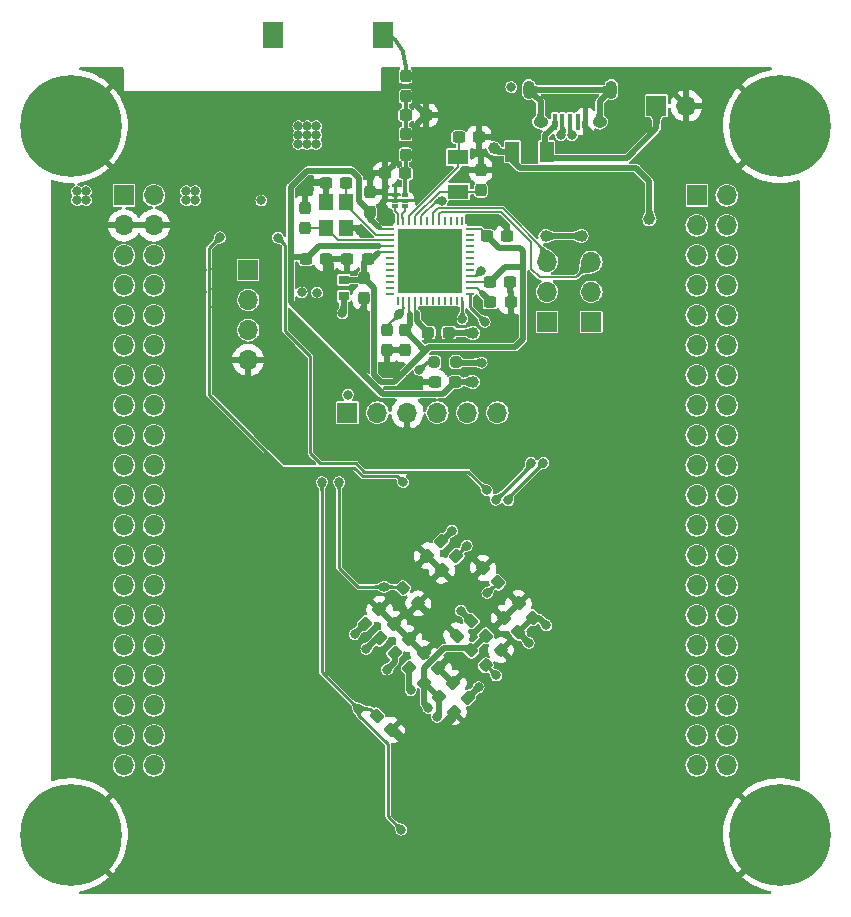
<source format=gbr>
%TF.GenerationSoftware,KiCad,Pcbnew,(6.0.9)*%
%TF.CreationDate,2023-01-04T16:14:01+08:00*%
%TF.ProjectId,CAWController,43415743-6f6e-4747-926f-6c6c65722e6b,rev?*%
%TF.SameCoordinates,Original*%
%TF.FileFunction,Copper,L4,Bot*%
%TF.FilePolarity,Positive*%
%FSLAX46Y46*%
G04 Gerber Fmt 4.6, Leading zero omitted, Abs format (unit mm)*
G04 Created by KiCad (PCBNEW (6.0.9)) date 2023-01-04 16:14:01*
%MOMM*%
%LPD*%
G01*
G04 APERTURE LIST*
G04 Aperture macros list*
%AMRoundRect*
0 Rectangle with rounded corners*
0 $1 Rounding radius*
0 $2 $3 $4 $5 $6 $7 $8 $9 X,Y pos of 4 corners*
0 Add a 4 corners polygon primitive as box body*
4,1,4,$2,$3,$4,$5,$6,$7,$8,$9,$2,$3,0*
0 Add four circle primitives for the rounded corners*
1,1,$1+$1,$2,$3*
1,1,$1+$1,$4,$5*
1,1,$1+$1,$6,$7*
1,1,$1+$1,$8,$9*
0 Add four rect primitives between the rounded corners*
20,1,$1+$1,$2,$3,$4,$5,0*
20,1,$1+$1,$4,$5,$6,$7,0*
20,1,$1+$1,$6,$7,$8,$9,0*
20,1,$1+$1,$8,$9,$2,$3,0*%
G04 Aperture macros list end*
%TA.AperFunction,ComponentPad*%
%ADD10R,1.700000X1.700000*%
%TD*%
%TA.AperFunction,ComponentPad*%
%ADD11O,1.700000X1.700000*%
%TD*%
%TA.AperFunction,ComponentPad*%
%ADD12C,0.900000*%
%TD*%
%TA.AperFunction,ComponentPad*%
%ADD13C,8.600000*%
%TD*%
%TA.AperFunction,SMDPad,CuDef*%
%ADD14RoundRect,0.237500X0.300000X0.237500X-0.300000X0.237500X-0.300000X-0.237500X0.300000X-0.237500X0*%
%TD*%
%TA.AperFunction,SMDPad,CuDef*%
%ADD15RoundRect,0.237500X-0.237500X0.300000X-0.237500X-0.300000X0.237500X-0.300000X0.237500X0.300000X0*%
%TD*%
%TA.AperFunction,SMDPad,CuDef*%
%ADD16R,1.800900X1.300500*%
%TD*%
%TA.AperFunction,SMDPad,CuDef*%
%ADD17RoundRect,0.237500X-0.371231X0.035355X0.035355X-0.371231X0.371231X-0.035355X-0.035355X0.371231X0*%
%TD*%
%TA.AperFunction,SMDPad,CuDef*%
%ADD18RoundRect,0.237500X-0.237500X0.287500X-0.237500X-0.287500X0.237500X-0.287500X0.237500X0.287500X0*%
%TD*%
%TA.AperFunction,SMDPad,CuDef*%
%ADD19R,1.190000X1.728000*%
%TD*%
%TA.AperFunction,SMDPad,CuDef*%
%ADD20RoundRect,0.237500X0.237500X-0.300000X0.237500X0.300000X-0.237500X0.300000X-0.237500X-0.300000X0*%
%TD*%
%TA.AperFunction,SMDPad,CuDef*%
%ADD21RoundRect,0.237500X-0.044194X-0.380070X0.380070X0.044194X0.044194X0.380070X-0.380070X-0.044194X0*%
%TD*%
%TA.AperFunction,SMDPad,CuDef*%
%ADD22RoundRect,0.237500X0.044194X0.380070X-0.380070X-0.044194X-0.044194X-0.380070X0.380070X0.044194X0*%
%TD*%
%TA.AperFunction,SMDPad,CuDef*%
%ADD23R,1.200000X1.400000*%
%TD*%
%TA.AperFunction,SMDPad,CuDef*%
%ADD24RoundRect,0.237500X-0.287500X-0.237500X0.287500X-0.237500X0.287500X0.237500X-0.287500X0.237500X0*%
%TD*%
%TA.AperFunction,SMDPad,CuDef*%
%ADD25RoundRect,0.237500X-0.300000X-0.237500X0.300000X-0.237500X0.300000X0.237500X-0.300000X0.237500X0*%
%TD*%
%TA.AperFunction,SMDPad,CuDef*%
%ADD26R,0.550000X0.300000*%
%TD*%
%TA.AperFunction,SMDPad,CuDef*%
%ADD27RoundRect,0.237500X0.380070X-0.044194X-0.044194X0.380070X-0.380070X0.044194X0.044194X-0.380070X0*%
%TD*%
%TA.AperFunction,SMDPad,CuDef*%
%ADD28R,0.400000X1.350000*%
%TD*%
%TA.AperFunction,ComponentPad*%
%ADD29O,1.250000X0.950000*%
%TD*%
%TA.AperFunction,ComponentPad*%
%ADD30O,1.000000X1.550000*%
%TD*%
%TA.AperFunction,SMDPad,CuDef*%
%ADD31RoundRect,0.237500X-0.008839X-0.344715X0.344715X0.008839X0.008839X0.344715X-0.344715X-0.008839X0*%
%TD*%
%TA.AperFunction,SMDPad,CuDef*%
%ADD32R,1.709400X2.268200*%
%TD*%
%TA.AperFunction,SMDPad,CuDef*%
%ADD33RoundRect,0.237500X-0.380070X0.044194X0.044194X-0.380070X0.380070X-0.044194X-0.044194X0.380070X0*%
%TD*%
%TA.AperFunction,SMDPad,CuDef*%
%ADD34RoundRect,0.237500X0.250000X0.237500X-0.250000X0.237500X-0.250000X-0.237500X0.250000X-0.237500X0*%
%TD*%
%TA.AperFunction,SMDPad,CuDef*%
%ADD35R,0.280000X0.665000*%
%TD*%
%TA.AperFunction,SMDPad,CuDef*%
%ADD36R,0.665000X0.280000*%
%TD*%
%TA.AperFunction,SMDPad,CuDef*%
%ADD37R,5.500000X5.500000*%
%TD*%
%TA.AperFunction,SMDPad,CuDef*%
%ADD38R,0.864000X0.800000*%
%TD*%
%TA.AperFunction,SMDPad,CuDef*%
%ADD39RoundRect,0.237500X0.344715X-0.008839X-0.008839X0.344715X-0.344715X0.008839X0.008839X-0.344715X0*%
%TD*%
%TA.AperFunction,ViaPad*%
%ADD40C,0.800000*%
%TD*%
%TA.AperFunction,ViaPad*%
%ADD41C,1.000000*%
%TD*%
%TA.AperFunction,Conductor*%
%ADD42C,0.250000*%
%TD*%
%TA.AperFunction,Conductor*%
%ADD43C,0.500000*%
%TD*%
%TA.AperFunction,Conductor*%
%ADD44C,0.200000*%
%TD*%
%TA.AperFunction,Conductor*%
%ADD45C,0.242100*%
%TD*%
%TA.AperFunction,Conductor*%
%ADD46C,0.349300*%
%TD*%
%TA.AperFunction,Conductor*%
%ADD47C,0.179600*%
%TD*%
G04 APERTURE END LIST*
D10*
%TO.P,J6,1,Pin_1*%
%TO.N,/VBUS*%
X155316000Y-64262000D03*
D11*
%TO.P,J6,2,Pin_2*%
%TO.N,GND*%
X157856000Y-64262000D03*
%TD*%
D12*
%TO.P,H4,1,1*%
%TO.N,GND*%
X108975000Y-126005000D03*
D13*
X105750000Y-126005000D03*
D12*
X108030419Y-123724581D03*
X102525000Y-126005000D03*
X105750000Y-129230000D03*
X108030419Y-128285419D03*
X103469581Y-128285419D03*
X105750000Y-122780000D03*
X103469581Y-123724581D03*
%TD*%
%TO.P,H2,1,1*%
%TO.N,GND*%
X168030419Y-63724581D03*
X168030419Y-68285419D03*
X165750000Y-62780000D03*
X165750000Y-69230000D03*
X163469581Y-68285419D03*
X168975000Y-66005000D03*
X163469581Y-63724581D03*
X162525000Y-66005000D03*
D13*
X165750000Y-66005000D03*
%TD*%
D10*
%TO.P,J1,1,1*%
%TO.N,+3.3V*%
X110225000Y-71850000D03*
D11*
%TO.P,J1,2,2*%
X112765000Y-71850000D03*
%TO.P,J1,3,3*%
%TO.N,GND*%
X110225000Y-74390000D03*
%TO.P,J1,4,4*%
X112765000Y-74390000D03*
%TO.P,J1,5,5*%
%TO.N,/PC10*%
X110225000Y-76930000D03*
%TO.P,J1,6,6*%
%TO.N,/PA15*%
X112765000Y-76930000D03*
%TO.P,J1,7,7*%
%TO.N,/PC12*%
X110225000Y-79470000D03*
%TO.P,J1,8,8*%
%TO.N,/PC11*%
X112765000Y-79470000D03*
%TO.P,J1,9,9*%
%TO.N,/PD1*%
X110225000Y-82010000D03*
%TO.P,J1,10,10*%
%TO.N,/PD0*%
X112765000Y-82010000D03*
%TO.P,J1,11,11*%
%TO.N,/PD3*%
X110225000Y-84550000D03*
%TO.P,J1,12,12*%
%TO.N,/PD2*%
X112765000Y-84550000D03*
%TO.P,J1,13,13*%
%TO.N,/PD5*%
X110225000Y-87090000D03*
%TO.P,J1,14,14*%
%TO.N,/PD4*%
X112765000Y-87090000D03*
%TO.P,J1,15,15*%
%TO.N,/PD7*%
X110225000Y-89630000D03*
%TO.P,J1,16,16*%
%TO.N,/PD6*%
X112765000Y-89630000D03*
%TO.P,J1,17,17*%
%TO.N,/PB4*%
X110225000Y-92170000D03*
%TO.P,J1,18,18*%
%TO.N,/PB3*%
X112765000Y-92170000D03*
%TO.P,J1,19,19*%
%TO.N,/PB6*%
X110225000Y-94710000D03*
%TO.P,J1,20,20*%
%TO.N,/PB5*%
X112765000Y-94710000D03*
%TO.P,J1,21,21*%
%TO.N,/PB8*%
X110225000Y-97250000D03*
%TO.P,J1,22,22*%
%TO.N,/PB7*%
X112765000Y-97250000D03*
%TO.P,J1,23,23*%
%TO.N,/PE0*%
X110225000Y-99790000D03*
%TO.P,J1,24,24*%
%TO.N,/PB9*%
X112765000Y-99790000D03*
%TO.P,J1,25,25*%
%TO.N,/PE2*%
X110225000Y-102330000D03*
%TO.P,J1,26,26*%
%TO.N,/PE1*%
X112765000Y-102330000D03*
%TO.P,J1,27,27*%
%TO.N,/PE4*%
X110225000Y-104870000D03*
%TO.P,J1,28,28*%
%TO.N,/PE3*%
X112765000Y-104870000D03*
%TO.P,J1,29,29*%
%TO.N,/PE6*%
X110225000Y-107410000D03*
%TO.P,J1,30,30*%
%TO.N,/PE5*%
X112765000Y-107410000D03*
%TO.P,J1,31,31*%
%TO.N,/PC14*%
X110225000Y-109950000D03*
%TO.P,J1,32,32*%
%TO.N,/PC13*%
X112765000Y-109950000D03*
%TO.P,J1,33,33*%
%TO.N,/PC0*%
X110225000Y-112490000D03*
%TO.P,J1,34,34*%
%TO.N,/PC15*%
X112765000Y-112490000D03*
%TO.P,J1,35,35*%
%TO.N,/PC2*%
X110225000Y-115030000D03*
%TO.P,J1,36,36*%
%TO.N,/PC1*%
X112765000Y-115030000D03*
%TO.P,J1,37,37*%
%TO.N,/PA0*%
X110225000Y-117570000D03*
%TO.P,J1,38,38*%
%TO.N,/PC3*%
X112765000Y-117570000D03*
%TO.P,J1,39,39*%
%TO.N,/PA2*%
X110225000Y-120110000D03*
%TO.P,J1,40,40*%
%TO.N,/PA1*%
X112765000Y-120110000D03*
%TD*%
D12*
%TO.P,H3,1,1*%
%TO.N,GND*%
X162525000Y-126005000D03*
X163469581Y-123724581D03*
X165750000Y-122780000D03*
X168030419Y-128285419D03*
X163469581Y-128285419D03*
X168030419Y-123724581D03*
D13*
X165750000Y-126005000D03*
D12*
X165750000Y-129230000D03*
X168975000Y-126005000D03*
%TD*%
D10*
%TO.P,J9,1,Pin_1*%
%TO.N,/USART1_RX*%
X146060000Y-82560000D03*
D11*
%TO.P,J9,2,Pin_2*%
%TO.N,/CH340_TXD*%
X146060000Y-80020000D03*
%TO.P,J9,3,Pin_3*%
%TO.N,/CC2640_UART0_RX*%
X146060000Y-77480000D03*
%TD*%
D10*
%TO.P,J8,1,Pin_1*%
%TO.N,/USART1_TX*%
X149800000Y-82565000D03*
D11*
%TO.P,J8,2,Pin_2*%
%TO.N,/CH340_RXD*%
X149800000Y-80025000D03*
%TO.P,J8,3,Pin_3*%
%TO.N,/CC2640_UART0_TX*%
X149800000Y-77485000D03*
%TD*%
D10*
%TO.P,J3,1,Pin_1*%
%TO.N,+3.3V*%
X129150000Y-90250000D03*
D11*
%TO.P,J3,2,Pin_2*%
%TO.N,Net-(J3-Pad2)*%
X131690000Y-90250000D03*
%TO.P,J3,3,Pin_3*%
%TO.N,GND*%
X134230000Y-90250000D03*
%TO.P,J3,4,Pin_4*%
%TO.N,/CC2640R2LRGZR/RESET*%
X136770000Y-90250000D03*
%TO.P,J3,5,Pin_5*%
%TO.N,/CC2640R2LRGZR/JTAG_TCK*%
X139310000Y-90250000D03*
%TO.P,J3,6,Pin_6*%
%TO.N,/CC2640R2LRGZR/JTAG_TMS*%
X141850000Y-90250000D03*
%TD*%
D12*
%TO.P,H1,1,1*%
%TO.N,GND*%
X105750000Y-62780000D03*
D13*
X105750000Y-66005000D03*
D12*
X103469581Y-63724581D03*
X105750000Y-69230000D03*
X108030419Y-68285419D03*
X108975000Y-66005000D03*
X103469581Y-68285419D03*
X108030419Y-63724581D03*
X102525000Y-66005000D03*
%TD*%
D10*
%TO.P,J4,1,Pin_1*%
%TO.N,+3.3V*%
X120750000Y-78170000D03*
D11*
%TO.P,J4,2,Pin_2*%
%TO.N,/SWDIO*%
X120750000Y-80710000D03*
%TO.P,J4,3,Pin_3*%
%TO.N,/SWCLK*%
X120750000Y-83250000D03*
%TO.P,J4,4,Pin_4*%
%TO.N,GND*%
X120750000Y-85790000D03*
%TD*%
D10*
%TO.P,J2,1,1*%
%TO.N,/PA12*%
X158725000Y-71850000D03*
D11*
%TO.P,J2,2,2*%
%TO.N,/PA11*%
X161265000Y-71850000D03*
%TO.P,J2,3,3*%
%TO.N,/PA8*%
X158725000Y-74390000D03*
%TO.P,J2,4,4*%
%TO.N,/PC9*%
X161265000Y-74390000D03*
%TO.P,J2,5,5*%
%TO.N,/PC8*%
X158725000Y-76930000D03*
%TO.P,J2,6,6*%
%TO.N,/PC7*%
X161265000Y-76930000D03*
%TO.P,J2,7,7*%
%TO.N,/PC6*%
X158725000Y-79470000D03*
%TO.P,J2,8,8*%
%TO.N,/PD15*%
X161265000Y-79470000D03*
%TO.P,J2,9,9*%
%TO.N,/PD14*%
X158725000Y-82010000D03*
%TO.P,J2,10,10*%
%TO.N,/PD13*%
X161265000Y-82010000D03*
%TO.P,J2,11,11*%
%TO.N,/PD12*%
X158725000Y-84550000D03*
%TO.P,J2,12,12*%
%TO.N,/PD11*%
X161265000Y-84550000D03*
%TO.P,J2,13,13*%
%TO.N,/PD10*%
X158725000Y-87090000D03*
%TO.P,J2,14,14*%
%TO.N,/PD9*%
X161265000Y-87090000D03*
%TO.P,J2,15,15*%
%TO.N,/PD8*%
X158725000Y-89630000D03*
%TO.P,J2,16,16*%
%TO.N,/PB15*%
X161265000Y-89630000D03*
%TO.P,J2,17,17*%
%TO.N,/PB14*%
X158725000Y-92170000D03*
%TO.P,J2,18,18*%
%TO.N,/PB13*%
X161265000Y-92170000D03*
%TO.P,J2,19,19*%
%TO.N,/PB12*%
X158725000Y-94710000D03*
%TO.P,J2,20,20*%
%TO.N,/PB11*%
X161265000Y-94710000D03*
%TO.P,J2,21,21*%
%TO.N,/PB10*%
X158725000Y-97250000D03*
%TO.P,J2,22,22*%
%TO.N,/PE15*%
X161265000Y-97250000D03*
%TO.P,J2,23,23*%
%TO.N,/PE14*%
X158725000Y-99790000D03*
%TO.P,J2,24,24*%
%TO.N,/PE13*%
X161265000Y-99790000D03*
%TO.P,J2,25,25*%
%TO.N,/PE12*%
X158725000Y-102330000D03*
%TO.P,J2,26,26*%
%TO.N,/PE11*%
X161265000Y-102330000D03*
%TO.P,J2,27,27*%
%TO.N,/PE10*%
X158725000Y-104870000D03*
%TO.P,J2,28,28*%
%TO.N,/PE9*%
X161265000Y-104870000D03*
%TO.P,J2,29,29*%
%TO.N,/PE8*%
X158725000Y-107410000D03*
%TO.P,J2,30,30*%
%TO.N,/PE7*%
X161265000Y-107410000D03*
%TO.P,J2,31,31*%
%TO.N,/PB2*%
X158725000Y-109950000D03*
%TO.P,J2,32,32*%
%TO.N,/PB1*%
X161265000Y-109950000D03*
%TO.P,J2,33,33*%
%TO.N,/PB0*%
X158725000Y-112490000D03*
%TO.P,J2,34,34*%
%TO.N,/PC5*%
X161265000Y-112490000D03*
%TO.P,J2,35,35*%
%TO.N,/PC4*%
X158725000Y-115030000D03*
%TO.P,J2,36,36*%
%TO.N,/PA7*%
X161265000Y-115030000D03*
%TO.P,J2,37,37*%
%TO.N,/PA6*%
X158725000Y-117570000D03*
%TO.P,J2,38,38*%
%TO.N,/PA5*%
X161265000Y-117570000D03*
%TO.P,J2,39,39*%
%TO.N,/PA4*%
X158725000Y-120110000D03*
%TO.P,J2,40,40*%
%TO.N,/PA3*%
X161265000Y-120110000D03*
%TD*%
D14*
%TO.P,C36,1*%
%TO.N,GND*%
X127362500Y-77250000D03*
%TO.P,C36,2*%
%TO.N,/CC2640R2LRGZR/VDDR*%
X125637500Y-77250000D03*
%TD*%
D15*
%TO.P,C30,1*%
%TO.N,GND*%
X140440000Y-69677500D03*
%TO.P,C30,2*%
%TO.N,Net-(C30-Pad2)*%
X140440000Y-71402500D03*
%TD*%
D14*
%TO.P,C28,1*%
%TO.N,GND*%
X142952500Y-79170000D03*
%TO.P,C28,2*%
%TO.N,/CC2640R2LRGZR/VDDS*%
X141227500Y-79170000D03*
%TD*%
%TO.P,C26,1*%
%TO.N,GND*%
X140292500Y-66920000D03*
%TO.P,C26,2*%
%TO.N,Net-(C26-Pad2)*%
X138567500Y-66920000D03*
%TD*%
D16*
%TO.P,Y3,1,1*%
%TO.N,Net-(C26-Pad2)*%
X138530000Y-68612000D03*
%TO.P,Y3,2,2*%
%TO.N,Net-(C30-Pad2)*%
X138530000Y-71528000D03*
%TD*%
D17*
%TO.P,L1,1,1*%
%TO.N,+3.3V*%
X139631282Y-107881282D03*
%TO.P,L1,2,2*%
%TO.N,+3.3VA*%
X140868718Y-109118718D03*
%TD*%
D18*
%TO.P,L3,1*%
%TO.N,Net-(C25-Pad1)*%
X134070000Y-66655000D03*
%TO.P,L3,2*%
%TO.N,Net-(C32-Pad1)*%
X134070000Y-68405000D03*
%TD*%
D19*
%TO.P,F1,1*%
%TO.N,+5V*%
X143115000Y-68170000D03*
%TO.P,F1,2*%
%TO.N,/VBUS*%
X146005000Y-68170000D03*
%TD*%
D15*
%TO.P,C35,1*%
%TO.N,GND*%
X131080000Y-71577500D03*
%TO.P,C35,2*%
%TO.N,/CC2640R2LRGZR/VDDR*%
X131080000Y-73302500D03*
%TD*%
D20*
%TO.P,C31,1*%
%TO.N,GND*%
X134060000Y-84952500D03*
%TO.P,C31,2*%
%TO.N,/CC2640R2LRGZR/VDDS*%
X134060000Y-83227500D03*
%TD*%
D21*
%TO.P,C23,1*%
%TO.N,+3.3VA*%
X136890120Y-114359880D03*
%TO.P,C23,2*%
%TO.N,GND*%
X138109880Y-113140120D03*
%TD*%
D22*
%TO.P,C15,1*%
%TO.N,+3.3V*%
X137109880Y-101140120D03*
%TO.P,C15,2*%
%TO.N,GND*%
X135890120Y-102359880D03*
%TD*%
D20*
%TO.P,C24,1*%
%TO.N,GND*%
X130580000Y-80552500D03*
%TO.P,C24,2*%
%TO.N,/CC2640R2LRGZR/VDDS*%
X130580000Y-78827500D03*
%TD*%
D23*
%TO.P,Y4,1,1*%
%TO.N,Net-(C38-Pad2)*%
X127305000Y-74620100D03*
%TO.P,Y4,2,2*%
%TO.N,GND*%
X127305000Y-72419900D03*
%TO.P,Y4,3,3*%
%TO.N,Net-(C39-Pad2)*%
X129055000Y-72419900D03*
%TO.P,Y4,4,4*%
%TO.N,GND*%
X129055000Y-74620100D03*
%TD*%
D24*
%TO.P,L5,1*%
%TO.N,/CC2640R2LRGZR/DCDC_SW*%
X135985000Y-83470000D03*
%TO.P,L5,2*%
%TO.N,/CC2640R2LRGZR/VDDR*%
X137735000Y-83470000D03*
%TD*%
D25*
%TO.P,C34,1*%
%TO.N,GND*%
X136557500Y-87640000D03*
%TO.P,C34,2*%
%TO.N,/CC2640R2LRGZR/VDDR*%
X138282500Y-87640000D03*
%TD*%
D26*
%TO.P,U5,1,1*%
%TO.N,Net-(C32-Pad1)*%
X134064900Y-71790000D03*
%TO.P,U5,2,2*%
%TO.N,GND*%
X134064900Y-72291900D03*
%TO.P,U5,3,3*%
%TO.N,/CC2640R2LRGZR/RF_N*%
X134064900Y-72790000D03*
%TO.P,U5,4,4*%
%TO.N,/CC2640R2LRGZR/RF_P*%
X133215100Y-72790000D03*
%TO.P,U5,5,5*%
%TO.N,GND*%
X133215800Y-72288900D03*
%TO.P,U5,6,6*%
X133215100Y-71790000D03*
%TD*%
D27*
%TO.P,C5,1*%
%TO.N,+3.3V*%
X143609880Y-108859880D03*
%TO.P,C5,2*%
%TO.N,GND*%
X142390120Y-107640120D03*
%TD*%
D21*
%TO.P,C8,1*%
%TO.N,+3.3V*%
X134390120Y-111859880D03*
%TO.P,C8,2*%
%TO.N,GND*%
X135609880Y-110640120D03*
%TD*%
D28*
%TO.P,J5,1,VBUS*%
%TO.N,/VBUS*%
X146699000Y-65600000D03*
%TO.P,J5,2,D-*%
%TO.N,/CH340_D-*%
X147350000Y-65600000D03*
%TO.P,J5,3,D+*%
%TO.N,/CH340_D+*%
X148000000Y-65600000D03*
%TO.P,J5,4,ID*%
%TO.N,unconnected-(J5-Pad4)*%
X148650000Y-65600000D03*
%TO.P,J5,5,GND*%
%TO.N,GND*%
X149300000Y-65600000D03*
D29*
%TO.P,J5,6,Shield*%
%TO.N,unconnected-(J5-Pad6)*%
X150500000Y-65600000D03*
D30*
X144500000Y-62900000D03*
D29*
X145500000Y-65600000D03*
D30*
X151500000Y-62900000D03*
%TD*%
D22*
%TO.P,C11,1*%
%TO.N,+3.3V*%
X139359880Y-114390120D03*
%TO.P,C11,2*%
%TO.N,GND*%
X138140120Y-115609880D03*
%TD*%
D25*
%TO.P,C39,1*%
%TO.N,GND*%
X127317500Y-70770000D03*
%TO.P,C39,2*%
%TO.N,Net-(C39-Pad2)*%
X129042500Y-70770000D03*
%TD*%
%TO.P,C14,1*%
%TO.N,GND*%
X129137500Y-77250000D03*
%TO.P,C14,2*%
%TO.N,/CC2640R2LRGZR/VDDS*%
X130862500Y-77250000D03*
%TD*%
D27*
%TO.P,C20,1*%
%TO.N,+3.3VA*%
X139609880Y-110359880D03*
%TO.P,C20,2*%
%TO.N,GND*%
X138390120Y-109140120D03*
%TD*%
D21*
%TO.P,C7,1*%
%TO.N,+3.3V*%
X133140120Y-110609880D03*
%TO.P,C7,2*%
%TO.N,GND*%
X134359880Y-109390120D03*
%TD*%
D31*
%TO.P,R1,1*%
%TO.N,/PB2*%
X140854765Y-111645235D03*
%TO.P,R1,2*%
%TO.N,GND*%
X142145235Y-110354765D03*
%TD*%
D20*
%TO.P,C37,1*%
%TO.N,GND*%
X132500000Y-84962500D03*
%TO.P,C37,2*%
%TO.N,/CC2640R2LRGZR/RESET*%
X132500000Y-83237500D03*
%TD*%
D32*
%TO.P,L2,1,1*%
%TO.N,Net-(C25-Pad2)*%
X132130400Y-58250000D03*
%TO.P,L2,2,2*%
%TO.N,unconnected-(L2-Pad2)*%
X122869600Y-58250000D03*
%TD*%
D33*
%TO.P,C16,1*%
%TO.N,/RESET*%
X131640120Y-115890120D03*
%TO.P,C16,2*%
%TO.N,GND*%
X132859880Y-117109880D03*
%TD*%
D14*
%TO.P,C27,1*%
%TO.N,GND*%
X142682500Y-75280000D03*
%TO.P,C27,2*%
%TO.N,/CC2640R2LRGZR/VDDS*%
X140957500Y-75280000D03*
%TD*%
D27*
%TO.P,C1,1*%
%TO.N,Net-(C1-Pad1)*%
X141859880Y-104609880D03*
%TO.P,C1,2*%
%TO.N,GND*%
X140640120Y-103390120D03*
%TD*%
%TO.P,C12,1*%
%TO.N,+3.3V*%
X144859880Y-107609880D03*
%TO.P,C12,2*%
%TO.N,GND*%
X143640120Y-106390120D03*
%TD*%
D34*
%TO.P,R14,1*%
%TO.N,+3.3V*%
X138332500Y-85970000D03*
%TO.P,R14,2*%
%TO.N,/CC2640R2LRGZR/RESET*%
X136507500Y-85970000D03*
%TD*%
D15*
%TO.P,C38,1*%
%TO.N,GND*%
X125580000Y-72917500D03*
%TO.P,C38,2*%
%TO.N,Net-(C38-Pad2)*%
X125580000Y-74642500D03*
%TD*%
D14*
%TO.P,C33,1*%
%TO.N,GND*%
X142972500Y-80920000D03*
%TO.P,C33,2*%
%TO.N,Net-(C33-Pad2)*%
X141247500Y-80920000D03*
%TD*%
D21*
%TO.P,C21,1*%
%TO.N,+3.3VA*%
X135640120Y-113109880D03*
%TO.P,C21,2*%
%TO.N,GND*%
X136859880Y-111890120D03*
%TD*%
D35*
%TO.P,U4,1,RF_P*%
%TO.N,/CC2640R2LRGZR/RF_P*%
X133389900Y-74008350D03*
%TO.P,U4,2,RF_N*%
%TO.N,/CC2640R2LRGZR/RF_N*%
X133890100Y-74008350D03*
%TO.P,U4,3,X32K_Q1*%
%TO.N,Net-(C26-Pad2)*%
X134389900Y-74008350D03*
%TO.P,U4,4,X32K_Q2*%
%TO.N,Net-(C30-Pad2)*%
X134890100Y-74008350D03*
%TO.P,U4,5,DIO_0*%
%TO.N,Net-(R16-Pad2)*%
X135389900Y-74008350D03*
%TO.P,U4,6,DIO_1*%
%TO.N,unconnected-(U4-Pad6)*%
X135890100Y-74008350D03*
%TO.P,U4,7,DIO_2*%
%TO.N,/CC2640_UART0_RX*%
X136389900Y-74008350D03*
%TO.P,U4,8,DIO_3*%
%TO.N,/CC2640_UART0_TX*%
X136890100Y-74008350D03*
%TO.P,U4,9,DIO_4*%
%TO.N,unconnected-(U4-Pad9)*%
X137389900Y-74008350D03*
%TO.P,U4,10,DIO_5*%
%TO.N,unconnected-(U4-Pad10)*%
X137890100Y-74008350D03*
%TO.P,U4,11,DIO_6*%
%TO.N,unconnected-(U4-Pad11)*%
X138389900Y-74008350D03*
%TO.P,U4,12,DIO_7*%
%TO.N,unconnected-(U4-Pad12)*%
X138890100Y-74008350D03*
D36*
%TO.P,U4,13,VDDS2*%
%TO.N,/CC2640R2LRGZR/VDDS*%
X139547400Y-74665650D03*
%TO.P,U4,14,DIO_8*%
%TO.N,unconnected-(U4-Pad14)*%
X139547400Y-75165850D03*
%TO.P,U4,15,DIO_9*%
%TO.N,unconnected-(U4-Pad15)*%
X139547400Y-75665650D03*
%TO.P,U4,16,DIO_10*%
%TO.N,unconnected-(U4-Pad16)*%
X139547400Y-76165850D03*
%TO.P,U4,17,DIO_11*%
%TO.N,unconnected-(U4-Pad17)*%
X139547400Y-76665650D03*
%TO.P,U4,18,DIO_12*%
%TO.N,unconnected-(U4-Pad18)*%
X139547400Y-77165850D03*
%TO.P,U4,19,DIO_13*%
%TO.N,unconnected-(U4-Pad19)*%
X139547400Y-77665650D03*
%TO.P,U4,20,DIO_14*%
%TO.N,unconnected-(U4-Pad20)*%
X139547400Y-78165850D03*
%TO.P,U4,21,DIO_15*%
%TO.N,/CC2640R2LRGZR/BOOT*%
X139547400Y-78665650D03*
%TO.P,U4,22,VDDS3*%
%TO.N,/CC2640R2LRGZR/VDDS*%
X139547400Y-79165850D03*
%TO.P,U4,23,DCOUPL*%
%TO.N,Net-(C33-Pad2)*%
X139547400Y-79665650D03*
%TO.P,U4,24,JTAG_TMSC*%
%TO.N,/CC2640R2LRGZR/JTAG_TMS*%
X139547400Y-80165850D03*
D35*
%TO.P,U4,25,JTAG_TCKC*%
%TO.N,/CC2640R2LRGZR/JTAG_TCK*%
X138890100Y-80823150D03*
%TO.P,U4,26,DIO_16*%
%TO.N,unconnected-(U4-Pad26)*%
X138389900Y-80823150D03*
%TO.P,U4,27,DIO_17*%
%TO.N,unconnected-(U4-Pad27)*%
X137890100Y-80823150D03*
%TO.P,U4,28,DIO_18*%
%TO.N,unconnected-(U4-Pad28)*%
X137389900Y-80823150D03*
%TO.P,U4,29,DIO_19*%
%TO.N,unconnected-(U4-Pad29)*%
X136890100Y-80823150D03*
%TO.P,U4,30,DIO_20*%
%TO.N,unconnected-(U4-Pad30)*%
X136389900Y-80823150D03*
%TO.P,U4,31,DIO_21*%
%TO.N,unconnected-(U4-Pad31)*%
X135890100Y-80823150D03*
%TO.P,U4,32,DIO_22*%
%TO.N,unconnected-(U4-Pad32)*%
X135389900Y-80823150D03*
%TO.P,U4,33,DCDC_SW*%
%TO.N,/CC2640R2LRGZR/DCDC_SW*%
X134890100Y-80823150D03*
%TO.P,U4,34,VDDS_DCDC*%
%TO.N,/CC2640R2LRGZR/VDDS*%
X134389900Y-80823150D03*
%TO.P,U4,35,RESET_N*%
%TO.N,/CC2640R2LRGZR/RESET*%
X133890100Y-80823150D03*
%TO.P,U4,36,DIO_23*%
%TO.N,unconnected-(U4-Pad36)*%
X133389900Y-80823150D03*
D36*
%TO.P,U4,37,DIO_24*%
%TO.N,unconnected-(U4-Pad37)*%
X132732600Y-80165850D03*
%TO.P,U4,38,DIO_25*%
%TO.N,unconnected-(U4-Pad38)*%
X132732600Y-79665650D03*
%TO.P,U4,39,DIO_26*%
%TO.N,unconnected-(U4-Pad39)*%
X132732600Y-79165850D03*
%TO.P,U4,40,DIO_27*%
%TO.N,unconnected-(U4-Pad40)*%
X132732600Y-78665650D03*
%TO.P,U4,41,DIO_28*%
%TO.N,unconnected-(U4-Pad41)*%
X132732600Y-78165850D03*
%TO.P,U4,42,DIO_29*%
%TO.N,unconnected-(U4-Pad42)*%
X132732600Y-77665650D03*
%TO.P,U4,43,DIO_30*%
%TO.N,unconnected-(U4-Pad43)*%
X132732600Y-77165850D03*
%TO.P,U4,44,VDDS*%
%TO.N,/CC2640R2LRGZR/VDDS*%
X132732600Y-76665650D03*
%TO.P,U4,45,VDDR*%
%TO.N,/CC2640R2LRGZR/VDDR*%
X132732600Y-76165850D03*
%TO.P,U4,46,X24M_N*%
%TO.N,Net-(C38-Pad2)*%
X132732600Y-75665650D03*
%TO.P,U4,47,X24M_P*%
%TO.N,Net-(C39-Pad2)*%
X132732600Y-75165850D03*
%TO.P,U4,48,VDDR_RF*%
%TO.N,/CC2640R2LRGZR/VDDR*%
X132732600Y-74665650D03*
D37*
%TO.P,U4,49,EP*%
%TO.N,GND*%
X136140000Y-77415750D03*
%TD*%
D21*
%TO.P,C6,1*%
%TO.N,+3.3V*%
X131890120Y-109359880D03*
%TO.P,C6,2*%
%TO.N,GND*%
X133109880Y-108140120D03*
%TD*%
D14*
%TO.P,C32,1*%
%TO.N,Net-(C32-Pad1)*%
X134062500Y-69990000D03*
%TO.P,C32,2*%
%TO.N,GND*%
X132337500Y-69990000D03*
%TD*%
D38*
%TO.P,L6,1,1*%
%TO.N,+3.3V*%
X128820000Y-80399900D03*
%TO.P,L6,2,2*%
%TO.N,/CC2640R2LRGZR/VDDS*%
X128820000Y-79000100D03*
%TD*%
D21*
%TO.P,C17,1*%
%TO.N,+3.3V*%
X130640120Y-108109880D03*
%TO.P,C17,2*%
%TO.N,GND*%
X131859880Y-106890120D03*
%TD*%
D39*
%TO.P,R9,1*%
%TO.N,GND*%
X135145235Y-106395235D03*
%TO.P,R9,2*%
%TO.N,/BOOT0*%
X133854765Y-105104765D03*
%TD*%
D25*
%TO.P,C29,1*%
%TO.N,Net-(C25-Pad1)*%
X134067500Y-65070000D03*
%TO.P,C29,2*%
%TO.N,GND*%
X135792500Y-65070000D03*
%TD*%
D22*
%TO.P,C2,1*%
%TO.N,Net-(C2-Pad1)*%
X138359880Y-102390120D03*
%TO.P,C2,2*%
%TO.N,GND*%
X137140120Y-103609880D03*
%TD*%
D20*
%TO.P,C25,1*%
%TO.N,Net-(C25-Pad1)*%
X134070000Y-63472500D03*
%TO.P,C25,2*%
%TO.N,Net-(C25-Pad2)*%
X134070000Y-61747500D03*
%TD*%
D40*
%TO.N,Net-(C1-Pad1)*%
X141000000Y-105500000D03*
%TO.N,GND*%
X136250000Y-78250000D03*
X137250000Y-76250000D03*
X135000000Y-103250000D03*
X131750000Y-111250000D03*
X147000000Y-70400000D03*
X131080000Y-70310000D03*
X143260500Y-82270000D03*
X134210000Y-91700000D03*
X142750000Y-105500000D03*
X138440000Y-111550000D03*
X118054500Y-78045000D03*
X138520000Y-64710000D03*
X151000000Y-67750000D03*
X106250000Y-73750000D03*
X139750000Y-104250000D03*
X118054500Y-81270911D03*
X135070000Y-68600000D03*
X142750000Y-127000000D03*
X137250000Y-78250000D03*
X151600000Y-70800000D03*
X146200000Y-71200000D03*
X132750000Y-61500000D03*
X116250000Y-74500000D03*
X146200000Y-70400000D03*
X141500000Y-106750000D03*
X143000000Y-111250000D03*
X145400000Y-72000000D03*
X147000000Y-71200000D03*
X135250000Y-77250000D03*
X136250000Y-104500000D03*
X136250000Y-77250000D03*
X128250000Y-67750000D03*
X136250000Y-76250000D03*
X137500000Y-108250000D03*
X135250000Y-78250000D03*
X142100000Y-74050000D03*
X115500000Y-74500000D03*
X138990000Y-112220000D03*
X151750000Y-67750000D03*
X145140000Y-66750000D03*
X133060000Y-68130000D03*
X150250000Y-67750000D03*
X134040000Y-107200000D03*
X132750000Y-106000000D03*
X153300000Y-70830000D03*
X135250000Y-108500000D03*
X118210000Y-76480000D03*
X137250000Y-77250000D03*
X130256089Y-74883911D03*
X137500000Y-116750000D03*
X116805500Y-78135000D03*
X125570000Y-71580000D03*
X118054500Y-79755000D03*
X126000000Y-70750000D03*
X151750000Y-67000000D03*
X135250000Y-61500000D03*
X150250000Y-67000000D03*
X145400000Y-70400000D03*
X133040000Y-63150000D03*
X115500000Y-73750000D03*
X107000000Y-73750000D03*
X133060000Y-62300000D03*
X120750000Y-88250000D03*
X126480000Y-120900000D03*
X135250000Y-76250000D03*
X123710000Y-93240000D03*
X149830000Y-70820000D03*
X147000000Y-72000000D03*
X146200000Y-72000000D03*
X133990000Y-117950000D03*
X136000000Y-107250000D03*
X135280000Y-87620000D03*
X130050000Y-81860000D03*
X136530000Y-109700000D03*
X129830000Y-95930000D03*
X132560000Y-86860000D03*
X106250000Y-74500000D03*
X137790000Y-110950000D03*
X123600000Y-84890000D03*
X116805500Y-80035000D03*
X138800000Y-62680000D03*
X151000000Y-67000000D03*
X116250000Y-73750000D03*
X133060000Y-67120000D03*
X119700000Y-72260000D03*
X125750000Y-120250000D03*
X140270000Y-65660000D03*
X140440000Y-68350000D03*
X117204287Y-75682535D03*
X140250000Y-97750000D03*
X145400000Y-71200000D03*
X107000000Y-74500000D03*
X126000000Y-106500000D03*
%TO.N,Net-(C2-Pad1)*%
X139250000Y-101500000D03*
%TO.N,+3.3V*%
X144500000Y-109750000D03*
X115500000Y-71500000D03*
X116250000Y-71500000D03*
X106250000Y-72250000D03*
X125000000Y-66000000D03*
X126500000Y-67500000D03*
X146000000Y-108250000D03*
X115500000Y-72250000D03*
X125280000Y-80070000D03*
X125750000Y-67500000D03*
X138750000Y-107000000D03*
X126500000Y-66000000D03*
X132500000Y-112000000D03*
X106250000Y-71500000D03*
X125000000Y-67500000D03*
X125750000Y-66750000D03*
X121870000Y-72280000D03*
X126580000Y-80080000D03*
X143030000Y-62680000D03*
X138000000Y-100250000D03*
X128730000Y-81830000D03*
X129180000Y-88740000D03*
X134500000Y-113750000D03*
X125000000Y-66750000D03*
X116250000Y-72250000D03*
X125750000Y-66000000D03*
X140250000Y-113500000D03*
X126500000Y-66750000D03*
X129750000Y-109000000D03*
X107000000Y-71500000D03*
X107000000Y-72250000D03*
X140505500Y-86020000D03*
X130750000Y-110250000D03*
%TO.N,/RESET*%
X133710000Y-125550000D03*
X126990000Y-96121858D03*
X130080000Y-115320000D03*
%TO.N,+3.3VA*%
X136000000Y-115250000D03*
X136750000Y-116000000D03*
%TO.N,/PB2*%
X141750000Y-112500000D03*
%TO.N,/PA12*%
X144680000Y-94500000D03*
X141699500Y-97630000D03*
%TO.N,/PA11*%
X145750000Y-94500000D03*
X142760000Y-97660000D03*
%TO.N,/SWDIO*%
X123260000Y-75420000D03*
X140970000Y-96830000D03*
%TO.N,/SWCLK*%
X118360000Y-75410000D03*
X133861349Y-96127921D03*
%TO.N,/CH340_D-*%
X147198800Y-66745600D03*
%TO.N,/CH340_D+*%
X148151200Y-66745600D03*
%TO.N,/BOOT0*%
X132250000Y-105000000D03*
X128450000Y-96121858D03*
D41*
%TO.N,/CC2640R2LRGZR/VDDR*%
X139780000Y-83490000D03*
X139760000Y-87640000D03*
D40*
%TO.N,/CC2640R2LRGZR/RESET*%
X133530000Y-81920000D03*
X135250000Y-86630000D03*
%TO.N,/CC2640R2LRGZR/JTAG_TMS*%
X140770000Y-82560000D03*
%TO.N,/CC2640R2LRGZR/JTAG_TCK*%
X138890000Y-82330000D03*
%TO.N,/CC2640R2LRGZR/BOOT*%
X140480000Y-78260000D03*
D41*
%TO.N,+5V*%
X141566990Y-67876990D03*
X154720000Y-73880000D03*
X148970000Y-75290000D03*
X145930000Y-75310000D03*
D40*
%TO.N,Net-(R16-Pad2)*%
X137144285Y-72296654D03*
%TD*%
D42*
%TO.N,Net-(C1-Pad1)*%
X141859880Y-104640120D02*
X141000000Y-105500000D01*
X141859880Y-104609880D02*
X141859880Y-104640120D01*
D43*
%TO.N,GND*%
X125570000Y-72907500D02*
X125580000Y-72917500D01*
X129271858Y-95371858D02*
X129830000Y-95930000D01*
X132500000Y-84962500D02*
X132500000Y-86800000D01*
X133060000Y-61810000D02*
X133060000Y-62300000D01*
X135609880Y-110620120D02*
X135609880Y-110640120D01*
X132859880Y-117109880D02*
X133149880Y-117109880D01*
X143260500Y-82270000D02*
X142972500Y-81982000D01*
X132337500Y-69990000D02*
X132337500Y-71577500D01*
X135020000Y-64297500D02*
X135792500Y-65070000D01*
X133060000Y-62300000D02*
X133060000Y-63240000D01*
X117905000Y-76785000D02*
X117905000Y-88523248D01*
X150225000Y-67000000D02*
X151750000Y-67000000D01*
X133060000Y-69267500D02*
X132337500Y-69990000D01*
X133060000Y-67120000D02*
X133060000Y-68130000D01*
X133060000Y-63240000D02*
X133060000Y-67120000D01*
X134040000Y-107210000D02*
X133109880Y-108140120D01*
X156205000Y-62611000D02*
X153797000Y-62611000D01*
X153797000Y-62611000D02*
X152781000Y-63627000D01*
X128270000Y-83312000D02*
X129540000Y-83312000D01*
X135070000Y-72242322D02*
X135026161Y-72286161D01*
X116955000Y-88916751D02*
X123410106Y-95371858D01*
X127762000Y-82804000D02*
X128270000Y-83312000D01*
X136530000Y-109700000D02*
X135609880Y-110620120D01*
X136250000Y-104500000D02*
X137140120Y-103609880D01*
X151000000Y-67000000D02*
X151750000Y-67750000D01*
X127317500Y-72407400D02*
X127305000Y-72419900D01*
X123410106Y-95371858D02*
X129271858Y-95371858D01*
D44*
X133215100Y-71790000D02*
X132550000Y-71790000D01*
D43*
X138990000Y-112220000D02*
X138109880Y-113100120D01*
X152781000Y-63627000D02*
X152781000Y-66719000D01*
X149300000Y-66075000D02*
X150225000Y-67000000D01*
X132500000Y-84962500D02*
X134050000Y-84962500D01*
X132500000Y-86800000D02*
X132560000Y-86860000D01*
X137790000Y-110950000D02*
X136859880Y-111880120D01*
X142100000Y-74050000D02*
X142682500Y-74632500D01*
X151750000Y-67000000D02*
X151000000Y-67750000D01*
X140270000Y-65660000D02*
X140270000Y-66897500D01*
X127317500Y-70770000D02*
X127317500Y-72407400D01*
X136537500Y-87620000D02*
X136557500Y-87640000D01*
X127362500Y-77250000D02*
X127762000Y-77649500D01*
X135280000Y-87620000D02*
X136537500Y-87620000D01*
X135250000Y-108500000D02*
X134359880Y-109390120D01*
X129540000Y-83312000D02*
X130050000Y-82802000D01*
X140440000Y-68350000D02*
X140440000Y-69677500D01*
X135070000Y-65792500D02*
X135070000Y-68600000D01*
X141500000Y-106750000D02*
X142390120Y-107640120D01*
X138390120Y-109140120D02*
X137500000Y-108250000D01*
X152781000Y-66719000D02*
X151750000Y-67750000D01*
X130256089Y-74883911D02*
X129992278Y-74620100D01*
X130050000Y-81860000D02*
X130580000Y-81330000D01*
D44*
X135026161Y-72286161D02*
X135020422Y-72291900D01*
D43*
X135792500Y-65070000D02*
X135070000Y-65792500D01*
X131080000Y-70310000D02*
X131080000Y-71577500D01*
X140609880Y-103390120D02*
X139750000Y-104250000D01*
D44*
X135020422Y-72291900D02*
X134064900Y-72291900D01*
D43*
X117905000Y-88523248D02*
X122621752Y-93240000D01*
X132337500Y-71577500D02*
X132337500Y-72177500D01*
X130050000Y-82802000D02*
X130050000Y-81860000D01*
X126000000Y-70750000D02*
X127297500Y-70750000D01*
X132750000Y-61500000D02*
X133060000Y-61810000D01*
X131859880Y-106890120D02*
X132750000Y-106000000D01*
X143000000Y-111250000D02*
X143000000Y-111209530D01*
X138140120Y-116109880D02*
X138140120Y-115609880D01*
X122621752Y-93240000D02*
X123710000Y-93240000D01*
X133060000Y-68130000D02*
X133060000Y-69267500D01*
X136000000Y-107250000D02*
X135145235Y-106395235D01*
X117204287Y-75682535D02*
X117204287Y-75893961D01*
X135250000Y-61500000D02*
X135020000Y-61730000D01*
X138109880Y-113100120D02*
X138109880Y-113140120D01*
X150250000Y-67000000D02*
X151000000Y-67750000D01*
X143000000Y-111209530D02*
X142145235Y-110354765D01*
X132337500Y-72177500D02*
X132400000Y-72240000D01*
D44*
X132400000Y-72240000D02*
X132448900Y-72288900D01*
D43*
X134050000Y-84962500D02*
X134060000Y-84952500D01*
X142972500Y-81982000D02*
X142972500Y-80920000D01*
X140270000Y-66897500D02*
X140292500Y-66920000D01*
X135000000Y-103250000D02*
X135890120Y-102359880D01*
D44*
X132448900Y-72288900D02*
X133215800Y-72288900D01*
X132550000Y-71790000D02*
X132337500Y-71577500D01*
D43*
X135020000Y-61730000D02*
X135020000Y-64297500D01*
X117204287Y-75893961D02*
X116955000Y-76143248D01*
X151000000Y-67000000D02*
X150250000Y-67750000D01*
X125570000Y-71580000D02*
X125570000Y-72907500D01*
X140640120Y-103390120D02*
X140609880Y-103390120D01*
X157856000Y-64262000D02*
X156205000Y-62611000D01*
X130580000Y-81330000D02*
X130580000Y-80552500D01*
X116955000Y-76143248D02*
X116955000Y-88916751D01*
X118210000Y-76480000D02*
X117905000Y-76785000D01*
X142750000Y-105500000D02*
X143640120Y-106390120D01*
X129137500Y-77250000D02*
X127362500Y-77250000D01*
X135070000Y-68600000D02*
X135070000Y-72242322D01*
X134040000Y-107200000D02*
X134040000Y-107210000D01*
X149300000Y-65600000D02*
X149300000Y-66075000D01*
X142682500Y-74632500D02*
X142682500Y-75280000D01*
X127297500Y-70750000D02*
X127317500Y-70770000D01*
X133149880Y-117109880D02*
X133990000Y-117950000D01*
X136859880Y-111880120D02*
X136859880Y-111890120D01*
X127762000Y-77649500D02*
X127762000Y-82804000D01*
X129992278Y-74620100D02*
X129055000Y-74620100D01*
X137500000Y-116750000D02*
X138140120Y-116109880D01*
D42*
%TO.N,Net-(C2-Pad1)*%
X139250000Y-101500000D02*
X138359880Y-102390120D01*
D43*
%TO.N,+3.3V*%
X128820000Y-80399900D02*
X128820000Y-81740000D01*
X138750000Y-107000000D02*
X139631282Y-107881282D01*
X138382500Y-86020000D02*
X138332500Y-85970000D01*
X140505500Y-86020000D02*
X138382500Y-86020000D01*
X137109880Y-101140120D02*
X138000000Y-100250000D01*
X144859880Y-107609880D02*
X145359880Y-107609880D01*
X131890120Y-109359880D02*
X131640120Y-109359880D01*
X134390120Y-113640120D02*
X134500000Y-113750000D01*
X131640120Y-109359880D02*
X130750000Y-110250000D01*
X143609880Y-108859880D02*
X144500000Y-109750000D01*
X133140120Y-110609880D02*
X133140120Y-111359880D01*
X139359880Y-114390120D02*
X140250000Y-113500000D01*
X128820000Y-81740000D02*
X128730000Y-81830000D01*
X134390120Y-111859880D02*
X134390120Y-113640120D01*
X144859880Y-107609880D02*
X143609880Y-108859880D01*
X130640120Y-108109880D02*
X129750000Y-109000000D01*
X145359880Y-107609880D02*
X146000000Y-108250000D01*
X133140120Y-111359880D02*
X132500000Y-112000000D01*
D42*
%TO.N,/RESET*%
X133710000Y-125550000D02*
X132580000Y-124420000D01*
X132580000Y-124420000D02*
X132580000Y-118330000D01*
X131070000Y-115320000D02*
X131640120Y-115890120D01*
X126990000Y-112230000D02*
X130080000Y-115320000D01*
X126990000Y-96121858D02*
X126990000Y-112230000D01*
X130080000Y-115320000D02*
X131070000Y-115320000D01*
X132580000Y-118330000D02*
X130080000Y-115830000D01*
X130080000Y-115830000D02*
X130080000Y-115320000D01*
D43*
%TO.N,+3.3VA*%
X135640120Y-113109880D02*
X135640120Y-114890120D01*
X137310000Y-110200000D02*
X135640120Y-111869880D01*
X136890120Y-114359880D02*
X136890120Y-115859880D01*
X139609880Y-110359880D02*
X139450000Y-110200000D01*
X136890120Y-115859880D02*
X136750000Y-116000000D01*
X139450000Y-110200000D02*
X137310000Y-110200000D01*
X135640120Y-113109880D02*
X136890120Y-114359880D01*
X140851042Y-109118718D02*
X139609880Y-110359880D01*
X140868718Y-109118718D02*
X140851042Y-109118718D01*
X135640120Y-114890120D02*
X136000000Y-115250000D01*
X135640120Y-111869880D02*
X135640120Y-113109880D01*
D42*
%TO.N,/PB2*%
X140854765Y-111645235D02*
X140895235Y-111645235D01*
X140895235Y-111645235D02*
X141750000Y-112500000D01*
%TO.N,/PA12*%
X144680000Y-94649500D02*
X144680000Y-94500000D01*
X141699500Y-97630000D02*
X144680000Y-94649500D01*
%TO.N,/PA11*%
X142760000Y-97660000D02*
X142760000Y-97490000D01*
X142760000Y-97490000D02*
X145750000Y-94500000D01*
%TO.N,/SWDIO*%
X123865000Y-83335000D02*
X123865000Y-76025000D01*
X126000000Y-93690000D02*
X126000000Y-85470000D01*
X139390000Y-95250000D02*
X130584974Y-95250000D01*
X130584974Y-95250000D02*
X129881832Y-94546858D01*
X123865000Y-76025000D02*
X123260000Y-75420000D01*
X126000000Y-85470000D02*
X123865000Y-83335000D01*
X129881832Y-94546858D02*
X126856858Y-94546858D01*
X126856858Y-94546858D02*
X126000000Y-93690000D01*
X140970000Y-96830000D02*
X139390000Y-95250000D01*
%TO.N,/SWCLK*%
X117430000Y-88720000D02*
X117430000Y-76340000D01*
X130480000Y-95640000D02*
X129736858Y-94896858D01*
X123606858Y-94896858D02*
X117430000Y-88720000D01*
X129736858Y-94896858D02*
X123606858Y-94896858D01*
X133861349Y-96127921D02*
X133373428Y-95640000D01*
X117430000Y-76340000D02*
X118360000Y-75410000D01*
X133373428Y-95640000D02*
X130480000Y-95640000D01*
D45*
%TO.N,/CH340_D-*%
X147350000Y-65600000D02*
X147350000Y-66075000D01*
X147350000Y-66075000D02*
X147477750Y-66202750D01*
X147477750Y-66466650D02*
X147198800Y-66745600D01*
X147477750Y-66202750D02*
X147477750Y-66466650D01*
%TO.N,/CH340_D+*%
X148000000Y-65600000D02*
X148000000Y-66075000D01*
X147872250Y-66466650D02*
X148151200Y-66745600D01*
X147872250Y-66202750D02*
X147872250Y-66466650D01*
X148000000Y-66075000D02*
X147872250Y-66202750D01*
D42*
%TO.N,/BOOT0*%
X130050000Y-105000000D02*
X132250000Y-105000000D01*
X133750000Y-105000000D02*
X133854765Y-105104765D01*
X128450000Y-103400000D02*
X130050000Y-105000000D01*
X132250000Y-105000000D02*
X133750000Y-105000000D01*
X128450000Y-96121858D02*
X128450000Y-103400000D01*
D43*
%TO.N,/VBUS*%
X155316000Y-66172000D02*
X155316000Y-64262000D01*
X152781000Y-68707000D02*
X155316000Y-66172000D01*
X145890000Y-66750000D02*
X145890000Y-68055000D01*
X146699000Y-65600000D02*
X146699000Y-65941000D01*
X145890000Y-68055000D02*
X146005000Y-68170000D01*
X146699000Y-65941000D02*
X145890000Y-66750000D01*
X146005000Y-68170000D02*
X146542000Y-68707000D01*
X146542000Y-68707000D02*
X152781000Y-68707000D01*
%TO.N,/CC2640R2LRGZR/VDDS*%
X135759670Y-84989670D02*
X134060000Y-83290000D01*
X136049339Y-84700000D02*
X143350000Y-84700000D01*
X143760000Y-76280000D02*
X141957500Y-76280000D01*
D44*
X134440000Y-81870000D02*
X134389900Y-81819900D01*
D43*
X130580000Y-77532500D02*
X130862500Y-77250000D01*
X144010000Y-77890000D02*
X142507500Y-77890000D01*
D44*
X134389900Y-81819900D02*
X134389900Y-80823150D01*
D43*
X135759670Y-84989670D02*
X136049339Y-84700000D01*
X134060000Y-83290000D02*
X134060000Y-83227500D01*
D44*
X140957500Y-75147500D02*
X140957500Y-75280000D01*
D43*
X130862500Y-77250000D02*
X131250000Y-77250000D01*
D44*
X131750000Y-76750000D02*
X131834350Y-76665650D01*
D43*
X133100000Y-87660000D02*
X133870000Y-86890000D01*
X128820000Y-79000100D02*
X130407400Y-79000100D01*
X133870000Y-86890000D02*
X133870000Y-86879340D01*
X141957500Y-76280000D02*
X140957500Y-75280000D01*
X144010000Y-84040000D02*
X144010000Y-77890000D01*
D44*
X131834350Y-76665650D02*
X132732600Y-76665650D01*
X139547400Y-79165850D02*
X141223350Y-79165850D01*
D43*
X134060000Y-83227500D02*
X134440000Y-82847500D01*
X143350000Y-84700000D02*
X144010000Y-84040000D01*
X144010000Y-76530000D02*
X143760000Y-76280000D01*
X134440000Y-82847500D02*
X134440000Y-81870000D01*
X130407400Y-79000100D02*
X130580000Y-78827500D01*
D44*
X140475650Y-74665650D02*
X140957500Y-75147500D01*
X141223350Y-79165850D02*
X141227500Y-79170000D01*
D43*
X132000000Y-87660000D02*
X133100000Y-87660000D01*
X131410000Y-79657500D02*
X131410000Y-87070000D01*
X142507500Y-77890000D02*
X141227500Y-79170000D01*
X131250000Y-77250000D02*
X131750000Y-76750000D01*
X130580000Y-78827500D02*
X130580000Y-77532500D01*
D44*
X139547400Y-74665650D02*
X140475650Y-74665650D01*
D43*
X133870000Y-86879340D02*
X135759670Y-84989670D01*
X131410000Y-87070000D02*
X132000000Y-87660000D01*
X144010000Y-77890000D02*
X144010000Y-76530000D01*
X130580000Y-78827500D02*
X131410000Y-79657500D01*
D46*
%TO.N,Net-(C25-Pad1)*%
X134067500Y-66652500D02*
X134070000Y-66655000D01*
X134070000Y-65067500D02*
X134067500Y-65070000D01*
X134070000Y-63472500D02*
X134070000Y-65067500D01*
X134067500Y-65070000D02*
X134067500Y-66652500D01*
%TO.N,Net-(C25-Pad2)*%
X132130400Y-58250000D02*
X132750000Y-58250000D01*
X132750000Y-58250000D02*
X133191321Y-58691321D01*
X134070000Y-60812641D02*
X134070000Y-61747500D01*
X133191341Y-58691301D02*
G75*
G02*
X134070000Y-60812641I-2121341J-2121299D01*
G01*
D44*
%TO.N,Net-(C26-Pad2)*%
X138530000Y-69480000D02*
X134389900Y-73620100D01*
X138567500Y-66920000D02*
X138567500Y-68574500D01*
X138567500Y-68574500D02*
X138530000Y-68612000D01*
X138530000Y-68612000D02*
X138530000Y-69480000D01*
X134389900Y-73620100D02*
X134389900Y-74008350D01*
%TO.N,Net-(C30-Pad2)*%
X140314500Y-71528000D02*
X140440000Y-71402500D01*
X140264500Y-71528000D02*
X140380000Y-71412500D01*
X136962000Y-71528000D02*
X138530000Y-71528000D01*
X134890100Y-73599900D02*
X136962000Y-71528000D01*
X138530000Y-71528000D02*
X140314500Y-71528000D01*
X134890100Y-74008350D02*
X134890100Y-73599900D01*
D43*
%TO.N,Net-(C33-Pad2)*%
X141247500Y-80920000D02*
X141247500Y-80817500D01*
D44*
X140095650Y-79665650D02*
X139547400Y-79665650D01*
D43*
X141247500Y-80817500D02*
X140510000Y-80080000D01*
D44*
X140510000Y-80080000D02*
X140095650Y-79665650D01*
D43*
%TO.N,/CC2640R2LRGZR/VDDR*%
X129500000Y-69750000D02*
X125750000Y-69750000D01*
X124340000Y-77096000D02*
X125483500Y-77096000D01*
D44*
X131841850Y-76165850D02*
X132732600Y-76165850D01*
D43*
X139760000Y-83470000D02*
X139780000Y-83490000D01*
X131080000Y-73850000D02*
X131800000Y-74570000D01*
X137735000Y-83470000D02*
X139760000Y-83470000D01*
X124340000Y-71160000D02*
X124340000Y-77096000D01*
X125483500Y-77096000D02*
X125637500Y-77250000D01*
X131080000Y-73302500D02*
X130090000Y-72312500D01*
X124340000Y-80906000D02*
X132134000Y-88700000D01*
X131080000Y-73302500D02*
X131080000Y-73850000D01*
X125637500Y-77250000D02*
X126737500Y-76150000D01*
D44*
X131826000Y-76150000D02*
X131841850Y-76165850D01*
D43*
X130090000Y-70340000D02*
X129500000Y-69750000D01*
D44*
X131895650Y-74665650D02*
X132732600Y-74665650D01*
D43*
X137222500Y-88700000D02*
X138282500Y-87640000D01*
X126737500Y-76150000D02*
X131826000Y-76150000D01*
X130090000Y-72312500D02*
X130090000Y-70340000D01*
X139760000Y-87640000D02*
X138282500Y-87640000D01*
X124340000Y-77096000D02*
X124340000Y-80906000D01*
D44*
X131800000Y-74570000D02*
X131895650Y-74665650D01*
D43*
X125750000Y-69750000D02*
X124340000Y-71160000D01*
X132134000Y-88700000D02*
X137222500Y-88700000D01*
D42*
%TO.N,/CC2640R2LRGZR/RESET*%
X136507500Y-85970000D02*
X135910000Y-85970000D01*
D44*
X132500000Y-83237500D02*
X132500000Y-82950000D01*
X133890100Y-81559900D02*
X133530000Y-81920000D01*
D42*
X135910000Y-85970000D02*
X135250000Y-86630000D01*
D44*
X132500000Y-82950000D02*
X133530000Y-81920000D01*
X133890100Y-80823150D02*
X133890100Y-81559900D01*
%TO.N,Net-(C38-Pad2)*%
X128350550Y-75665650D02*
X132732600Y-75665650D01*
X127305000Y-74620100D02*
X125602400Y-74620100D01*
X127305000Y-74620100D02*
X128350550Y-75665650D01*
X125602400Y-74620100D02*
X125580000Y-74642500D01*
%TO.N,Net-(C39-Pad2)*%
X129055000Y-72419900D02*
X129055000Y-72665000D01*
X129055000Y-72665000D02*
X131555850Y-75165850D01*
X131555850Y-75165850D02*
X132732600Y-75165850D01*
X129042500Y-70770000D02*
X129042500Y-72407400D01*
X129042500Y-72407400D02*
X129055000Y-72419900D01*
D42*
%TO.N,/CC2640R2LRGZR/JTAG_TMS*%
X139547400Y-81337400D02*
X140770000Y-82560000D01*
X139547400Y-80165850D02*
X139547400Y-81337400D01*
%TO.N,/CC2640R2LRGZR/JTAG_TCK*%
X138890100Y-80823150D02*
X138890100Y-82329900D01*
X138890100Y-82329900D02*
X138890000Y-82330000D01*
D44*
%TO.N,/CC2640_UART0_RX*%
X136389900Y-74008350D02*
X136389900Y-73380100D01*
X136810000Y-72960000D02*
X142282793Y-72960000D01*
X146060000Y-76737207D02*
X146060000Y-77480000D01*
X136389900Y-73380100D02*
X136810000Y-72960000D01*
X142282793Y-72960000D02*
X146060000Y-76737207D01*
%TO.N,/CC2640_UART0_TX*%
X136890100Y-74008350D02*
X136890100Y-73449900D01*
X136890100Y-73449900D02*
X137080000Y-73260000D01*
X144730000Y-75831471D02*
X144730000Y-78080000D01*
X145440000Y-78790000D02*
X148495000Y-78790000D01*
X137080000Y-73260000D02*
X142158529Y-73260000D01*
X144730000Y-78080000D02*
X145440000Y-78790000D01*
X148495000Y-78790000D02*
X149800000Y-77485000D01*
X142158529Y-73260000D02*
X144730000Y-75831471D01*
D43*
%TO.N,/CC2640R2LRGZR/DCDC_SW*%
X135985000Y-83470000D02*
X135040000Y-82525000D01*
D44*
X135040000Y-81840000D02*
X134890100Y-81690100D01*
D43*
X135040000Y-82525000D02*
X135040000Y-81840000D01*
D44*
X134890100Y-81690100D02*
X134890100Y-80823150D01*
%TO.N,/CC2640R2LRGZR/BOOT*%
X140480000Y-78260000D02*
X140074350Y-78665650D01*
X140074350Y-78665650D02*
X139547400Y-78665650D01*
D43*
%TO.N,+5V*%
X154720000Y-70660000D02*
X154720000Y-73880000D01*
X141860000Y-68170000D02*
X141566990Y-67876990D01*
X143115000Y-68170000D02*
X143115000Y-68895000D01*
X143770000Y-69550000D02*
X153610000Y-69550000D01*
X145950000Y-75290000D02*
X145930000Y-75310000D01*
X143115000Y-68895000D02*
X143770000Y-69550000D01*
X143115000Y-68170000D02*
X141860000Y-68170000D01*
X148970000Y-75290000D02*
X145950000Y-75290000D01*
X153610000Y-69550000D02*
X154720000Y-70660000D01*
%TO.N,unconnected-(J5-Pad6)*%
X150500000Y-65600000D02*
X150500000Y-63900000D01*
X145500000Y-65600000D02*
X145500000Y-63900000D01*
X144500000Y-62900000D02*
X151500000Y-62900000D01*
X150500000Y-63900000D02*
X151500000Y-62900000D01*
X145500000Y-63900000D02*
X144500000Y-62900000D01*
D46*
%TO.N,Net-(C32-Pad1)*%
X134064900Y-69992400D02*
X134062500Y-69990000D01*
X134070000Y-68405000D02*
X134070000Y-69982500D01*
X134070000Y-69982500D02*
X134062500Y-69990000D01*
X134064900Y-71790000D02*
X134064900Y-69992400D01*
D47*
%TO.N,/CC2640R2LRGZR/RF_P*%
X133474000Y-73461401D02*
X133215100Y-73202501D01*
X133389900Y-73815850D02*
X133474000Y-73731750D01*
X133215100Y-73202501D02*
X133215100Y-72790000D01*
X133389900Y-74008350D02*
X133389900Y-73815850D01*
X133474000Y-73731750D02*
X133474000Y-73461401D01*
%TO.N,/CC2640R2LRGZR/RF_N*%
X133806000Y-73461401D02*
X134064900Y-73202501D01*
X133890100Y-73815850D02*
X133806000Y-73731750D01*
X134064900Y-73202501D02*
X134064900Y-72790000D01*
X133890100Y-74008350D02*
X133890100Y-73815850D01*
X133806000Y-73731750D02*
X133806000Y-73461401D01*
D44*
%TO.N,Net-(R16-Pad2)*%
X136693346Y-72296654D02*
X135389900Y-73600100D01*
X137144285Y-72296654D02*
X136693346Y-72296654D01*
X135389900Y-73600100D02*
X135389900Y-74008350D01*
%TD*%
%TA.AperFunction,Conductor*%
%TO.N,/CC2640R2LRGZR/VDDR*%
G36*
X139585880Y-83037550D02*
G01*
X140021374Y-83491215D01*
X140024632Y-83499556D01*
X140020700Y-83508068D01*
X139550352Y-83925508D01*
X139541890Y-83928436D01*
X139537050Y-83927065D01*
X139465590Y-83888687D01*
X139395511Y-83851617D01*
X139395428Y-83851573D01*
X139330758Y-83819425D01*
X139268582Y-83792085D01*
X139229415Y-83777904D01*
X139206118Y-83769469D01*
X139206113Y-83769467D01*
X139205902Y-83769391D01*
X139205699Y-83769335D01*
X139205686Y-83769331D01*
X139139945Y-83751244D01*
X139139720Y-83751182D01*
X139067037Y-83737299D01*
X138984854Y-83727581D01*
X138890175Y-83721868D01*
X138794442Y-83720245D01*
X138791502Y-83720195D01*
X138783288Y-83716629D01*
X138780000Y-83708497D01*
X138780000Y-83231525D01*
X138783427Y-83223252D01*
X138791523Y-83219826D01*
X138894026Y-83218275D01*
X138894032Y-83218275D01*
X138894150Y-83218273D01*
X138992123Y-83213025D01*
X139001209Y-83212076D01*
X139076975Y-83204167D01*
X139076988Y-83204165D01*
X139077143Y-83204149D01*
X139152430Y-83191541D01*
X139195976Y-83181129D01*
X139221007Y-83175144D01*
X139221012Y-83175143D01*
X139221207Y-83175096D01*
X139286696Y-83154709D01*
X139352119Y-83130276D01*
X139420698Y-83101691D01*
X139420738Y-83101673D01*
X139420751Y-83101668D01*
X139495656Y-83068851D01*
X139572728Y-83034943D01*
X139581681Y-83034748D01*
X139585880Y-83037550D01*
G37*
%TD.AperFunction*%
%TD*%
%TA.AperFunction,Conductor*%
%TO.N,+3.3V*%
G36*
X144126435Y-109022811D02*
G01*
X144180411Y-109076319D01*
X144235637Y-109129476D01*
X144285564Y-109175125D01*
X144309265Y-109195164D01*
X144331812Y-109214227D01*
X144331824Y-109214236D01*
X144331912Y-109214311D01*
X144376403Y-109248077D01*
X144376552Y-109248176D01*
X144376558Y-109248180D01*
X144420598Y-109277361D01*
X144420605Y-109277365D01*
X144420760Y-109277468D01*
X144420931Y-109277565D01*
X144466533Y-109303431D01*
X144466542Y-109303436D01*
X144466703Y-109303527D01*
X144492085Y-109315777D01*
X144515811Y-109327229D01*
X144515824Y-109327235D01*
X144515955Y-109327298D01*
X144570236Y-109349825D01*
X144623750Y-109369403D01*
X144630341Y-109375463D01*
X144631426Y-109380159D01*
X144638009Y-109716874D01*
X144641183Y-109879256D01*
X144637918Y-109887595D01*
X144629256Y-109891183D01*
X144486361Y-109888390D01*
X144130160Y-109881427D01*
X144121957Y-109877839D01*
X144119402Y-109873749D01*
X144099861Y-109820334D01*
X144099859Y-109820328D01*
X144099825Y-109820236D01*
X144077298Y-109765955D01*
X144077235Y-109765824D01*
X144077229Y-109765811D01*
X144065777Y-109742085D01*
X144053527Y-109716703D01*
X144027468Y-109670760D01*
X143998077Y-109626403D01*
X143964311Y-109581912D01*
X143964236Y-109581824D01*
X143964227Y-109581812D01*
X143945164Y-109559265D01*
X143925125Y-109535564D01*
X143879476Y-109485637D01*
X143826319Y-109430411D01*
X143772811Y-109376435D01*
X143769420Y-109368148D01*
X143772847Y-109359926D01*
X144109926Y-109022847D01*
X144118199Y-109019420D01*
X144126435Y-109022811D01*
G37*
%TD.AperFunction*%
%TD*%
%TA.AperFunction,Conductor*%
%TO.N,/CC2640R2LRGZR/VDDR*%
G36*
X139547952Y-87195670D02*
G01*
X139749832Y-87389808D01*
X140001231Y-87631567D01*
X140004819Y-87639771D01*
X140001231Y-87648433D01*
X139732402Y-87906953D01*
X139547952Y-88084330D01*
X139539613Y-88087595D01*
X139534706Y-88086409D01*
X139461436Y-88050609D01*
X139389841Y-88015826D01*
X139389792Y-88015802D01*
X139324041Y-87985476D01*
X139261104Y-87959528D01*
X139260928Y-87959468D01*
X139260921Y-87959465D01*
X139198114Y-87937928D01*
X139198112Y-87937927D01*
X139197898Y-87937854D01*
X139131343Y-87920352D01*
X139131130Y-87920313D01*
X139131122Y-87920311D01*
X139058548Y-87906953D01*
X139058544Y-87906952D01*
X139058357Y-87906918D01*
X138975858Y-87897450D01*
X138938606Y-87895254D01*
X138880876Y-87891851D01*
X138880856Y-87891850D01*
X138880766Y-87891845D01*
X138781504Y-87890192D01*
X138773290Y-87886628D01*
X138770000Y-87878494D01*
X138770000Y-87401506D01*
X138773427Y-87393233D01*
X138781504Y-87389808D01*
X138880766Y-87388154D01*
X138880856Y-87388149D01*
X138880876Y-87388148D01*
X138938606Y-87384745D01*
X138975858Y-87382549D01*
X139058357Y-87373081D01*
X139058544Y-87373047D01*
X139058548Y-87373046D01*
X139131122Y-87359688D01*
X139131130Y-87359686D01*
X139131343Y-87359647D01*
X139197898Y-87342145D01*
X139198114Y-87342071D01*
X139260921Y-87320534D01*
X139260928Y-87320531D01*
X139261104Y-87320471D01*
X139324041Y-87294523D01*
X139389792Y-87264197D01*
X139461436Y-87229390D01*
X139534706Y-87193591D01*
X139543643Y-87193038D01*
X139547952Y-87195670D01*
G37*
%TD.AperFunction*%
%TD*%
%TA.AperFunction,Conductor*%
%TO.N,/PB2*%
G36*
X141288037Y-111860685D02*
G01*
X141318812Y-111889314D01*
X141346050Y-111914653D01*
X141346236Y-111914798D01*
X141346243Y-111914804D01*
X141406019Y-111961395D01*
X141406024Y-111961398D01*
X141406262Y-111961584D01*
X141406523Y-111961747D01*
X141406525Y-111961748D01*
X141461890Y-111996239D01*
X141461897Y-111996243D01*
X141462175Y-111996416D01*
X141515550Y-112021777D01*
X141515836Y-112021878D01*
X141515844Y-112021881D01*
X141567931Y-112040215D01*
X141568153Y-112040293D01*
X141621745Y-112054592D01*
X141678085Y-112067299D01*
X141678089Y-112067302D01*
X141678089Y-112067300D01*
X141738797Y-112081012D01*
X141739156Y-112081100D01*
X141805781Y-112098375D01*
X141806362Y-112098541D01*
X141873254Y-112119627D01*
X141880114Y-112125383D01*
X141881434Y-112130557D01*
X141891183Y-112629256D01*
X141887918Y-112637595D01*
X141879256Y-112641183D01*
X141380557Y-112631434D01*
X141372353Y-112627846D01*
X141369627Y-112623254D01*
X141348541Y-112556362D01*
X141348375Y-112555781D01*
X141331100Y-112489156D01*
X141331012Y-112488797D01*
X141317300Y-112428089D01*
X141317301Y-112428089D01*
X141317299Y-112428085D01*
X141304623Y-112371883D01*
X141304592Y-112371745D01*
X141290293Y-112318153D01*
X141290215Y-112317931D01*
X141271881Y-112265844D01*
X141271878Y-112265836D01*
X141271777Y-112265550D01*
X141246416Y-112212175D01*
X141246243Y-112211897D01*
X141246239Y-112211890D01*
X141211748Y-112156525D01*
X141211747Y-112156523D01*
X141211584Y-112156262D01*
X141187516Y-112125383D01*
X141164804Y-112096243D01*
X141164798Y-112096236D01*
X141164653Y-112096050D01*
X141126085Y-112054592D01*
X141110685Y-112038037D01*
X141107559Y-112029646D01*
X141110978Y-112021795D01*
X141271795Y-111860978D01*
X141280068Y-111857551D01*
X141288037Y-111860685D01*
G37*
%TD.AperFunction*%
%TD*%
%TA.AperFunction,Conductor*%
%TO.N,Net-(C1-Pad1)*%
G36*
X141478204Y-104860977D02*
G01*
X141639022Y-105021795D01*
X141642449Y-105030068D01*
X141639315Y-105038037D01*
X141612551Y-105066807D01*
X141585346Y-105096050D01*
X141585201Y-105096236D01*
X141585195Y-105096243D01*
X141558450Y-105130557D01*
X141538415Y-105156262D01*
X141538252Y-105156523D01*
X141538251Y-105156525D01*
X141503760Y-105211890D01*
X141503756Y-105211897D01*
X141503583Y-105212175D01*
X141478222Y-105265550D01*
X141478121Y-105265836D01*
X141478118Y-105265844D01*
X141459784Y-105317931D01*
X141459706Y-105318153D01*
X141445407Y-105371745D01*
X141445376Y-105371883D01*
X141432700Y-105428085D01*
X141432697Y-105428089D01*
X141432699Y-105428089D01*
X141418987Y-105488797D01*
X141418906Y-105489130D01*
X141401617Y-105555811D01*
X141401457Y-105556367D01*
X141380373Y-105623253D01*
X141374617Y-105630114D01*
X141369443Y-105631434D01*
X140870744Y-105641183D01*
X140862405Y-105637918D01*
X140858817Y-105629256D01*
X140868566Y-105130557D01*
X140872154Y-105122353D01*
X140876746Y-105119627D01*
X140943637Y-105098541D01*
X140944218Y-105098375D01*
X141010843Y-105081100D01*
X141011202Y-105081012D01*
X141071910Y-105067300D01*
X141071910Y-105067301D01*
X141071914Y-105067299D01*
X141128254Y-105054592D01*
X141181846Y-105040293D01*
X141182068Y-105040215D01*
X141234155Y-105021881D01*
X141234163Y-105021878D01*
X141234449Y-105021777D01*
X141287824Y-104996416D01*
X141288102Y-104996243D01*
X141288109Y-104996239D01*
X141343474Y-104961748D01*
X141343476Y-104961747D01*
X141343737Y-104961584D01*
X141343975Y-104961398D01*
X141343980Y-104961395D01*
X141403756Y-104914804D01*
X141403763Y-104914798D01*
X141403949Y-104914653D01*
X141461964Y-104860683D01*
X141470353Y-104857558D01*
X141478204Y-104860977D01*
G37*
%TD.AperFunction*%
%TD*%
%TA.AperFunction,Conductor*%
%TO.N,/VBUS*%
G36*
X155324433Y-63845769D02*
G01*
X156075164Y-64626437D01*
X156078429Y-64634776D01*
X156077100Y-64639967D01*
X156002336Y-64782997D01*
X156002021Y-64783560D01*
X155925800Y-64911645D01*
X155925585Y-64911993D01*
X155852907Y-65024933D01*
X155785252Y-65129347D01*
X155724135Y-65231833D01*
X155670968Y-65339152D01*
X155627160Y-65458066D01*
X155594122Y-65595338D01*
X155573265Y-65757728D01*
X155573256Y-65757981D01*
X155566421Y-65940737D01*
X155562687Y-65948877D01*
X155554729Y-65952000D01*
X155077271Y-65952000D01*
X155068998Y-65948573D01*
X155065579Y-65940737D01*
X155058743Y-65757981D01*
X155058734Y-65757728D01*
X155037877Y-65595338D01*
X155004839Y-65458066D01*
X154961031Y-65339152D01*
X154907864Y-65231833D01*
X154846747Y-65129347D01*
X154779092Y-65024933D01*
X154706414Y-64911993D01*
X154706199Y-64911645D01*
X154629978Y-64783560D01*
X154629663Y-64782997D01*
X154554900Y-64639967D01*
X154554105Y-64631048D01*
X154556836Y-64626437D01*
X155307567Y-63845769D01*
X155315771Y-63842181D01*
X155324433Y-63845769D01*
G37*
%TD.AperFunction*%
%TD*%
%TA.AperFunction,Conductor*%
%TO.N,Net-(R16-Pad2)*%
G36*
X136869188Y-72018349D02*
G01*
X137330947Y-72288841D01*
X137336353Y-72295979D01*
X137335128Y-72304850D01*
X137333144Y-72307368D01*
X136997382Y-72630255D01*
X136975952Y-72650863D01*
X136967613Y-72654128D01*
X136962499Y-72652839D01*
X136918646Y-72630328D01*
X136918374Y-72630184D01*
X136870188Y-72603826D01*
X136824329Y-72579224D01*
X136780273Y-72558307D01*
X136737367Y-72542931D01*
X136694959Y-72534955D01*
X136684129Y-72535281D01*
X136653117Y-72536213D01*
X136653115Y-72536213D01*
X136652394Y-72536235D01*
X136609020Y-72548629D01*
X136608417Y-72548970D01*
X136608415Y-72548971D01*
X136570483Y-72570431D01*
X136564185Y-72573994D01*
X136563756Y-72574361D01*
X136563755Y-72574362D01*
X136525459Y-72607146D01*
X136516945Y-72609923D01*
X136509577Y-72606531D01*
X136384133Y-72481087D01*
X136380706Y-72472814D01*
X136384180Y-72464494D01*
X136441214Y-72408109D01*
X136441320Y-72408005D01*
X136497344Y-72354006D01*
X136497456Y-72353900D01*
X136546130Y-72308205D01*
X136546231Y-72308111D01*
X136549788Y-72304850D01*
X136589844Y-72268123D01*
X136630439Y-72231476D01*
X136670089Y-72195774D01*
X136710905Y-72158587D01*
X136754995Y-72117484D01*
X136804471Y-72070036D01*
X136804514Y-72069994D01*
X136855056Y-72020116D01*
X136863351Y-72016744D01*
X136869188Y-72018349D01*
G37*
%TD.AperFunction*%
%TD*%
%TA.AperFunction,Conductor*%
%TO.N,/SWCLK*%
G36*
X118497595Y-75272082D02*
G01*
X118501183Y-75280744D01*
X118491434Y-75779443D01*
X118487846Y-75787647D01*
X118483253Y-75790373D01*
X118416367Y-75811457D01*
X118415811Y-75811617D01*
X118349130Y-75828906D01*
X118348797Y-75828987D01*
X118288089Y-75842699D01*
X118288089Y-75842698D01*
X118288085Y-75842700D01*
X118231745Y-75855407D01*
X118178153Y-75869706D01*
X118177934Y-75869783D01*
X118177931Y-75869784D01*
X118125844Y-75888118D01*
X118125836Y-75888121D01*
X118125550Y-75888222D01*
X118072175Y-75913583D01*
X118071897Y-75913756D01*
X118071890Y-75913760D01*
X118016525Y-75948251D01*
X118016262Y-75948415D01*
X118016024Y-75948601D01*
X118016019Y-75948604D01*
X117956243Y-75995195D01*
X117956236Y-75995201D01*
X117956050Y-75995346D01*
X117926807Y-76022551D01*
X117898037Y-76049315D01*
X117889646Y-76052441D01*
X117881795Y-76049022D01*
X117720977Y-75888204D01*
X117717550Y-75879931D01*
X117720683Y-75871964D01*
X117774653Y-75813949D01*
X117774798Y-75813763D01*
X117774804Y-75813756D01*
X117821395Y-75753980D01*
X117821398Y-75753975D01*
X117821584Y-75753737D01*
X117821748Y-75753474D01*
X117856239Y-75698109D01*
X117856243Y-75698102D01*
X117856416Y-75697824D01*
X117881777Y-75644449D01*
X117881878Y-75644163D01*
X117881881Y-75644155D01*
X117900215Y-75592068D01*
X117900216Y-75592065D01*
X117900293Y-75591846D01*
X117914592Y-75538254D01*
X117927299Y-75481914D01*
X117927302Y-75481910D01*
X117927300Y-75481910D01*
X117941012Y-75421202D01*
X117941100Y-75420843D01*
X117958375Y-75354218D01*
X117958541Y-75353637D01*
X117979627Y-75286746D01*
X117985383Y-75279886D01*
X117990557Y-75278566D01*
X118489256Y-75268817D01*
X118497595Y-75272082D01*
G37*
%TD.AperFunction*%
%TD*%
%TA.AperFunction,Conductor*%
%TO.N,/BOOT0*%
G36*
X128458433Y-95930627D02*
G01*
X128804174Y-96290155D01*
X128807439Y-96298493D01*
X128806119Y-96303667D01*
X128773736Y-96365863D01*
X128773443Y-96366392D01*
X128738513Y-96425779D01*
X128738320Y-96426094D01*
X128705118Y-96478667D01*
X128705115Y-96478669D01*
X128705116Y-96478670D01*
X128674261Y-96527498D01*
X128646476Y-96575505D01*
X128622374Y-96625793D01*
X128602564Y-96681468D01*
X128587658Y-96745635D01*
X128578266Y-96821396D01*
X128578257Y-96821657D01*
X128575407Y-96900580D01*
X128571684Y-96908724D01*
X128563715Y-96911858D01*
X128336285Y-96911858D01*
X128328012Y-96908431D01*
X128324593Y-96900580D01*
X128321742Y-96821657D01*
X128321733Y-96821396D01*
X128312341Y-96745635D01*
X128297435Y-96681468D01*
X128277625Y-96625793D01*
X128253523Y-96575505D01*
X128225738Y-96527498D01*
X128194883Y-96478670D01*
X128161666Y-96426072D01*
X128161486Y-96425779D01*
X128126556Y-96366392D01*
X128126263Y-96365863D01*
X128093881Y-96303668D01*
X128093100Y-96294747D01*
X128095826Y-96290155D01*
X128441567Y-95930627D01*
X128449771Y-95927039D01*
X128458433Y-95930627D01*
G37*
%TD.AperFunction*%
%TD*%
%TA.AperFunction,Conductor*%
%TO.N,+5V*%
G36*
X148757952Y-74845670D02*
G01*
X148959832Y-75039808D01*
X149211231Y-75281567D01*
X149214819Y-75289771D01*
X149211231Y-75298433D01*
X148942402Y-75556953D01*
X148757952Y-75734330D01*
X148749613Y-75737595D01*
X148744706Y-75736409D01*
X148671436Y-75700609D01*
X148599841Y-75665826D01*
X148599792Y-75665802D01*
X148534041Y-75635476D01*
X148471104Y-75609528D01*
X148470928Y-75609468D01*
X148470921Y-75609465D01*
X148408114Y-75587928D01*
X148408112Y-75587927D01*
X148407898Y-75587854D01*
X148341343Y-75570352D01*
X148341130Y-75570313D01*
X148341122Y-75570311D01*
X148268548Y-75556953D01*
X148268544Y-75556952D01*
X148268357Y-75556918D01*
X148185858Y-75547450D01*
X148148606Y-75545254D01*
X148090876Y-75541851D01*
X148090856Y-75541850D01*
X148090766Y-75541845D01*
X147991504Y-75540192D01*
X147983290Y-75536628D01*
X147980000Y-75528494D01*
X147980000Y-75051506D01*
X147983427Y-75043233D01*
X147991504Y-75039808D01*
X148090766Y-75038154D01*
X148090856Y-75038149D01*
X148090876Y-75038148D01*
X148148606Y-75034745D01*
X148185858Y-75032549D01*
X148268357Y-75023081D01*
X148268544Y-75023047D01*
X148268548Y-75023046D01*
X148341122Y-75009688D01*
X148341130Y-75009686D01*
X148341343Y-75009647D01*
X148407898Y-74992145D01*
X148408114Y-74992071D01*
X148470921Y-74970534D01*
X148470928Y-74970531D01*
X148471104Y-74970471D01*
X148534041Y-74944523D01*
X148599792Y-74914197D01*
X148671436Y-74879390D01*
X148744706Y-74843591D01*
X148753643Y-74843038D01*
X148757952Y-74845670D01*
G37*
%TD.AperFunction*%
%TD*%
%TA.AperFunction,Conductor*%
%TO.N,/PA12*%
G36*
X144777338Y-94331240D02*
G01*
X144783039Y-94338682D01*
X144833594Y-94543935D01*
X144902332Y-94823005D01*
X144900984Y-94831857D01*
X144897251Y-94835675D01*
X144830759Y-94877967D01*
X144830177Y-94878314D01*
X144764468Y-94914953D01*
X144764002Y-94915199D01*
X144730574Y-94931784D01*
X144703906Y-94945015D01*
X144703623Y-94945151D01*
X144647101Y-94971328D01*
X144592361Y-94996943D01*
X144537625Y-95025081D01*
X144537473Y-95025171D01*
X144537458Y-95025180D01*
X144498077Y-95048685D01*
X144480981Y-95058889D01*
X144420518Y-95101512D01*
X144354323Y-95156097D01*
X144354180Y-95156232D01*
X144288752Y-95217988D01*
X144280383Y-95221175D01*
X144272448Y-95217753D01*
X144111653Y-95056958D01*
X144108226Y-95048685D01*
X144111324Y-95040755D01*
X144159934Y-94988027D01*
X144159935Y-94988025D01*
X144160133Y-94987811D01*
X144202461Y-94931490D01*
X144232756Y-94878500D01*
X144249751Y-94835675D01*
X144252931Y-94827663D01*
X144252932Y-94827660D01*
X144253078Y-94827292D01*
X144265491Y-94776317D01*
X144272056Y-94724026D01*
X144274834Y-94668867D01*
X144275889Y-94609293D01*
X144277278Y-94543926D01*
X144277291Y-94543577D01*
X144280643Y-94479024D01*
X144284494Y-94470940D01*
X144289087Y-94468389D01*
X144768439Y-94330239D01*
X144777338Y-94331240D01*
G37*
%TD.AperFunction*%
%TD*%
%TA.AperFunction,Conductor*%
%TO.N,unconnected-(J5-Pad6)*%
G36*
X151287952Y-62455670D02*
G01*
X151488114Y-62648156D01*
X151676497Y-62829315D01*
X151676497Y-62829316D01*
X151741231Y-62891567D01*
X151744819Y-62899771D01*
X151741231Y-62908433D01*
X151282056Y-63350000D01*
X151201436Y-63310609D01*
X151129792Y-63275802D01*
X151064041Y-63245476D01*
X151001104Y-63219528D01*
X150937898Y-63197854D01*
X150871343Y-63180352D01*
X150836776Y-63173990D01*
X150836775Y-63173989D01*
X150798548Y-63166953D01*
X150798544Y-63166952D01*
X150798357Y-63166918D01*
X150715858Y-63157450D01*
X150678606Y-63155254D01*
X150620876Y-63151851D01*
X150620856Y-63151850D01*
X150620766Y-63151845D01*
X150521504Y-63150192D01*
X150513290Y-63146628D01*
X150510000Y-63138494D01*
X150510000Y-62661506D01*
X150513427Y-62653233D01*
X150521504Y-62649808D01*
X150620766Y-62648154D01*
X150620856Y-62648149D01*
X150620876Y-62648148D01*
X150678606Y-62644745D01*
X150715858Y-62642549D01*
X150798357Y-62633081D01*
X150798544Y-62633047D01*
X150798548Y-62633046D01*
X150871122Y-62619688D01*
X150871130Y-62619686D01*
X150871343Y-62619647D01*
X150937898Y-62602145D01*
X150938114Y-62602071D01*
X151000921Y-62580534D01*
X151000928Y-62580531D01*
X151001104Y-62580471D01*
X151064041Y-62554523D01*
X151129792Y-62524197D01*
X151201436Y-62489390D01*
X151274706Y-62453591D01*
X151283643Y-62453038D01*
X151287952Y-62455670D01*
G37*
%TD.AperFunction*%
%TD*%
%TA.AperFunction,Conductor*%
%TO.N,+5V*%
G36*
X146137272Y-74854943D02*
G01*
X146214343Y-74888851D01*
X146289248Y-74921668D01*
X146289261Y-74921673D01*
X146289301Y-74921691D01*
X146357880Y-74950276D01*
X146423303Y-74974709D01*
X146488792Y-74995096D01*
X146488987Y-74995143D01*
X146488992Y-74995144D01*
X146514023Y-75001129D01*
X146557569Y-75011541D01*
X146632856Y-75024149D01*
X146633011Y-75024165D01*
X146633024Y-75024167D01*
X146708790Y-75032076D01*
X146717876Y-75033025D01*
X146815849Y-75038273D01*
X146815967Y-75038275D01*
X146815973Y-75038275D01*
X146918477Y-75039826D01*
X146926697Y-75043378D01*
X146930000Y-75051525D01*
X146930000Y-75528497D01*
X146926573Y-75536770D01*
X146918498Y-75540195D01*
X146915904Y-75540239D01*
X146819824Y-75541868D01*
X146725145Y-75547581D01*
X146642962Y-75557299D01*
X146570279Y-75571182D01*
X146570054Y-75571244D01*
X146504313Y-75589331D01*
X146504300Y-75589335D01*
X146504097Y-75589391D01*
X146503886Y-75589467D01*
X146503881Y-75589469D01*
X146480584Y-75597904D01*
X146441417Y-75612085D01*
X146379241Y-75639425D01*
X146314571Y-75671573D01*
X146314488Y-75671617D01*
X146244409Y-75708687D01*
X146172950Y-75747065D01*
X146164040Y-75747960D01*
X146159648Y-75745508D01*
X145689300Y-75328068D01*
X145685387Y-75320013D01*
X145688626Y-75311215D01*
X146124120Y-74857550D01*
X146132321Y-74853954D01*
X146137272Y-74854943D01*
G37*
%TD.AperFunction*%
%TD*%
%TA.AperFunction,Conductor*%
%TO.N,+3.3V*%
G36*
X138763639Y-106861610D02*
G01*
X139119840Y-106868573D01*
X139128043Y-106872161D01*
X139130597Y-106876249D01*
X139150174Y-106929763D01*
X139172701Y-106984044D01*
X139172764Y-106984175D01*
X139172770Y-106984188D01*
X139184222Y-107007914D01*
X139196472Y-107033296D01*
X139222531Y-107079239D01*
X139251922Y-107123596D01*
X139285688Y-107168087D01*
X139285763Y-107168175D01*
X139285772Y-107168187D01*
X139304835Y-107190734D01*
X139324874Y-107214435D01*
X139370523Y-107264362D01*
X139423680Y-107319588D01*
X139423712Y-107319620D01*
X139477189Y-107373564D01*
X139480580Y-107381852D01*
X139477153Y-107390074D01*
X139140074Y-107727153D01*
X139131801Y-107730580D01*
X139123564Y-107727189D01*
X139069620Y-107673712D01*
X139069588Y-107673680D01*
X139014362Y-107620523D01*
X138964435Y-107574874D01*
X138940734Y-107554835D01*
X138918187Y-107535772D01*
X138918175Y-107535763D01*
X138918087Y-107535688D01*
X138873596Y-107501922D01*
X138873441Y-107501819D01*
X138829401Y-107472638D01*
X138829394Y-107472634D01*
X138829239Y-107472531D01*
X138829068Y-107472434D01*
X138783466Y-107446568D01*
X138783457Y-107446563D01*
X138783296Y-107446472D01*
X138757914Y-107434222D01*
X138734188Y-107422770D01*
X138734175Y-107422764D01*
X138734044Y-107422701D01*
X138679763Y-107400174D01*
X138626250Y-107380597D01*
X138619659Y-107374537D01*
X138618573Y-107369839D01*
X138617592Y-107319620D01*
X138611610Y-107013639D01*
X138608817Y-106870744D01*
X138612082Y-106862405D01*
X138620744Y-106858817D01*
X138763639Y-106861610D01*
G37*
%TD.AperFunction*%
%TD*%
%TA.AperFunction,Conductor*%
%TO.N,+3.3V*%
G36*
X132890074Y-111272847D02*
G01*
X133227153Y-111609926D01*
X133230580Y-111618199D01*
X133227189Y-111626435D01*
X133173680Y-111680411D01*
X133120523Y-111735637D01*
X133074874Y-111785564D01*
X133054835Y-111809265D01*
X133035772Y-111831812D01*
X133035763Y-111831824D01*
X133035688Y-111831912D01*
X133001922Y-111876403D01*
X132972531Y-111920760D01*
X132946472Y-111966703D01*
X132934222Y-111992085D01*
X132922770Y-112015811D01*
X132922764Y-112015824D01*
X132922701Y-112015955D01*
X132900174Y-112070236D01*
X132880597Y-112123750D01*
X132874537Y-112130341D01*
X132869841Y-112131426D01*
X132513639Y-112138390D01*
X132370744Y-112141183D01*
X132362405Y-112137918D01*
X132358817Y-112129256D01*
X132361991Y-111966874D01*
X132368573Y-111630160D01*
X132372161Y-111621957D01*
X132376249Y-111619403D01*
X132429763Y-111599825D01*
X132484044Y-111577298D01*
X132484175Y-111577235D01*
X132484188Y-111577229D01*
X132507914Y-111565777D01*
X132533296Y-111553527D01*
X132533457Y-111553436D01*
X132533466Y-111553431D01*
X132579068Y-111527565D01*
X132579239Y-111527468D01*
X132579394Y-111527365D01*
X132579401Y-111527361D01*
X132623441Y-111498180D01*
X132623447Y-111498176D01*
X132623596Y-111498077D01*
X132668087Y-111464311D01*
X132668175Y-111464236D01*
X132668187Y-111464227D01*
X132690734Y-111445164D01*
X132714435Y-111425125D01*
X132764362Y-111379476D01*
X132819588Y-111326319D01*
X132873564Y-111272811D01*
X132881852Y-111269420D01*
X132890074Y-111272847D01*
G37*
%TD.AperFunction*%
%TD*%
%TA.AperFunction,Conductor*%
%TO.N,GND*%
G36*
X110141121Y-61020002D02*
G01*
X110187614Y-61073658D01*
X110199000Y-61126000D01*
X110199000Y-62999802D01*
X110198918Y-63000000D01*
X110199000Y-63000198D01*
X110199235Y-63000765D01*
X110200000Y-63001082D01*
X110200198Y-63001000D01*
X131999802Y-63001000D01*
X132000000Y-63001082D01*
X132000765Y-63000765D01*
X132001000Y-63000198D01*
X132001082Y-63000000D01*
X132001000Y-62999802D01*
X132001000Y-62673823D01*
X142524391Y-62673823D01*
X142525555Y-62682725D01*
X142525555Y-62682728D01*
X142526814Y-62692354D01*
X142542980Y-62815979D01*
X142553428Y-62839723D01*
X142579695Y-62899419D01*
X142600720Y-62947203D01*
X142606497Y-62954076D01*
X142606498Y-62954077D01*
X142637443Y-62990891D01*
X142692970Y-63056948D01*
X142700447Y-63061925D01*
X142794477Y-63124517D01*
X142812313Y-63136390D01*
X142949157Y-63179142D01*
X142958129Y-63179306D01*
X142958132Y-63179307D01*
X143023463Y-63180504D01*
X143092499Y-63181770D01*
X143101533Y-63179307D01*
X143222158Y-63146421D01*
X143222160Y-63146420D01*
X143230817Y-63144060D01*
X143352991Y-63069045D01*
X143398391Y-63018888D01*
X143443178Y-62969407D01*
X143449200Y-62962754D01*
X143511710Y-62833733D01*
X143535496Y-62692354D01*
X143535647Y-62680000D01*
X143522134Y-62585639D01*
X143516596Y-62546968D01*
X143516595Y-62546965D01*
X143515323Y-62538082D01*
X143506979Y-62519729D01*
X143482469Y-62465823D01*
X143455984Y-62407572D01*
X143427871Y-62374945D01*
X143368260Y-62305763D01*
X143368257Y-62305760D01*
X143362400Y-62298963D01*
X143242095Y-62220985D01*
X143104739Y-62179907D01*
X143095763Y-62179852D01*
X143095762Y-62179852D01*
X143035555Y-62179484D01*
X142961376Y-62179031D01*
X142823529Y-62218428D01*
X142702280Y-62294930D01*
X142607377Y-62402388D01*
X142546447Y-62532163D01*
X142524391Y-62673823D01*
X132001000Y-62673823D01*
X132001000Y-61126000D01*
X132021002Y-61057879D01*
X132074658Y-61011386D01*
X132127000Y-61000000D01*
X133497807Y-61000000D01*
X133565928Y-61020002D01*
X133612421Y-61073658D01*
X133622525Y-61143932D01*
X133593031Y-61208512D01*
X133586902Y-61215095D01*
X133551356Y-61250641D01*
X133500981Y-61358670D01*
X133499723Y-61368223D01*
X133499723Y-61368224D01*
X133496230Y-61394760D01*
X133494500Y-61407897D01*
X133494501Y-62087102D01*
X133495038Y-62091185D01*
X133495039Y-62091193D01*
X133498082Y-62114303D01*
X133500981Y-62136330D01*
X133505055Y-62145066D01*
X133505055Y-62145067D01*
X133539257Y-62218412D01*
X133551356Y-62244359D01*
X133635641Y-62328644D01*
X133645633Y-62333304D01*
X133645634Y-62333304D01*
X133734937Y-62374947D01*
X133734939Y-62374947D01*
X133743670Y-62379019D01*
X133753223Y-62380277D01*
X133753224Y-62380277D01*
X133779760Y-62383770D01*
X133792897Y-62385500D01*
X134069966Y-62385500D01*
X134347102Y-62385499D01*
X134351185Y-62384962D01*
X134351193Y-62384961D01*
X134374303Y-62381918D01*
X134396330Y-62379019D01*
X134504359Y-62328644D01*
X134588644Y-62244359D01*
X134600736Y-62218428D01*
X134634947Y-62145063D01*
X134634947Y-62145061D01*
X134639019Y-62136330D01*
X134640278Y-62126771D01*
X134644157Y-62097304D01*
X134645500Y-62087103D01*
X134645499Y-61407898D01*
X134644961Y-61403811D01*
X134644961Y-61403807D01*
X134640277Y-61368229D01*
X134639019Y-61358670D01*
X134588644Y-61250641D01*
X134553098Y-61215095D01*
X134519072Y-61152783D01*
X134524137Y-61081968D01*
X134566684Y-61025132D01*
X134633204Y-61000321D01*
X134642193Y-61000000D01*
X137748586Y-61000000D01*
X137749153Y-61000567D01*
X137749235Y-61000765D01*
X137749433Y-61000847D01*
X137750000Y-61001082D01*
X137750198Y-61001000D01*
X137772303Y-61001004D01*
X164976064Y-61005862D01*
X165044181Y-61025876D01*
X165090664Y-61079540D01*
X165100755Y-61149816D01*
X165071251Y-61214391D01*
X165011518Y-61252764D01*
X164996728Y-61256152D01*
X164752128Y-61296864D01*
X164746631Y-61298032D01*
X164337547Y-61404209D01*
X164332181Y-61405861D01*
X163934153Y-61547983D01*
X163928965Y-61550100D01*
X163545133Y-61727050D01*
X163540164Y-61729614D01*
X163173581Y-61939984D01*
X163168848Y-61942987D01*
X162822420Y-62185109D01*
X162817979Y-62188517D01*
X162546476Y-62416739D01*
X162538031Y-62429456D01*
X162544139Y-62439929D01*
X162943493Y-62839283D01*
X163415709Y-63311500D01*
X163469580Y-63365371D01*
X164354878Y-64250668D01*
X166020115Y-65915905D01*
X166054141Y-65978217D01*
X166049076Y-66049032D01*
X166020115Y-66094095D01*
X164354879Y-67759331D01*
X163469581Y-68644628D01*
X162943494Y-69170716D01*
X162546736Y-69567474D01*
X162539122Y-69581418D01*
X162539171Y-69582110D01*
X162544617Y-69590274D01*
X162622268Y-69662812D01*
X162626507Y-69666433D01*
X162959802Y-69926363D01*
X162964359Y-69929602D01*
X163319448Y-70158880D01*
X163324250Y-70161686D01*
X163698316Y-70358491D01*
X163703374Y-70360871D01*
X164093435Y-70523638D01*
X164098690Y-70525561D01*
X164501676Y-70653008D01*
X164507075Y-70654455D01*
X164919796Y-70745575D01*
X164925307Y-70746537D01*
X165344501Y-70800610D01*
X165350064Y-70801077D01*
X165772405Y-70817670D01*
X165777997Y-70817641D01*
X166200125Y-70796626D01*
X166205708Y-70796098D01*
X166624305Y-70737640D01*
X166629792Y-70736623D01*
X167041543Y-70641185D01*
X167046929Y-70639681D01*
X167293071Y-70558992D01*
X167364033Y-70556779D01*
X167424927Y-70593282D01*
X167448096Y-70640096D01*
X167448839Y-70641039D01*
X167448906Y-70641733D01*
X167456419Y-70656912D01*
X167456811Y-70693526D01*
X167456810Y-70693526D01*
X167456799Y-70693762D01*
X167456790Y-70693785D01*
X167456790Y-70693973D01*
X167456773Y-70694353D01*
X167456790Y-70694372D01*
X167456790Y-70698307D01*
X167457333Y-83115589D01*
X167459000Y-121289612D01*
X167458983Y-121289631D01*
X167459000Y-121290011D01*
X167459000Y-121290198D01*
X167459009Y-121290221D01*
X167459020Y-121290458D01*
X167459161Y-121290587D01*
X167459235Y-121290765D01*
X167459455Y-121290856D01*
X167459631Y-121291017D01*
X167459822Y-121291008D01*
X167460000Y-121291082D01*
X167460002Y-121291081D01*
X167461507Y-121291703D01*
X167464299Y-121306500D01*
X167457274Y-121377148D01*
X167413169Y-121432784D01*
X167345987Y-121455742D01*
X167295019Y-121447374D01*
X167287702Y-121444543D01*
X167282417Y-121442765D01*
X166876218Y-121325904D01*
X166870794Y-121324602D01*
X166455822Y-121244316D01*
X166450293Y-121243500D01*
X166029828Y-121200420D01*
X166024247Y-121200098D01*
X165601635Y-121194566D01*
X165596024Y-121194742D01*
X165174593Y-121226800D01*
X165169036Y-121227472D01*
X164752128Y-121296864D01*
X164746631Y-121298032D01*
X164337547Y-121404209D01*
X164332181Y-121405861D01*
X163934153Y-121547983D01*
X163928965Y-121550100D01*
X163545133Y-121727050D01*
X163540164Y-121729614D01*
X163173581Y-121939984D01*
X163168848Y-121942987D01*
X162822420Y-122185109D01*
X162817979Y-122188517D01*
X162546476Y-122416739D01*
X162538031Y-122429456D01*
X162544139Y-122439929D01*
X162943493Y-122839283D01*
X163469580Y-123365371D01*
X164354878Y-124250668D01*
X166020115Y-125915905D01*
X166054141Y-125978217D01*
X166049076Y-126049032D01*
X166020115Y-126094095D01*
X164354879Y-127759331D01*
X163469581Y-128644628D01*
X162943494Y-129170716D01*
X162546736Y-129567474D01*
X162539122Y-129581418D01*
X162539171Y-129582110D01*
X162544617Y-129590274D01*
X162622268Y-129662812D01*
X162626507Y-129666433D01*
X162959802Y-129926363D01*
X162964359Y-129929602D01*
X163319448Y-130158880D01*
X163324250Y-130161686D01*
X163698316Y-130358491D01*
X163703374Y-130360871D01*
X164093435Y-130523638D01*
X164098690Y-130525561D01*
X164501676Y-130653008D01*
X164507075Y-130654455D01*
X164919796Y-130745575D01*
X164925307Y-130746537D01*
X164944673Y-130749035D01*
X165009675Y-130777588D01*
X165048922Y-130836751D01*
X165049953Y-130907740D01*
X165012440Y-130968017D01*
X164948294Y-130998444D01*
X164928554Y-131000000D01*
X106558878Y-131000000D01*
X106490757Y-130979998D01*
X106444264Y-130926342D01*
X106434160Y-130856068D01*
X106463654Y-130791488D01*
X106523380Y-130753104D01*
X106541451Y-130749211D01*
X106624305Y-130737640D01*
X106629792Y-130736623D01*
X107041543Y-130641185D01*
X107046929Y-130639681D01*
X107448567Y-130508018D01*
X107453784Y-130506046D01*
X107842126Y-130339202D01*
X107847169Y-130336764D01*
X108219131Y-130136063D01*
X108223935Y-130133188D01*
X108576563Y-129900231D01*
X108581126Y-129896916D01*
X108911658Y-129633529D01*
X108915873Y-129629852D01*
X108953823Y-129593649D01*
X108961763Y-129579890D01*
X108961713Y-129578843D01*
X108956822Y-129571032D01*
X108556507Y-129170717D01*
X107671210Y-128285419D01*
X107145122Y-127759332D01*
X105479885Y-126094095D01*
X105445859Y-126031783D01*
X105447694Y-126006132D01*
X106114408Y-126006132D01*
X106114539Y-126007965D01*
X106118790Y-126014580D01*
X107504331Y-127400121D01*
X108020621Y-127916412D01*
X108030418Y-127926209D01*
X108915716Y-128811506D01*
X109312142Y-129207932D01*
X109325903Y-129215446D01*
X109335263Y-129208989D01*
X109504244Y-129016303D01*
X109507744Y-129011935D01*
X109757073Y-128670645D01*
X109760168Y-128665987D01*
X109978160Y-128303903D01*
X109980841Y-128298964D01*
X110165779Y-127918946D01*
X110168014Y-127913780D01*
X110318442Y-127518815D01*
X110320201Y-127513496D01*
X110434920Y-127106730D01*
X110436204Y-127101259D01*
X110514315Y-126685883D01*
X110515102Y-126680346D01*
X110556035Y-126259102D01*
X110556308Y-126254665D01*
X110562788Y-126007233D01*
X110562746Y-126002762D01*
X110543917Y-125579973D01*
X110543419Y-125574386D01*
X110487155Y-125155499D01*
X110486162Y-125149976D01*
X110392883Y-124737748D01*
X110391410Y-124732361D01*
X110261847Y-124330025D01*
X110259910Y-124324815D01*
X110095098Y-123935599D01*
X110092683Y-123930536D01*
X109893936Y-123557535D01*
X109891085Y-123552713D01*
X109659974Y-123198865D01*
X109656692Y-123194297D01*
X109395030Y-122862380D01*
X109391382Y-122858155D01*
X109338103Y-122801715D01*
X109324389Y-122793705D01*
X109323517Y-122793742D01*
X109315438Y-122798772D01*
X108915717Y-123198493D01*
X108030419Y-124083790D01*
X107504332Y-124609878D01*
X106122022Y-125992188D01*
X106114408Y-126006132D01*
X105447694Y-126006132D01*
X105450924Y-125960968D01*
X105479885Y-125915905D01*
X107145121Y-124250669D01*
X108030419Y-123365372D01*
X108556506Y-122839284D01*
X108952754Y-122443036D01*
X108960316Y-122429187D01*
X108953987Y-122419962D01*
X108780928Y-122266582D01*
X108776561Y-122263046D01*
X108436600Y-122011948D01*
X108431947Y-122008821D01*
X108070995Y-121788926D01*
X108066094Y-121786232D01*
X107687027Y-121599297D01*
X107681904Y-121597048D01*
X107287707Y-121444545D01*
X107282417Y-121442765D01*
X106876218Y-121325904D01*
X106870794Y-121324602D01*
X106455822Y-121244316D01*
X106450293Y-121243500D01*
X106029828Y-121200420D01*
X106024247Y-121200098D01*
X105601635Y-121194566D01*
X105596024Y-121194742D01*
X105174593Y-121226800D01*
X105169036Y-121227472D01*
X104752128Y-121296864D01*
X104746631Y-121298032D01*
X104337547Y-121404209D01*
X104332181Y-121405861D01*
X104206656Y-121450681D01*
X104135776Y-121454751D01*
X104073948Y-121419854D01*
X104040801Y-121357070D01*
X104039749Y-121312877D01*
X104041332Y-121302578D01*
X104041522Y-121302586D01*
X104041698Y-121302425D01*
X104041918Y-121302334D01*
X104041992Y-121302156D01*
X104042133Y-121302027D01*
X104042144Y-121301790D01*
X104042153Y-121301767D01*
X104042153Y-121301580D01*
X104042170Y-121301200D01*
X104042153Y-121301181D01*
X104042153Y-121278675D01*
X104042126Y-120096665D01*
X109269994Y-120096665D01*
X109285592Y-120282414D01*
X109336971Y-120461595D01*
X109422176Y-120627385D01*
X109537959Y-120773468D01*
X109679912Y-120894279D01*
X109842627Y-120985217D01*
X110019907Y-121042819D01*
X110204998Y-121064890D01*
X110211133Y-121064418D01*
X110211135Y-121064418D01*
X110384710Y-121051062D01*
X110384715Y-121051061D01*
X110390851Y-121050589D01*
X110396781Y-121048933D01*
X110396783Y-121048933D01*
X110564459Y-121002117D01*
X110564458Y-121002117D01*
X110570387Y-121000462D01*
X110736768Y-120916417D01*
X110761255Y-120897286D01*
X110878794Y-120805454D01*
X110878795Y-120805453D01*
X110883655Y-120801656D01*
X111005454Y-120660550D01*
X111097526Y-120498474D01*
X111156364Y-120321601D01*
X111179727Y-120136668D01*
X111180099Y-120110000D01*
X111178791Y-120096665D01*
X111809994Y-120096665D01*
X111825592Y-120282414D01*
X111876971Y-120461595D01*
X111962176Y-120627385D01*
X112077959Y-120773468D01*
X112219912Y-120894279D01*
X112382627Y-120985217D01*
X112559907Y-121042819D01*
X112744998Y-121064890D01*
X112751133Y-121064418D01*
X112751135Y-121064418D01*
X112924710Y-121051062D01*
X112924715Y-121051061D01*
X112930851Y-121050589D01*
X112936781Y-121048933D01*
X112936783Y-121048933D01*
X113104459Y-121002117D01*
X113104458Y-121002117D01*
X113110387Y-121000462D01*
X113276768Y-120916417D01*
X113301255Y-120897286D01*
X113418794Y-120805454D01*
X113418795Y-120805453D01*
X113423655Y-120801656D01*
X113545454Y-120660550D01*
X113637526Y-120498474D01*
X113696364Y-120321601D01*
X113719727Y-120136668D01*
X113720099Y-120110000D01*
X113701909Y-119924487D01*
X113700128Y-119918588D01*
X113700127Y-119918583D01*
X113649814Y-119751939D01*
X113648033Y-119746040D01*
X113560522Y-119581456D01*
X113556632Y-119576686D01*
X113556629Y-119576682D01*
X113446605Y-119441780D01*
X113446602Y-119441777D01*
X113442710Y-119437005D01*
X113437056Y-119432327D01*
X113303834Y-119322116D01*
X113299085Y-119318187D01*
X113135116Y-119229529D01*
X113046082Y-119201969D01*
X112962936Y-119176231D01*
X112962933Y-119176230D01*
X112957049Y-119174409D01*
X112950924Y-119173765D01*
X112950923Y-119173765D01*
X112777796Y-119155568D01*
X112777795Y-119155568D01*
X112771668Y-119154924D01*
X112693549Y-119162033D01*
X112592171Y-119171259D01*
X112592168Y-119171260D01*
X112586032Y-119171818D01*
X112580122Y-119173557D01*
X112580119Y-119173558D01*
X112413129Y-119222707D01*
X112407214Y-119224448D01*
X112242023Y-119310807D01*
X112096752Y-119427608D01*
X111976935Y-119570401D01*
X111973971Y-119575793D01*
X111973968Y-119575797D01*
X111899256Y-119711699D01*
X111887135Y-119733746D01*
X111830772Y-119911424D01*
X111809994Y-120096665D01*
X111178791Y-120096665D01*
X111161909Y-119924487D01*
X111160128Y-119918588D01*
X111160127Y-119918583D01*
X111109814Y-119751939D01*
X111108033Y-119746040D01*
X111020522Y-119581456D01*
X111016632Y-119576686D01*
X111016629Y-119576682D01*
X110906605Y-119441780D01*
X110906602Y-119441777D01*
X110902710Y-119437005D01*
X110897056Y-119432327D01*
X110763834Y-119322116D01*
X110759085Y-119318187D01*
X110595116Y-119229529D01*
X110506082Y-119201969D01*
X110422936Y-119176231D01*
X110422933Y-119176230D01*
X110417049Y-119174409D01*
X110410924Y-119173765D01*
X110410923Y-119173765D01*
X110237796Y-119155568D01*
X110237795Y-119155568D01*
X110231668Y-119154924D01*
X110153549Y-119162033D01*
X110052171Y-119171259D01*
X110052168Y-119171260D01*
X110046032Y-119171818D01*
X110040122Y-119173557D01*
X110040119Y-119173558D01*
X109873129Y-119222707D01*
X109867214Y-119224448D01*
X109702023Y-119310807D01*
X109556752Y-119427608D01*
X109436935Y-119570401D01*
X109433971Y-119575793D01*
X109433968Y-119575797D01*
X109359256Y-119711699D01*
X109347135Y-119733746D01*
X109290772Y-119911424D01*
X109269994Y-120096665D01*
X104042126Y-120096665D01*
X104042068Y-117556665D01*
X109269994Y-117556665D01*
X109285592Y-117742414D01*
X109336971Y-117921595D01*
X109422176Y-118087385D01*
X109537959Y-118233468D01*
X109679912Y-118354279D01*
X109685290Y-118357285D01*
X109685292Y-118357286D01*
X109712731Y-118372621D01*
X109842627Y-118445217D01*
X110019907Y-118502819D01*
X110204998Y-118524890D01*
X110211133Y-118524418D01*
X110211135Y-118524418D01*
X110384710Y-118511062D01*
X110384715Y-118511061D01*
X110390851Y-118510589D01*
X110396781Y-118508933D01*
X110396783Y-118508933D01*
X110564459Y-118462117D01*
X110564458Y-118462117D01*
X110570387Y-118460462D01*
X110736768Y-118376417D01*
X110755923Y-118361452D01*
X110878794Y-118265454D01*
X110878795Y-118265453D01*
X110883655Y-118261656D01*
X111005454Y-118120550D01*
X111009776Y-118112943D01*
X111058238Y-118027633D01*
X111097526Y-117958474D01*
X111156364Y-117781601D01*
X111171192Y-117664226D01*
X111179285Y-117600170D01*
X111179286Y-117600163D01*
X111179727Y-117596668D01*
X111180099Y-117570000D01*
X111178791Y-117556665D01*
X111809994Y-117556665D01*
X111825592Y-117742414D01*
X111876971Y-117921595D01*
X111962176Y-118087385D01*
X112077959Y-118233468D01*
X112219912Y-118354279D01*
X112225290Y-118357285D01*
X112225292Y-118357286D01*
X112252731Y-118372621D01*
X112382627Y-118445217D01*
X112559907Y-118502819D01*
X112744998Y-118524890D01*
X112751133Y-118524418D01*
X112751135Y-118524418D01*
X112924710Y-118511062D01*
X112924715Y-118511061D01*
X112930851Y-118510589D01*
X112936781Y-118508933D01*
X112936783Y-118508933D01*
X113104459Y-118462117D01*
X113104458Y-118462117D01*
X113110387Y-118460462D01*
X113276768Y-118376417D01*
X113295923Y-118361452D01*
X113418794Y-118265454D01*
X113418795Y-118265453D01*
X113423655Y-118261656D01*
X113545454Y-118120550D01*
X113549776Y-118112943D01*
X113598238Y-118027633D01*
X113637526Y-117958474D01*
X113696364Y-117781601D01*
X113711192Y-117664226D01*
X113719285Y-117600170D01*
X113719286Y-117600163D01*
X113719727Y-117596668D01*
X113720099Y-117570000D01*
X113701909Y-117384487D01*
X113700128Y-117378588D01*
X113700127Y-117378583D01*
X113649814Y-117211939D01*
X113648033Y-117206040D01*
X113597506Y-117111012D01*
X113563416Y-117046898D01*
X113563414Y-117046895D01*
X113560522Y-117041456D01*
X113556632Y-117036686D01*
X113556629Y-117036682D01*
X113446605Y-116901780D01*
X113446602Y-116901777D01*
X113442710Y-116897005D01*
X113437056Y-116892327D01*
X113303834Y-116782116D01*
X113299085Y-116778187D01*
X113135116Y-116689529D01*
X113038659Y-116659671D01*
X112962936Y-116636231D01*
X112962933Y-116636230D01*
X112957049Y-116634409D01*
X112950924Y-116633765D01*
X112950923Y-116633765D01*
X112777796Y-116615568D01*
X112777795Y-116615568D01*
X112771668Y-116614924D01*
X112693549Y-116622033D01*
X112592171Y-116631259D01*
X112592168Y-116631260D01*
X112586032Y-116631818D01*
X112580122Y-116633557D01*
X112580119Y-116633558D01*
X112491397Y-116659671D01*
X112407214Y-116684448D01*
X112242023Y-116770807D01*
X112096752Y-116887608D01*
X111976935Y-117030401D01*
X111973971Y-117035793D01*
X111973968Y-117035797D01*
X111931611Y-117112845D01*
X111887135Y-117193746D01*
X111830772Y-117371424D01*
X111809994Y-117556665D01*
X111178791Y-117556665D01*
X111161909Y-117384487D01*
X111160128Y-117378588D01*
X111160127Y-117378583D01*
X111109814Y-117211939D01*
X111108033Y-117206040D01*
X111057506Y-117111012D01*
X111023416Y-117046898D01*
X111023414Y-117046895D01*
X111020522Y-117041456D01*
X111016632Y-117036686D01*
X111016629Y-117036682D01*
X110906605Y-116901780D01*
X110906602Y-116901777D01*
X110902710Y-116897005D01*
X110897056Y-116892327D01*
X110763834Y-116782116D01*
X110759085Y-116778187D01*
X110595116Y-116689529D01*
X110498659Y-116659671D01*
X110422936Y-116636231D01*
X110422933Y-116636230D01*
X110417049Y-116634409D01*
X110410924Y-116633765D01*
X110410923Y-116633765D01*
X110237796Y-116615568D01*
X110237795Y-116615568D01*
X110231668Y-116614924D01*
X110153549Y-116622033D01*
X110052171Y-116631259D01*
X110052168Y-116631260D01*
X110046032Y-116631818D01*
X110040122Y-116633557D01*
X110040119Y-116633558D01*
X109951397Y-116659671D01*
X109867214Y-116684448D01*
X109702023Y-116770807D01*
X109556752Y-116887608D01*
X109436935Y-117030401D01*
X109433971Y-117035793D01*
X109433968Y-117035797D01*
X109391611Y-117112845D01*
X109347135Y-117193746D01*
X109290772Y-117371424D01*
X109269994Y-117556665D01*
X104042068Y-117556665D01*
X104042010Y-115016665D01*
X109269994Y-115016665D01*
X109270510Y-115022809D01*
X109282813Y-115169316D01*
X109285592Y-115202414D01*
X109287291Y-115208339D01*
X109324977Y-115339765D01*
X109336971Y-115381595D01*
X109348651Y-115404322D01*
X109414657Y-115532754D01*
X109422176Y-115547385D01*
X109537959Y-115693468D01*
X109679912Y-115814279D01*
X109842627Y-115905217D01*
X110019907Y-115962819D01*
X110204998Y-115984890D01*
X110211133Y-115984418D01*
X110211135Y-115984418D01*
X110384710Y-115971062D01*
X110384715Y-115971061D01*
X110390851Y-115970589D01*
X110396781Y-115968933D01*
X110396783Y-115968933D01*
X110564459Y-115922117D01*
X110564458Y-115922117D01*
X110570387Y-115920462D01*
X110736768Y-115836417D01*
X110761255Y-115817286D01*
X110878794Y-115725454D01*
X110878795Y-115725453D01*
X110883655Y-115721656D01*
X111005454Y-115580550D01*
X111009192Y-115573971D01*
X111054424Y-115494347D01*
X111097526Y-115418474D01*
X111156364Y-115241601D01*
X111168567Y-115145004D01*
X111179285Y-115060170D01*
X111179286Y-115060163D01*
X111179727Y-115056668D01*
X111180099Y-115030000D01*
X111178791Y-115016665D01*
X111809994Y-115016665D01*
X111810510Y-115022809D01*
X111822813Y-115169316D01*
X111825592Y-115202414D01*
X111827291Y-115208339D01*
X111864977Y-115339765D01*
X111876971Y-115381595D01*
X111888651Y-115404322D01*
X111954657Y-115532754D01*
X111962176Y-115547385D01*
X112077959Y-115693468D01*
X112219912Y-115814279D01*
X112382627Y-115905217D01*
X112559907Y-115962819D01*
X112744998Y-115984890D01*
X112751133Y-115984418D01*
X112751135Y-115984418D01*
X112924710Y-115971062D01*
X112924715Y-115971061D01*
X112930851Y-115970589D01*
X112936781Y-115968933D01*
X112936783Y-115968933D01*
X113104459Y-115922117D01*
X113104458Y-115922117D01*
X113110387Y-115920462D01*
X113276768Y-115836417D01*
X113301255Y-115817286D01*
X113418794Y-115725454D01*
X113418795Y-115725453D01*
X113423655Y-115721656D01*
X113545454Y-115580550D01*
X113549192Y-115573971D01*
X113594424Y-115494347D01*
X113637526Y-115418474D01*
X113696364Y-115241601D01*
X113708567Y-115145004D01*
X113719285Y-115060170D01*
X113719286Y-115060163D01*
X113719727Y-115056668D01*
X113720099Y-115030000D01*
X113701909Y-114844487D01*
X113700128Y-114838588D01*
X113700127Y-114838583D01*
X113649814Y-114671939D01*
X113648033Y-114666040D01*
X113599988Y-114575681D01*
X113563416Y-114506898D01*
X113563414Y-114506895D01*
X113560522Y-114501456D01*
X113556632Y-114496686D01*
X113556629Y-114496682D01*
X113446605Y-114361780D01*
X113446602Y-114361777D01*
X113442710Y-114357005D01*
X113437056Y-114352327D01*
X113331631Y-114265112D01*
X113299085Y-114238187D01*
X113135116Y-114149529D01*
X113026955Y-114116048D01*
X112962936Y-114096231D01*
X112962933Y-114096230D01*
X112957049Y-114094409D01*
X112950924Y-114093765D01*
X112950923Y-114093765D01*
X112777796Y-114075568D01*
X112777795Y-114075568D01*
X112771668Y-114074924D01*
X112693549Y-114082033D01*
X112592171Y-114091259D01*
X112592168Y-114091260D01*
X112586032Y-114091818D01*
X112580122Y-114093557D01*
X112580119Y-114093558D01*
X112448179Y-114132391D01*
X112407214Y-114144448D01*
X112242023Y-114230807D01*
X112237223Y-114234667D01*
X112237222Y-114234667D01*
X112215950Y-114251770D01*
X112096752Y-114347608D01*
X111976935Y-114490401D01*
X111973971Y-114495793D01*
X111973968Y-114495797D01*
X111913427Y-114605921D01*
X111887135Y-114653746D01*
X111885274Y-114659613D01*
X111885273Y-114659615D01*
X111835340Y-114817024D01*
X111830772Y-114831424D01*
X111809994Y-115016665D01*
X111178791Y-115016665D01*
X111161909Y-114844487D01*
X111160128Y-114838588D01*
X111160127Y-114838583D01*
X111109814Y-114671939D01*
X111108033Y-114666040D01*
X111059988Y-114575681D01*
X111023416Y-114506898D01*
X111023414Y-114506895D01*
X111020522Y-114501456D01*
X111016632Y-114496686D01*
X111016629Y-114496682D01*
X110906605Y-114361780D01*
X110906602Y-114361777D01*
X110902710Y-114357005D01*
X110897056Y-114352327D01*
X110791631Y-114265112D01*
X110759085Y-114238187D01*
X110595116Y-114149529D01*
X110486955Y-114116048D01*
X110422936Y-114096231D01*
X110422933Y-114096230D01*
X110417049Y-114094409D01*
X110410924Y-114093765D01*
X110410923Y-114093765D01*
X110237796Y-114075568D01*
X110237795Y-114075568D01*
X110231668Y-114074924D01*
X110153549Y-114082033D01*
X110052171Y-114091259D01*
X110052168Y-114091260D01*
X110046032Y-114091818D01*
X110040122Y-114093557D01*
X110040119Y-114093558D01*
X109908179Y-114132391D01*
X109867214Y-114144448D01*
X109702023Y-114230807D01*
X109697223Y-114234667D01*
X109697222Y-114234667D01*
X109675950Y-114251770D01*
X109556752Y-114347608D01*
X109436935Y-114490401D01*
X109433971Y-114495793D01*
X109433968Y-114495797D01*
X109373427Y-114605921D01*
X109347135Y-114653746D01*
X109345274Y-114659613D01*
X109345273Y-114659615D01*
X109295340Y-114817024D01*
X109290772Y-114831424D01*
X109269994Y-115016665D01*
X104042010Y-115016665D01*
X104041952Y-112476665D01*
X109269994Y-112476665D01*
X109271895Y-112499307D01*
X109284120Y-112644881D01*
X109285592Y-112662414D01*
X109287291Y-112668339D01*
X109320099Y-112782754D01*
X109336971Y-112841595D01*
X109339790Y-112847080D01*
X109418305Y-112999852D01*
X109422176Y-113007385D01*
X109537959Y-113153468D01*
X109679912Y-113274279D01*
X109685290Y-113277285D01*
X109685292Y-113277286D01*
X109719523Y-113296417D01*
X109842627Y-113365217D01*
X110019907Y-113422819D01*
X110204998Y-113444890D01*
X110211133Y-113444418D01*
X110211135Y-113444418D01*
X110384710Y-113431062D01*
X110384715Y-113431061D01*
X110390851Y-113430589D01*
X110396781Y-113428933D01*
X110396783Y-113428933D01*
X110564459Y-113382117D01*
X110564458Y-113382117D01*
X110570387Y-113380462D01*
X110736768Y-113296417D01*
X110742015Y-113292318D01*
X110878794Y-113185454D01*
X110878795Y-113185453D01*
X110883655Y-113181656D01*
X111005454Y-113040550D01*
X111019523Y-113015785D01*
X111051888Y-112958812D01*
X111097526Y-112878474D01*
X111156364Y-112701601D01*
X111169918Y-112594310D01*
X111179285Y-112520170D01*
X111179286Y-112520163D01*
X111179727Y-112516668D01*
X111180099Y-112490000D01*
X111178791Y-112476665D01*
X111809994Y-112476665D01*
X111811895Y-112499307D01*
X111824120Y-112644881D01*
X111825592Y-112662414D01*
X111827291Y-112668339D01*
X111860099Y-112782754D01*
X111876971Y-112841595D01*
X111879790Y-112847080D01*
X111958305Y-112999852D01*
X111962176Y-113007385D01*
X112077959Y-113153468D01*
X112219912Y-113274279D01*
X112225290Y-113277285D01*
X112225292Y-113277286D01*
X112259523Y-113296417D01*
X112382627Y-113365217D01*
X112559907Y-113422819D01*
X112744998Y-113444890D01*
X112751133Y-113444418D01*
X112751135Y-113444418D01*
X112924710Y-113431062D01*
X112924715Y-113431061D01*
X112930851Y-113430589D01*
X112936781Y-113428933D01*
X112936783Y-113428933D01*
X113104459Y-113382117D01*
X113104458Y-113382117D01*
X113110387Y-113380462D01*
X113276768Y-113296417D01*
X113282015Y-113292318D01*
X113418794Y-113185454D01*
X113418795Y-113185453D01*
X113423655Y-113181656D01*
X113545454Y-113040550D01*
X113559523Y-113015785D01*
X113591888Y-112958812D01*
X113637526Y-112878474D01*
X113696364Y-112701601D01*
X113709918Y-112594310D01*
X113719285Y-112520170D01*
X113719286Y-112520163D01*
X113719727Y-112516668D01*
X113720099Y-112490000D01*
X113701909Y-112304487D01*
X113700128Y-112298588D01*
X113700127Y-112298583D01*
X113649814Y-112131939D01*
X113648033Y-112126040D01*
X113595204Y-112026684D01*
X113563416Y-111966898D01*
X113563414Y-111966895D01*
X113560522Y-111961456D01*
X113556632Y-111956686D01*
X113556629Y-111956682D01*
X113446605Y-111821780D01*
X113446602Y-111821777D01*
X113442710Y-111817005D01*
X113437056Y-111812327D01*
X113309335Y-111706667D01*
X113299085Y-111698187D01*
X113135116Y-111609529D01*
X113046082Y-111581969D01*
X112962936Y-111556231D01*
X112962933Y-111556230D01*
X112957049Y-111554409D01*
X112950924Y-111553765D01*
X112950923Y-111553765D01*
X112777796Y-111535568D01*
X112777795Y-111535568D01*
X112771668Y-111534924D01*
X112693549Y-111542033D01*
X112592171Y-111551259D01*
X112592168Y-111551260D01*
X112586032Y-111551818D01*
X112580122Y-111553557D01*
X112580119Y-111553558D01*
X112426424Y-111598794D01*
X112407214Y-111604448D01*
X112242023Y-111690807D01*
X112096752Y-111807608D01*
X111976935Y-111950401D01*
X111973971Y-111955793D01*
X111973968Y-111955797D01*
X111913041Y-112066623D01*
X111887135Y-112113746D01*
X111885274Y-112119613D01*
X111885273Y-112119615D01*
X111832634Y-112285554D01*
X111830772Y-112291424D01*
X111809994Y-112476665D01*
X111178791Y-112476665D01*
X111161909Y-112304487D01*
X111160128Y-112298588D01*
X111160127Y-112298583D01*
X111109814Y-112131939D01*
X111108033Y-112126040D01*
X111055204Y-112026684D01*
X111023416Y-111966898D01*
X111023414Y-111966895D01*
X111020522Y-111961456D01*
X111016632Y-111956686D01*
X111016629Y-111956682D01*
X110906605Y-111821780D01*
X110906602Y-111821777D01*
X110902710Y-111817005D01*
X110897056Y-111812327D01*
X110769335Y-111706667D01*
X110759085Y-111698187D01*
X110595116Y-111609529D01*
X110506082Y-111581969D01*
X110422936Y-111556231D01*
X110422933Y-111556230D01*
X110417049Y-111554409D01*
X110410924Y-111553765D01*
X110410923Y-111553765D01*
X110237796Y-111535568D01*
X110237795Y-111535568D01*
X110231668Y-111534924D01*
X110153549Y-111542033D01*
X110052171Y-111551259D01*
X110052168Y-111551260D01*
X110046032Y-111551818D01*
X110040122Y-111553557D01*
X110040119Y-111553558D01*
X109886424Y-111598794D01*
X109867214Y-111604448D01*
X109702023Y-111690807D01*
X109556752Y-111807608D01*
X109436935Y-111950401D01*
X109433971Y-111955793D01*
X109433968Y-111955797D01*
X109373041Y-112066623D01*
X109347135Y-112113746D01*
X109345274Y-112119613D01*
X109345273Y-112119615D01*
X109292634Y-112285554D01*
X109290772Y-112291424D01*
X109269994Y-112476665D01*
X104041952Y-112476665D01*
X104041894Y-109936665D01*
X109269994Y-109936665D01*
X109270510Y-109942809D01*
X109284308Y-110107118D01*
X109285592Y-110122414D01*
X109287291Y-110128339D01*
X109329512Y-110275581D01*
X109336971Y-110301595D01*
X109339790Y-110307080D01*
X109399603Y-110423462D01*
X109422176Y-110467385D01*
X109537959Y-110613468D01*
X109679912Y-110734279D01*
X109685290Y-110737285D01*
X109685292Y-110737286D01*
X109712731Y-110752621D01*
X109842627Y-110825217D01*
X110019907Y-110882819D01*
X110204998Y-110904890D01*
X110211133Y-110904418D01*
X110211135Y-110904418D01*
X110384710Y-110891062D01*
X110384715Y-110891061D01*
X110390851Y-110890589D01*
X110396781Y-110888933D01*
X110396783Y-110888933D01*
X110564459Y-110842117D01*
X110564458Y-110842117D01*
X110570387Y-110840462D01*
X110736768Y-110756417D01*
X110745869Y-110749307D01*
X110878794Y-110645454D01*
X110878795Y-110645453D01*
X110883655Y-110641656D01*
X111005454Y-110500550D01*
X111010581Y-110491526D01*
X111070539Y-110385979D01*
X111097526Y-110338474D01*
X111156364Y-110161601D01*
X111167408Y-110074180D01*
X111179285Y-109980170D01*
X111179286Y-109980163D01*
X111179727Y-109976668D01*
X111180099Y-109950000D01*
X111178791Y-109936665D01*
X111809994Y-109936665D01*
X111810510Y-109942809D01*
X111824308Y-110107118D01*
X111825592Y-110122414D01*
X111827291Y-110128339D01*
X111869512Y-110275581D01*
X111876971Y-110301595D01*
X111879790Y-110307080D01*
X111939603Y-110423462D01*
X111962176Y-110467385D01*
X112077959Y-110613468D01*
X112219912Y-110734279D01*
X112225290Y-110737285D01*
X112225292Y-110737286D01*
X112252731Y-110752621D01*
X112382627Y-110825217D01*
X112559907Y-110882819D01*
X112744998Y-110904890D01*
X112751133Y-110904418D01*
X112751135Y-110904418D01*
X112924710Y-110891062D01*
X112924715Y-110891061D01*
X112930851Y-110890589D01*
X112936781Y-110888933D01*
X112936783Y-110888933D01*
X113104459Y-110842117D01*
X113104458Y-110842117D01*
X113110387Y-110840462D01*
X113276768Y-110756417D01*
X113285869Y-110749307D01*
X113418794Y-110645454D01*
X113418795Y-110645453D01*
X113423655Y-110641656D01*
X113545454Y-110500550D01*
X113550581Y-110491526D01*
X113610539Y-110385979D01*
X113637526Y-110338474D01*
X113696364Y-110161601D01*
X113707408Y-110074180D01*
X113719285Y-109980170D01*
X113719286Y-109980163D01*
X113719727Y-109976668D01*
X113720099Y-109950000D01*
X113701909Y-109764487D01*
X113700128Y-109758588D01*
X113700127Y-109758583D01*
X113649814Y-109591939D01*
X113648033Y-109586040D01*
X113593802Y-109484047D01*
X113563416Y-109426898D01*
X113563414Y-109426895D01*
X113560522Y-109421456D01*
X113556632Y-109416686D01*
X113556629Y-109416682D01*
X113446605Y-109281780D01*
X113446602Y-109281777D01*
X113442710Y-109277005D01*
X113437056Y-109272327D01*
X113352825Y-109202645D01*
X113299085Y-109158187D01*
X113135116Y-109069529D01*
X113022894Y-109034791D01*
X112962936Y-109016231D01*
X112962933Y-109016230D01*
X112957049Y-109014409D01*
X112950924Y-109013765D01*
X112950923Y-109013765D01*
X112777796Y-108995568D01*
X112777795Y-108995568D01*
X112771668Y-108994924D01*
X112693549Y-109002033D01*
X112592171Y-109011259D01*
X112592168Y-109011260D01*
X112586032Y-109011818D01*
X112580122Y-109013557D01*
X112580119Y-109013558D01*
X112414121Y-109062415D01*
X112407214Y-109064448D01*
X112242023Y-109150807D01*
X112096752Y-109267608D01*
X111976935Y-109410401D01*
X111973971Y-109415793D01*
X111973968Y-109415797D01*
X111919672Y-109514561D01*
X111887135Y-109573746D01*
X111885274Y-109579613D01*
X111885273Y-109579615D01*
X111843328Y-109711842D01*
X111830772Y-109751424D01*
X111809994Y-109936665D01*
X111178791Y-109936665D01*
X111161909Y-109764487D01*
X111160128Y-109758588D01*
X111160127Y-109758583D01*
X111109814Y-109591939D01*
X111108033Y-109586040D01*
X111053802Y-109484047D01*
X111023416Y-109426898D01*
X111023414Y-109426895D01*
X111020522Y-109421456D01*
X111016632Y-109416686D01*
X111016629Y-109416682D01*
X110906605Y-109281780D01*
X110906602Y-109281777D01*
X110902710Y-109277005D01*
X110897056Y-109272327D01*
X110812825Y-109202645D01*
X110759085Y-109158187D01*
X110595116Y-109069529D01*
X110482894Y-109034791D01*
X110422936Y-109016231D01*
X110422933Y-109016230D01*
X110417049Y-109014409D01*
X110410924Y-109013765D01*
X110410923Y-109013765D01*
X110237796Y-108995568D01*
X110237795Y-108995568D01*
X110231668Y-108994924D01*
X110153549Y-109002033D01*
X110052171Y-109011259D01*
X110052168Y-109011260D01*
X110046032Y-109011818D01*
X110040122Y-109013557D01*
X110040119Y-109013558D01*
X109874121Y-109062415D01*
X109867214Y-109064448D01*
X109702023Y-109150807D01*
X109556752Y-109267608D01*
X109436935Y-109410401D01*
X109433971Y-109415793D01*
X109433968Y-109415797D01*
X109379672Y-109514561D01*
X109347135Y-109573746D01*
X109345274Y-109579613D01*
X109345273Y-109579615D01*
X109303328Y-109711842D01*
X109290772Y-109751424D01*
X109269994Y-109936665D01*
X104041894Y-109936665D01*
X104041841Y-107590025D01*
X104041837Y-107396665D01*
X109269994Y-107396665D01*
X109273647Y-107440170D01*
X109282989Y-107551411D01*
X109285592Y-107582414D01*
X109287291Y-107588339D01*
X109334818Y-107754086D01*
X109336971Y-107761595D01*
X109422176Y-107927385D01*
X109537959Y-108073468D01*
X109679912Y-108194279D01*
X109685290Y-108197285D01*
X109685292Y-108197286D01*
X109743450Y-108229789D01*
X109842627Y-108285217D01*
X110019907Y-108342819D01*
X110204998Y-108364890D01*
X110211133Y-108364418D01*
X110211135Y-108364418D01*
X110384710Y-108351062D01*
X110384715Y-108351061D01*
X110390851Y-108350589D01*
X110396781Y-108348933D01*
X110396783Y-108348933D01*
X110539295Y-108309143D01*
X110570387Y-108300462D01*
X110736768Y-108216417D01*
X110749956Y-108206114D01*
X110878794Y-108105454D01*
X110878795Y-108105453D01*
X110883655Y-108101656D01*
X111005454Y-107960550D01*
X111013519Y-107946354D01*
X111057995Y-107868061D01*
X111097526Y-107798474D01*
X111156364Y-107621601D01*
X111169326Y-107519002D01*
X111179285Y-107440170D01*
X111179286Y-107440163D01*
X111179727Y-107436668D01*
X111180099Y-107410000D01*
X111178791Y-107396665D01*
X111809994Y-107396665D01*
X111813647Y-107440170D01*
X111822989Y-107551411D01*
X111825592Y-107582414D01*
X111827291Y-107588339D01*
X111874818Y-107754086D01*
X111876971Y-107761595D01*
X111962176Y-107927385D01*
X112077959Y-108073468D01*
X112219912Y-108194279D01*
X112225290Y-108197285D01*
X112225292Y-108197286D01*
X112283450Y-108229789D01*
X112382627Y-108285217D01*
X112559907Y-108342819D01*
X112744998Y-108364890D01*
X112751133Y-108364418D01*
X112751135Y-108364418D01*
X112924710Y-108351062D01*
X112924715Y-108351061D01*
X112930851Y-108350589D01*
X112936781Y-108348933D01*
X112936783Y-108348933D01*
X113079295Y-108309143D01*
X113110387Y-108300462D01*
X113276768Y-108216417D01*
X113289956Y-108206114D01*
X113418794Y-108105454D01*
X113418795Y-108105453D01*
X113423655Y-108101656D01*
X113545454Y-107960550D01*
X113553519Y-107946354D01*
X113597995Y-107868061D01*
X113637526Y-107798474D01*
X113696364Y-107621601D01*
X113709326Y-107519002D01*
X113719285Y-107440170D01*
X113719286Y-107440163D01*
X113719727Y-107436668D01*
X113720099Y-107410000D01*
X113701909Y-107224487D01*
X113700128Y-107218588D01*
X113700127Y-107218583D01*
X113649814Y-107051939D01*
X113648033Y-107046040D01*
X113575686Y-106909975D01*
X113563416Y-106886898D01*
X113563414Y-106886895D01*
X113560522Y-106881456D01*
X113556632Y-106876686D01*
X113556629Y-106876682D01*
X113446605Y-106741780D01*
X113446602Y-106741777D01*
X113442710Y-106737005D01*
X113437056Y-106732327D01*
X113364480Y-106672287D01*
X113299085Y-106618187D01*
X113135116Y-106529529D01*
X113039421Y-106499907D01*
X112962936Y-106476231D01*
X112962933Y-106476230D01*
X112957049Y-106474409D01*
X112950924Y-106473765D01*
X112950923Y-106473765D01*
X112777796Y-106455568D01*
X112777795Y-106455568D01*
X112771668Y-106454924D01*
X112693549Y-106462033D01*
X112592171Y-106471259D01*
X112592168Y-106471260D01*
X112586032Y-106471818D01*
X112580122Y-106473557D01*
X112580119Y-106473558D01*
X112440694Y-106514594D01*
X112407214Y-106524448D01*
X112242023Y-106610807D01*
X112237223Y-106614667D01*
X112237222Y-106614667D01*
X112218614Y-106629628D01*
X112096752Y-106727608D01*
X111976935Y-106870401D01*
X111973971Y-106875793D01*
X111973968Y-106875797D01*
X111938202Y-106940856D01*
X111887135Y-107033746D01*
X111885274Y-107039613D01*
X111885273Y-107039615D01*
X111841458Y-107177737D01*
X111830772Y-107211424D01*
X111809994Y-107396665D01*
X111178791Y-107396665D01*
X111161909Y-107224487D01*
X111160128Y-107218588D01*
X111160127Y-107218583D01*
X111109814Y-107051939D01*
X111108033Y-107046040D01*
X111035686Y-106909975D01*
X111023416Y-106886898D01*
X111023414Y-106886895D01*
X111020522Y-106881456D01*
X111016632Y-106876686D01*
X111016629Y-106876682D01*
X110906605Y-106741780D01*
X110906602Y-106741777D01*
X110902710Y-106737005D01*
X110897056Y-106732327D01*
X110824480Y-106672287D01*
X110759085Y-106618187D01*
X110595116Y-106529529D01*
X110499421Y-106499907D01*
X110422936Y-106476231D01*
X110422933Y-106476230D01*
X110417049Y-106474409D01*
X110410924Y-106473765D01*
X110410923Y-106473765D01*
X110237796Y-106455568D01*
X110237795Y-106455568D01*
X110231668Y-106454924D01*
X110153549Y-106462033D01*
X110052171Y-106471259D01*
X110052168Y-106471260D01*
X110046032Y-106471818D01*
X110040122Y-106473557D01*
X110040119Y-106473558D01*
X109900694Y-106514594D01*
X109867214Y-106524448D01*
X109702023Y-106610807D01*
X109697223Y-106614667D01*
X109697222Y-106614667D01*
X109678614Y-106629628D01*
X109556752Y-106727608D01*
X109436935Y-106870401D01*
X109433971Y-106875793D01*
X109433968Y-106875797D01*
X109398202Y-106940856D01*
X109347135Y-107033746D01*
X109345274Y-107039613D01*
X109345273Y-107039615D01*
X109301458Y-107177737D01*
X109290772Y-107211424D01*
X109269994Y-107396665D01*
X104041837Y-107396665D01*
X104041779Y-104856665D01*
X109269994Y-104856665D01*
X109270510Y-104862809D01*
X109284641Y-105031084D01*
X109285592Y-105042414D01*
X109287291Y-105048339D01*
X109335269Y-105215659D01*
X109336971Y-105221595D01*
X109339790Y-105227080D01*
X109402188Y-105348492D01*
X109422176Y-105387385D01*
X109537959Y-105533468D01*
X109679912Y-105654279D01*
X109685290Y-105657285D01*
X109685292Y-105657286D01*
X109712731Y-105672621D01*
X109842627Y-105745217D01*
X110019907Y-105802819D01*
X110204998Y-105824890D01*
X110211133Y-105824418D01*
X110211135Y-105824418D01*
X110384710Y-105811062D01*
X110384715Y-105811061D01*
X110390851Y-105810589D01*
X110396781Y-105808933D01*
X110396783Y-105808933D01*
X110549513Y-105766290D01*
X110570387Y-105760462D01*
X110736768Y-105676417D01*
X110755462Y-105661812D01*
X110878794Y-105565454D01*
X110878795Y-105565453D01*
X110883655Y-105561656D01*
X111005454Y-105420550D01*
X111008849Y-105414575D01*
X111070635Y-105305811D01*
X111097526Y-105258474D01*
X111156364Y-105081601D01*
X111169372Y-104978634D01*
X111179285Y-104900170D01*
X111179286Y-104900163D01*
X111179727Y-104896668D01*
X111180099Y-104870000D01*
X111178791Y-104856665D01*
X111809994Y-104856665D01*
X111810510Y-104862809D01*
X111824641Y-105031084D01*
X111825592Y-105042414D01*
X111827291Y-105048339D01*
X111875269Y-105215659D01*
X111876971Y-105221595D01*
X111879790Y-105227080D01*
X111942188Y-105348492D01*
X111962176Y-105387385D01*
X112077959Y-105533468D01*
X112219912Y-105654279D01*
X112225290Y-105657285D01*
X112225292Y-105657286D01*
X112252731Y-105672621D01*
X112382627Y-105745217D01*
X112559907Y-105802819D01*
X112744998Y-105824890D01*
X112751133Y-105824418D01*
X112751135Y-105824418D01*
X112924710Y-105811062D01*
X112924715Y-105811061D01*
X112930851Y-105810589D01*
X112936781Y-105808933D01*
X112936783Y-105808933D01*
X113089513Y-105766290D01*
X113110387Y-105760462D01*
X113276768Y-105676417D01*
X113295462Y-105661812D01*
X113418794Y-105565454D01*
X113418795Y-105565453D01*
X113423655Y-105561656D01*
X113545454Y-105420550D01*
X113548849Y-105414575D01*
X113610635Y-105305811D01*
X113637526Y-105258474D01*
X113696364Y-105081601D01*
X113709372Y-104978634D01*
X113719285Y-104900170D01*
X113719286Y-104900163D01*
X113719727Y-104896668D01*
X113720099Y-104870000D01*
X113701909Y-104684487D01*
X113700128Y-104678588D01*
X113700127Y-104678583D01*
X113649814Y-104511939D01*
X113648033Y-104506040D01*
X113603375Y-104422051D01*
X113563416Y-104346898D01*
X113563414Y-104346895D01*
X113560522Y-104341456D01*
X113556632Y-104336686D01*
X113556629Y-104336682D01*
X113446605Y-104201780D01*
X113446602Y-104201777D01*
X113442710Y-104197005D01*
X113437056Y-104192327D01*
X113303834Y-104082116D01*
X113299085Y-104078187D01*
X113135116Y-103989529D01*
X113040662Y-103960291D01*
X112962936Y-103936231D01*
X112962933Y-103936230D01*
X112957049Y-103934409D01*
X112950924Y-103933765D01*
X112950923Y-103933765D01*
X112777796Y-103915568D01*
X112777795Y-103915568D01*
X112771668Y-103914924D01*
X112693549Y-103922033D01*
X112592171Y-103931259D01*
X112592168Y-103931260D01*
X112586032Y-103931818D01*
X112580122Y-103933557D01*
X112580119Y-103933558D01*
X112415864Y-103981902D01*
X112407214Y-103984448D01*
X112242023Y-104070807D01*
X112096752Y-104187608D01*
X111976935Y-104330401D01*
X111973971Y-104335793D01*
X111973968Y-104335797D01*
X111916595Y-104440159D01*
X111887135Y-104493746D01*
X111885274Y-104499613D01*
X111885273Y-104499615D01*
X111842123Y-104635640D01*
X111830772Y-104671424D01*
X111809994Y-104856665D01*
X111178791Y-104856665D01*
X111161909Y-104684487D01*
X111160128Y-104678588D01*
X111160127Y-104678583D01*
X111109814Y-104511939D01*
X111108033Y-104506040D01*
X111063375Y-104422051D01*
X111023416Y-104346898D01*
X111023414Y-104346895D01*
X111020522Y-104341456D01*
X111016632Y-104336686D01*
X111016629Y-104336682D01*
X110906605Y-104201780D01*
X110906602Y-104201777D01*
X110902710Y-104197005D01*
X110897056Y-104192327D01*
X110763834Y-104082116D01*
X110759085Y-104078187D01*
X110595116Y-103989529D01*
X110500662Y-103960291D01*
X110422936Y-103936231D01*
X110422933Y-103936230D01*
X110417049Y-103934409D01*
X110410924Y-103933765D01*
X110410923Y-103933765D01*
X110237796Y-103915568D01*
X110237795Y-103915568D01*
X110231668Y-103914924D01*
X110153549Y-103922033D01*
X110052171Y-103931259D01*
X110052168Y-103931260D01*
X110046032Y-103931818D01*
X110040122Y-103933557D01*
X110040119Y-103933558D01*
X109875864Y-103981902D01*
X109867214Y-103984448D01*
X109702023Y-104070807D01*
X109556752Y-104187608D01*
X109436935Y-104330401D01*
X109433971Y-104335793D01*
X109433968Y-104335797D01*
X109376595Y-104440159D01*
X109347135Y-104493746D01*
X109345274Y-104499613D01*
X109345273Y-104499615D01*
X109302123Y-104635640D01*
X109290772Y-104671424D01*
X109269994Y-104856665D01*
X104041779Y-104856665D01*
X104041721Y-102316665D01*
X109269994Y-102316665D01*
X109270510Y-102322809D01*
X109284073Y-102484321D01*
X109285592Y-102502414D01*
X109336971Y-102681595D01*
X109422176Y-102847385D01*
X109537959Y-102993468D01*
X109679912Y-103114279D01*
X109842627Y-103205217D01*
X110019907Y-103262819D01*
X110204998Y-103284890D01*
X110211133Y-103284418D01*
X110211135Y-103284418D01*
X110384710Y-103271062D01*
X110384715Y-103271061D01*
X110390851Y-103270589D01*
X110396781Y-103268933D01*
X110396783Y-103268933D01*
X110564459Y-103222117D01*
X110564458Y-103222117D01*
X110570387Y-103220462D01*
X110736768Y-103136417D01*
X110761255Y-103117286D01*
X110878794Y-103025454D01*
X110878795Y-103025453D01*
X110883655Y-103021656D01*
X111005454Y-102880550D01*
X111019205Y-102856345D01*
X111045527Y-102810008D01*
X111097526Y-102718474D01*
X111156364Y-102541601D01*
X111164879Y-102474200D01*
X111179285Y-102360170D01*
X111179286Y-102360163D01*
X111179727Y-102356668D01*
X111180099Y-102330000D01*
X111178791Y-102316665D01*
X111809994Y-102316665D01*
X111810510Y-102322809D01*
X111824073Y-102484321D01*
X111825592Y-102502414D01*
X111876971Y-102681595D01*
X111962176Y-102847385D01*
X112077959Y-102993468D01*
X112219912Y-103114279D01*
X112382627Y-103205217D01*
X112559907Y-103262819D01*
X112744998Y-103284890D01*
X112751133Y-103284418D01*
X112751135Y-103284418D01*
X112924710Y-103271062D01*
X112924715Y-103271061D01*
X112930851Y-103270589D01*
X112936781Y-103268933D01*
X112936783Y-103268933D01*
X113104459Y-103222117D01*
X113104458Y-103222117D01*
X113110387Y-103220462D01*
X113276768Y-103136417D01*
X113301255Y-103117286D01*
X113418794Y-103025454D01*
X113418795Y-103025453D01*
X113423655Y-103021656D01*
X113545454Y-102880550D01*
X113559205Y-102856345D01*
X113585527Y-102810008D01*
X113637526Y-102718474D01*
X113696364Y-102541601D01*
X113704879Y-102474200D01*
X113719285Y-102360170D01*
X113719286Y-102360163D01*
X113719727Y-102356668D01*
X113720099Y-102330000D01*
X113701909Y-102144487D01*
X113700128Y-102138588D01*
X113700127Y-102138583D01*
X113649814Y-101971939D01*
X113648033Y-101966040D01*
X113570764Y-101820718D01*
X113563416Y-101806898D01*
X113563414Y-101806895D01*
X113560522Y-101801456D01*
X113556632Y-101796686D01*
X113556629Y-101796682D01*
X113446605Y-101661780D01*
X113446602Y-101661777D01*
X113442710Y-101657005D01*
X113437056Y-101652327D01*
X113370897Y-101597596D01*
X113299085Y-101538187D01*
X113135116Y-101449529D01*
X113046082Y-101421969D01*
X112962936Y-101396231D01*
X112962933Y-101396230D01*
X112957049Y-101394409D01*
X112950924Y-101393765D01*
X112950923Y-101393765D01*
X112777796Y-101375568D01*
X112777795Y-101375568D01*
X112771668Y-101374924D01*
X112693549Y-101382033D01*
X112592171Y-101391259D01*
X112592168Y-101391260D01*
X112586032Y-101391818D01*
X112580122Y-101393557D01*
X112580119Y-101393558D01*
X112413129Y-101442707D01*
X112407214Y-101444448D01*
X112242023Y-101530807D01*
X112096752Y-101647608D01*
X111976935Y-101790401D01*
X111973971Y-101795793D01*
X111973968Y-101795797D01*
X111908715Y-101914493D01*
X111887135Y-101953746D01*
X111885274Y-101959613D01*
X111885273Y-101959615D01*
X111832634Y-102125554D01*
X111830772Y-102131424D01*
X111809994Y-102316665D01*
X111178791Y-102316665D01*
X111161909Y-102144487D01*
X111160128Y-102138588D01*
X111160127Y-102138583D01*
X111109814Y-101971939D01*
X111108033Y-101966040D01*
X111030764Y-101820718D01*
X111023416Y-101806898D01*
X111023414Y-101806895D01*
X111020522Y-101801456D01*
X111016632Y-101796686D01*
X111016629Y-101796682D01*
X110906605Y-101661780D01*
X110906602Y-101661777D01*
X110902710Y-101657005D01*
X110897056Y-101652327D01*
X110830897Y-101597596D01*
X110759085Y-101538187D01*
X110595116Y-101449529D01*
X110506082Y-101421969D01*
X110422936Y-101396231D01*
X110422933Y-101396230D01*
X110417049Y-101394409D01*
X110410924Y-101393765D01*
X110410923Y-101393765D01*
X110237796Y-101375568D01*
X110237795Y-101375568D01*
X110231668Y-101374924D01*
X110153549Y-101382033D01*
X110052171Y-101391259D01*
X110052168Y-101391260D01*
X110046032Y-101391818D01*
X110040122Y-101393557D01*
X110040119Y-101393558D01*
X109873129Y-101442707D01*
X109867214Y-101444448D01*
X109702023Y-101530807D01*
X109556752Y-101647608D01*
X109436935Y-101790401D01*
X109433971Y-101795793D01*
X109433968Y-101795797D01*
X109368715Y-101914493D01*
X109347135Y-101953746D01*
X109345274Y-101959613D01*
X109345273Y-101959615D01*
X109292634Y-102125554D01*
X109290772Y-102131424D01*
X109269994Y-102316665D01*
X104041721Y-102316665D01*
X104041663Y-99776665D01*
X109269994Y-99776665D01*
X109270510Y-99782809D01*
X109277335Y-99864080D01*
X109285592Y-99962414D01*
X109287291Y-99968339D01*
X109320661Y-100084714D01*
X109336971Y-100141595D01*
X109339790Y-100147080D01*
X109403071Y-100270210D01*
X109422176Y-100307385D01*
X109537959Y-100453468D01*
X109679912Y-100574279D01*
X109842627Y-100665217D01*
X110019907Y-100722819D01*
X110204998Y-100744890D01*
X110211133Y-100744418D01*
X110211135Y-100744418D01*
X110384710Y-100731062D01*
X110384715Y-100731061D01*
X110390851Y-100730589D01*
X110396781Y-100728933D01*
X110396783Y-100728933D01*
X110564459Y-100682117D01*
X110564458Y-100682117D01*
X110570387Y-100680462D01*
X110736768Y-100596417D01*
X110761255Y-100577286D01*
X110878794Y-100485454D01*
X110878795Y-100485453D01*
X110883655Y-100481656D01*
X111005454Y-100340550D01*
X111097526Y-100178474D01*
X111156364Y-100001601D01*
X111163106Y-99948231D01*
X111179285Y-99820170D01*
X111179286Y-99820163D01*
X111179727Y-99816668D01*
X111180099Y-99790000D01*
X111178791Y-99776665D01*
X111809994Y-99776665D01*
X111810510Y-99782809D01*
X111817335Y-99864080D01*
X111825592Y-99962414D01*
X111827291Y-99968339D01*
X111860661Y-100084714D01*
X111876971Y-100141595D01*
X111879790Y-100147080D01*
X111943071Y-100270210D01*
X111962176Y-100307385D01*
X112077959Y-100453468D01*
X112219912Y-100574279D01*
X112382627Y-100665217D01*
X112559907Y-100722819D01*
X112744998Y-100744890D01*
X112751133Y-100744418D01*
X112751135Y-100744418D01*
X112924710Y-100731062D01*
X112924715Y-100731061D01*
X112930851Y-100730589D01*
X112936781Y-100728933D01*
X112936783Y-100728933D01*
X113104459Y-100682117D01*
X113104458Y-100682117D01*
X113110387Y-100680462D01*
X113276768Y-100596417D01*
X113301255Y-100577286D01*
X113418794Y-100485454D01*
X113418795Y-100485453D01*
X113423655Y-100481656D01*
X113545454Y-100340550D01*
X113637526Y-100178474D01*
X113696364Y-100001601D01*
X113703106Y-99948231D01*
X113719285Y-99820170D01*
X113719286Y-99820163D01*
X113719727Y-99816668D01*
X113720099Y-99790000D01*
X113701909Y-99604487D01*
X113700128Y-99598588D01*
X113700127Y-99598583D01*
X113649814Y-99431939D01*
X113648033Y-99426040D01*
X113560522Y-99261456D01*
X113556632Y-99256686D01*
X113556629Y-99256682D01*
X113446605Y-99121780D01*
X113446602Y-99121777D01*
X113442710Y-99117005D01*
X113437056Y-99112327D01*
X113303834Y-99002116D01*
X113299085Y-98998187D01*
X113135116Y-98909529D01*
X113046082Y-98881969D01*
X112962936Y-98856231D01*
X112962933Y-98856230D01*
X112957049Y-98854409D01*
X112950924Y-98853765D01*
X112950923Y-98853765D01*
X112777796Y-98835568D01*
X112777795Y-98835568D01*
X112771668Y-98834924D01*
X112693549Y-98842033D01*
X112592171Y-98851259D01*
X112592168Y-98851260D01*
X112586032Y-98851818D01*
X112580122Y-98853557D01*
X112580119Y-98853558D01*
X112413129Y-98902707D01*
X112407214Y-98904448D01*
X112242023Y-98990807D01*
X112096752Y-99107608D01*
X111976935Y-99250401D01*
X111973971Y-99255793D01*
X111973968Y-99255797D01*
X111899256Y-99391699D01*
X111887135Y-99413746D01*
X111830772Y-99591424D01*
X111809994Y-99776665D01*
X111178791Y-99776665D01*
X111161909Y-99604487D01*
X111160128Y-99598588D01*
X111160127Y-99598583D01*
X111109814Y-99431939D01*
X111108033Y-99426040D01*
X111020522Y-99261456D01*
X111016632Y-99256686D01*
X111016629Y-99256682D01*
X110906605Y-99121780D01*
X110906602Y-99121777D01*
X110902710Y-99117005D01*
X110897056Y-99112327D01*
X110763834Y-99002116D01*
X110759085Y-98998187D01*
X110595116Y-98909529D01*
X110506082Y-98881969D01*
X110422936Y-98856231D01*
X110422933Y-98856230D01*
X110417049Y-98854409D01*
X110410924Y-98853765D01*
X110410923Y-98853765D01*
X110237796Y-98835568D01*
X110237795Y-98835568D01*
X110231668Y-98834924D01*
X110153549Y-98842033D01*
X110052171Y-98851259D01*
X110052168Y-98851260D01*
X110046032Y-98851818D01*
X110040122Y-98853557D01*
X110040119Y-98853558D01*
X109873129Y-98902707D01*
X109867214Y-98904448D01*
X109702023Y-98990807D01*
X109556752Y-99107608D01*
X109436935Y-99250401D01*
X109433971Y-99255793D01*
X109433968Y-99255797D01*
X109359256Y-99391699D01*
X109347135Y-99413746D01*
X109290772Y-99591424D01*
X109269994Y-99776665D01*
X104041663Y-99776665D01*
X104041605Y-97236665D01*
X109269994Y-97236665D01*
X109270510Y-97242809D01*
X109282267Y-97382814D01*
X109285592Y-97422414D01*
X109287291Y-97428339D01*
X109331151Y-97581297D01*
X109336971Y-97601595D01*
X109422176Y-97767385D01*
X109537959Y-97913468D01*
X109679912Y-98034279D01*
X109685290Y-98037285D01*
X109685292Y-98037286D01*
X109712731Y-98052621D01*
X109842627Y-98125217D01*
X110019907Y-98182819D01*
X110204998Y-98204890D01*
X110211133Y-98204418D01*
X110211135Y-98204418D01*
X110384710Y-98191062D01*
X110384715Y-98191061D01*
X110390851Y-98190589D01*
X110396781Y-98188933D01*
X110396783Y-98188933D01*
X110564459Y-98142117D01*
X110564458Y-98142117D01*
X110570387Y-98140462D01*
X110736768Y-98056417D01*
X110754721Y-98042391D01*
X110878794Y-97945454D01*
X110878795Y-97945453D01*
X110883655Y-97941656D01*
X110982139Y-97827561D01*
X111001430Y-97805212D01*
X111001431Y-97805211D01*
X111005454Y-97800550D01*
X111015008Y-97783733D01*
X111053745Y-97715543D01*
X111097526Y-97638474D01*
X111156364Y-97461601D01*
X111177530Y-97294060D01*
X111179285Y-97280170D01*
X111179286Y-97280163D01*
X111179727Y-97276668D01*
X111180099Y-97250000D01*
X111178791Y-97236665D01*
X111809994Y-97236665D01*
X111810510Y-97242809D01*
X111822267Y-97382814D01*
X111825592Y-97422414D01*
X111827291Y-97428339D01*
X111871151Y-97581297D01*
X111876971Y-97601595D01*
X111962176Y-97767385D01*
X112077959Y-97913468D01*
X112219912Y-98034279D01*
X112225290Y-98037285D01*
X112225292Y-98037286D01*
X112252731Y-98052621D01*
X112382627Y-98125217D01*
X112559907Y-98182819D01*
X112744998Y-98204890D01*
X112751133Y-98204418D01*
X112751135Y-98204418D01*
X112924710Y-98191062D01*
X112924715Y-98191061D01*
X112930851Y-98190589D01*
X112936781Y-98188933D01*
X112936783Y-98188933D01*
X113104459Y-98142117D01*
X113104458Y-98142117D01*
X113110387Y-98140462D01*
X113276768Y-98056417D01*
X113294721Y-98042391D01*
X113418794Y-97945454D01*
X113418795Y-97945453D01*
X113423655Y-97941656D01*
X113522139Y-97827561D01*
X113541430Y-97805212D01*
X113541431Y-97805211D01*
X113545454Y-97800550D01*
X113555008Y-97783733D01*
X113593745Y-97715543D01*
X113637526Y-97638474D01*
X113696364Y-97461601D01*
X113717530Y-97294060D01*
X113719285Y-97280170D01*
X113719286Y-97280163D01*
X113719727Y-97276668D01*
X113720099Y-97250000D01*
X113701909Y-97064487D01*
X113700128Y-97058588D01*
X113700127Y-97058583D01*
X113649814Y-96891939D01*
X113648033Y-96886040D01*
X113564712Y-96729336D01*
X113563416Y-96726898D01*
X113563414Y-96726895D01*
X113560522Y-96721456D01*
X113556632Y-96716686D01*
X113556629Y-96716682D01*
X113446605Y-96581780D01*
X113446602Y-96581777D01*
X113442710Y-96577005D01*
X113437056Y-96572327D01*
X113355513Y-96504869D01*
X113299085Y-96458187D01*
X113135116Y-96369529D01*
X113001075Y-96328037D01*
X112962936Y-96316231D01*
X112962933Y-96316230D01*
X112957049Y-96314409D01*
X112950924Y-96313765D01*
X112950923Y-96313765D01*
X112777796Y-96295568D01*
X112777795Y-96295568D01*
X112771668Y-96294924D01*
X112693549Y-96302033D01*
X112592171Y-96311259D01*
X112592168Y-96311260D01*
X112586032Y-96311818D01*
X112580122Y-96313557D01*
X112580119Y-96313558D01*
X112429516Y-96357884D01*
X112407214Y-96364448D01*
X112242023Y-96450807D01*
X112096752Y-96567608D01*
X111976935Y-96710401D01*
X111973971Y-96715793D01*
X111973968Y-96715797D01*
X111943800Y-96770673D01*
X111887135Y-96873746D01*
X111885274Y-96879613D01*
X111885273Y-96879615D01*
X111844401Y-97008459D01*
X111830772Y-97051424D01*
X111809994Y-97236665D01*
X111178791Y-97236665D01*
X111161909Y-97064487D01*
X111160128Y-97058588D01*
X111160127Y-97058583D01*
X111109814Y-96891939D01*
X111108033Y-96886040D01*
X111024712Y-96729336D01*
X111023416Y-96726898D01*
X111023414Y-96726895D01*
X111020522Y-96721456D01*
X111016632Y-96716686D01*
X111016629Y-96716682D01*
X110906605Y-96581780D01*
X110906602Y-96581777D01*
X110902710Y-96577005D01*
X110897056Y-96572327D01*
X110815513Y-96504869D01*
X110759085Y-96458187D01*
X110595116Y-96369529D01*
X110461075Y-96328037D01*
X110422936Y-96316231D01*
X110422933Y-96316230D01*
X110417049Y-96314409D01*
X110410924Y-96313765D01*
X110410923Y-96313765D01*
X110237796Y-96295568D01*
X110237795Y-96295568D01*
X110231668Y-96294924D01*
X110153549Y-96302033D01*
X110052171Y-96311259D01*
X110052168Y-96311260D01*
X110046032Y-96311818D01*
X110040122Y-96313557D01*
X110040119Y-96313558D01*
X109889516Y-96357884D01*
X109867214Y-96364448D01*
X109702023Y-96450807D01*
X109556752Y-96567608D01*
X109436935Y-96710401D01*
X109433971Y-96715793D01*
X109433968Y-96715797D01*
X109403800Y-96770673D01*
X109347135Y-96873746D01*
X109345274Y-96879613D01*
X109345273Y-96879615D01*
X109304401Y-97008459D01*
X109290772Y-97051424D01*
X109269994Y-97236665D01*
X104041605Y-97236665D01*
X104041579Y-96115681D01*
X126484391Y-96115681D01*
X126485555Y-96124583D01*
X126485555Y-96124586D01*
X126493685Y-96186759D01*
X126502980Y-96257837D01*
X126506597Y-96266057D01*
X126528576Y-96316009D01*
X126534210Y-96331486D01*
X126538570Y-96346439D01*
X126540305Y-96352389D01*
X126543166Y-96357884D01*
X126570652Y-96410675D01*
X126572687Y-96414584D01*
X126573974Y-96416980D01*
X126574267Y-96417509D01*
X126575620Y-96419879D01*
X126587393Y-96439895D01*
X126610408Y-96479024D01*
X126610550Y-96479266D01*
X126610602Y-96479352D01*
X126610648Y-96479430D01*
X126611439Y-96480746D01*
X126611475Y-96480805D01*
X126611594Y-96481003D01*
X126611774Y-96481296D01*
X126612465Y-96482405D01*
X126645682Y-96535003D01*
X126645697Y-96535027D01*
X126669741Y-96573076D01*
X126674149Y-96580052D01*
X126676671Y-96584220D01*
X126697707Y-96620566D01*
X126702278Y-96629223D01*
X126717222Y-96660403D01*
X126722307Y-96672622D01*
X126733626Y-96704433D01*
X126737648Y-96718156D01*
X126746829Y-96757679D01*
X126749135Y-96770663D01*
X126755793Y-96824369D01*
X126756666Y-96835299D01*
X126759162Y-96904388D01*
X126761369Y-96914101D01*
X126764500Y-96942017D01*
X126764500Y-112220792D01*
X126764327Y-112227386D01*
X126762300Y-112266064D01*
X126767047Y-112278430D01*
X126769563Y-112284985D01*
X126775179Y-112303941D01*
X126779393Y-112323768D01*
X126787176Y-112334481D01*
X126789201Y-112339029D01*
X126791908Y-112343198D01*
X126796654Y-112355560D01*
X126810986Y-112369892D01*
X126823827Y-112384927D01*
X126827955Y-112390609D01*
X126827957Y-112390611D01*
X126835740Y-112401323D01*
X126847207Y-112407944D01*
X126857050Y-112416806D01*
X126856732Y-112417159D01*
X126863269Y-112422175D01*
X129340868Y-114899773D01*
X129358998Y-114922696D01*
X129360191Y-114924630D01*
X129360195Y-114924635D01*
X129363441Y-114929895D01*
X129367653Y-114934423D01*
X129367654Y-114934424D01*
X129410531Y-114980515D01*
X129417656Y-114988878D01*
X129450895Y-115031524D01*
X129458459Y-115042355D01*
X129464462Y-115051990D01*
X129479917Y-115076799D01*
X129486772Y-115089334D01*
X129498814Y-115114677D01*
X129501262Y-115119830D01*
X129506303Y-115132057D01*
X129517800Y-115164721D01*
X129520674Y-115174028D01*
X129530144Y-115209521D01*
X129531494Y-115214581D01*
X129532664Y-115219336D01*
X129544384Y-115271297D01*
X129544391Y-115271329D01*
X129558104Y-115332041D01*
X129558546Y-115333914D01*
X129558611Y-115334179D01*
X129558623Y-115334229D01*
X129558634Y-115334273D01*
X129558951Y-115335532D01*
X129558977Y-115335635D01*
X129574161Y-115394194D01*
X129576252Y-115402260D01*
X129576934Y-115404764D01*
X129577100Y-115405345D01*
X129577922Y-115408080D01*
X129592951Y-115455757D01*
X129592980Y-115455979D01*
X129593124Y-115456307D01*
X129599008Y-115474972D01*
X129608908Y-115497109D01*
X129610762Y-115500232D01*
X129610764Y-115500236D01*
X129611634Y-115501701D01*
X129611550Y-115501751D01*
X129612431Y-115503452D01*
X129611776Y-115503792D01*
X129619586Y-115516446D01*
X129650720Y-115587203D01*
X129656495Y-115594073D01*
X129656498Y-115594078D01*
X129709926Y-115657638D01*
X129720357Y-115671988D01*
X129723000Y-115676221D01*
X129726280Y-115681475D01*
X129768104Y-115725970D01*
X129773631Y-115732259D01*
X129792359Y-115755059D01*
X129806260Y-115771983D01*
X129811250Y-115778479D01*
X129832295Y-115807804D01*
X129852744Y-115857587D01*
X129852300Y-115866064D01*
X129858161Y-115881332D01*
X129859563Y-115884985D01*
X129865179Y-115903941D01*
X129869393Y-115923768D01*
X129877176Y-115934481D01*
X129879201Y-115939029D01*
X129881908Y-115943198D01*
X129886654Y-115955560D01*
X129900986Y-115969892D01*
X129913827Y-115984927D01*
X129917955Y-115990609D01*
X129917957Y-115990611D01*
X129925740Y-116001323D01*
X129937207Y-116007944D01*
X129947050Y-116016806D01*
X129946732Y-116017159D01*
X129953269Y-116022175D01*
X130033136Y-116102042D01*
X130040379Y-116109927D01*
X130053574Y-116125580D01*
X130055591Y-116127903D01*
X130056047Y-116128413D01*
X130058142Y-116130688D01*
X130111853Y-116187326D01*
X130117102Y-116190986D01*
X130117104Y-116190988D01*
X130124411Y-116196083D01*
X130141435Y-116210341D01*
X132317595Y-118386500D01*
X132351620Y-118448812D01*
X132354500Y-118475595D01*
X132354500Y-124410792D01*
X132354327Y-124417386D01*
X132353652Y-124430275D01*
X132352300Y-124456064D01*
X132357047Y-124468430D01*
X132359563Y-124474985D01*
X132365179Y-124493941D01*
X132369393Y-124513768D01*
X132377176Y-124524481D01*
X132379201Y-124529029D01*
X132381908Y-124533198D01*
X132386654Y-124545560D01*
X132400986Y-124559892D01*
X132413827Y-124574927D01*
X132417955Y-124580609D01*
X132417957Y-124580611D01*
X132425740Y-124591323D01*
X132437207Y-124597944D01*
X132447050Y-124606806D01*
X132446732Y-124607159D01*
X132453269Y-124612175D01*
X132970868Y-125129774D01*
X132988995Y-125152692D01*
X132990188Y-125154626D01*
X132990194Y-125154633D01*
X132993441Y-125159895D01*
X132997656Y-125164426D01*
X133040531Y-125210515D01*
X133047656Y-125218878D01*
X133080895Y-125261524D01*
X133088459Y-125272355D01*
X133096802Y-125285746D01*
X133109917Y-125306799D01*
X133116772Y-125319334D01*
X133130122Y-125347430D01*
X133131262Y-125349830D01*
X133136303Y-125362057D01*
X133147800Y-125394721D01*
X133150674Y-125404028D01*
X133154127Y-125416968D01*
X133161494Y-125444581D01*
X133162664Y-125449336D01*
X133174384Y-125501297D01*
X133174391Y-125501329D01*
X133188104Y-125562041D01*
X133188546Y-125563914D01*
X133188634Y-125564273D01*
X133188977Y-125565635D01*
X133206252Y-125632260D01*
X133206934Y-125634764D01*
X133207100Y-125635345D01*
X133207922Y-125638080D01*
X133222951Y-125685757D01*
X133222980Y-125685979D01*
X133223124Y-125686307D01*
X133229008Y-125704972D01*
X133238908Y-125727109D01*
X133240762Y-125730232D01*
X133240764Y-125730236D01*
X133241634Y-125731701D01*
X133241550Y-125731751D01*
X133242431Y-125733452D01*
X133241776Y-125733792D01*
X133249586Y-125746446D01*
X133280720Y-125817203D01*
X133286497Y-125824076D01*
X133286498Y-125824077D01*
X133293792Y-125832754D01*
X133372970Y-125926948D01*
X133492313Y-126006390D01*
X133629157Y-126049142D01*
X133638129Y-126049306D01*
X133638132Y-126049307D01*
X133703463Y-126050504D01*
X133772499Y-126051770D01*
X133781533Y-126049307D01*
X133902158Y-126016421D01*
X133902160Y-126016420D01*
X133910817Y-126014060D01*
X134032991Y-125939045D01*
X134084784Y-125881825D01*
X160938855Y-125881825D01*
X160946600Y-126304410D01*
X160946950Y-126309976D01*
X160992231Y-126730208D01*
X160993078Y-126735746D01*
X161075535Y-127150286D01*
X161076864Y-127155698D01*
X161195852Y-127561289D01*
X161197658Y-127566564D01*
X161352219Y-127959948D01*
X161354501Y-127965072D01*
X161543416Y-128343150D01*
X161546140Y-128348043D01*
X161767917Y-128707833D01*
X161771068Y-128712469D01*
X162023955Y-129051127D01*
X162027488Y-129055444D01*
X162163222Y-129206988D01*
X162176717Y-129215351D01*
X162186128Y-129209662D01*
X162584283Y-128811507D01*
X163469581Y-127926210D01*
X163479378Y-127916413D01*
X163995668Y-127400122D01*
X165377978Y-126017812D01*
X165385592Y-126003868D01*
X165385461Y-126002035D01*
X165381210Y-125995420D01*
X163995669Y-124609879D01*
X163110372Y-123724581D01*
X162584284Y-123198494D01*
X162185561Y-122799771D01*
X162172253Y-122792504D01*
X162162214Y-122799626D01*
X161918223Y-123092994D01*
X161914828Y-123097467D01*
X161674528Y-123445152D01*
X161671549Y-123449902D01*
X161463106Y-123817575D01*
X161460562Y-123822568D01*
X161285629Y-124207312D01*
X161283538Y-124212511D01*
X161143498Y-124611290D01*
X161141877Y-124616659D01*
X161037840Y-125026303D01*
X161036706Y-125031776D01*
X160969496Y-125449054D01*
X160968851Y-125454632D01*
X160939002Y-125876204D01*
X160938855Y-125881825D01*
X134084784Y-125881825D01*
X134129200Y-125832754D01*
X134177311Y-125733452D01*
X134187795Y-125711814D01*
X134187795Y-125711813D01*
X134191710Y-125703733D01*
X134215496Y-125562354D01*
X134215647Y-125550000D01*
X134207473Y-125492924D01*
X134196596Y-125416968D01*
X134196595Y-125416965D01*
X134195323Y-125408082D01*
X134191338Y-125399316D01*
X134171557Y-125355811D01*
X134135984Y-125277572D01*
X134085410Y-125218878D01*
X134048260Y-125175763D01*
X134048257Y-125175760D01*
X134042400Y-125168963D01*
X133922095Y-125090985D01*
X133897379Y-125083593D01*
X133872884Y-125073348D01*
X133870401Y-125071986D01*
X133870400Y-125071986D01*
X133864972Y-125069008D01*
X133859071Y-125067148D01*
X133859069Y-125067147D01*
X133830542Y-125058155D01*
X133798080Y-125047922D01*
X133797036Y-125047608D01*
X133795689Y-125047203D01*
X133795641Y-125047189D01*
X133795345Y-125047100D01*
X133794764Y-125046934D01*
X133792260Y-125046252D01*
X133791916Y-125046163D01*
X133791883Y-125046154D01*
X133761534Y-125038285D01*
X133725635Y-125028977D01*
X133725532Y-125028951D01*
X133724315Y-125028644D01*
X133724229Y-125028623D01*
X133724179Y-125028611D01*
X133723914Y-125028546D01*
X133723676Y-125028490D01*
X133723631Y-125028479D01*
X133722296Y-125028164D01*
X133722265Y-125028157D01*
X133722041Y-125028104D01*
X133661333Y-125014392D01*
X133661536Y-125013495D01*
X133661498Y-125013487D01*
X133661296Y-125014384D01*
X133631196Y-125007595D01*
X133609336Y-125002664D01*
X133604581Y-125001494D01*
X133564028Y-124990674D01*
X133554721Y-124987800D01*
X133522057Y-124976303D01*
X133509830Y-124971262D01*
X133507430Y-124970122D01*
X133479334Y-124956772D01*
X133466799Y-124949917D01*
X133448862Y-124938743D01*
X133432355Y-124928459D01*
X133421524Y-124920895D01*
X133378878Y-124887656D01*
X133370515Y-124880531D01*
X133324217Y-124837461D01*
X133324213Y-124837458D01*
X133319895Y-124833441D01*
X133311466Y-124828133D01*
X133289513Y-124810608D01*
X132842405Y-124363500D01*
X132808379Y-124301188D01*
X132805500Y-124274405D01*
X132805500Y-120096665D01*
X157769994Y-120096665D01*
X157785592Y-120282414D01*
X157836971Y-120461595D01*
X157922176Y-120627385D01*
X158037959Y-120773468D01*
X158179912Y-120894279D01*
X158342627Y-120985217D01*
X158519907Y-121042819D01*
X158704998Y-121064890D01*
X158711133Y-121064418D01*
X158711135Y-121064418D01*
X158884710Y-121051062D01*
X158884715Y-121051061D01*
X158890851Y-121050589D01*
X158896781Y-121048933D01*
X158896783Y-121048933D01*
X159064459Y-121002117D01*
X159064458Y-121002117D01*
X159070387Y-121000462D01*
X159236768Y-120916417D01*
X159261255Y-120897286D01*
X159378794Y-120805454D01*
X159378795Y-120805453D01*
X159383655Y-120801656D01*
X159505454Y-120660550D01*
X159597526Y-120498474D01*
X159656364Y-120321601D01*
X159679727Y-120136668D01*
X159680099Y-120110000D01*
X159678791Y-120096665D01*
X160309994Y-120096665D01*
X160325592Y-120282414D01*
X160376971Y-120461595D01*
X160462176Y-120627385D01*
X160577959Y-120773468D01*
X160719912Y-120894279D01*
X160882627Y-120985217D01*
X161059907Y-121042819D01*
X161244998Y-121064890D01*
X161251133Y-121064418D01*
X161251135Y-121064418D01*
X161424710Y-121051062D01*
X161424715Y-121051061D01*
X161430851Y-121050589D01*
X161436781Y-121048933D01*
X161436783Y-121048933D01*
X161604459Y-121002117D01*
X161604458Y-121002117D01*
X161610387Y-121000462D01*
X161776768Y-120916417D01*
X161801255Y-120897286D01*
X161918794Y-120805454D01*
X161918795Y-120805453D01*
X161923655Y-120801656D01*
X162045454Y-120660550D01*
X162137526Y-120498474D01*
X162196364Y-120321601D01*
X162219727Y-120136668D01*
X162220099Y-120110000D01*
X162201909Y-119924487D01*
X162200128Y-119918588D01*
X162200127Y-119918583D01*
X162149814Y-119751939D01*
X162148033Y-119746040D01*
X162060522Y-119581456D01*
X162056632Y-119576686D01*
X162056629Y-119576682D01*
X161946605Y-119441780D01*
X161946602Y-119441777D01*
X161942710Y-119437005D01*
X161937056Y-119432327D01*
X161803834Y-119322116D01*
X161799085Y-119318187D01*
X161635116Y-119229529D01*
X161546082Y-119201969D01*
X161462936Y-119176231D01*
X161462933Y-119176230D01*
X161457049Y-119174409D01*
X161450924Y-119173765D01*
X161450923Y-119173765D01*
X161277796Y-119155568D01*
X161277795Y-119155568D01*
X161271668Y-119154924D01*
X161193549Y-119162033D01*
X161092171Y-119171259D01*
X161092168Y-119171260D01*
X161086032Y-119171818D01*
X161080122Y-119173557D01*
X161080119Y-119173558D01*
X160913129Y-119222707D01*
X160907214Y-119224448D01*
X160742023Y-119310807D01*
X160596752Y-119427608D01*
X160476935Y-119570401D01*
X160473971Y-119575793D01*
X160473968Y-119575797D01*
X160399256Y-119711699D01*
X160387135Y-119733746D01*
X160330772Y-119911424D01*
X160309994Y-120096665D01*
X159678791Y-120096665D01*
X159661909Y-119924487D01*
X159660128Y-119918588D01*
X159660127Y-119918583D01*
X159609814Y-119751939D01*
X159608033Y-119746040D01*
X159520522Y-119581456D01*
X159516632Y-119576686D01*
X159516629Y-119576682D01*
X159406605Y-119441780D01*
X159406602Y-119441777D01*
X159402710Y-119437005D01*
X159397056Y-119432327D01*
X159263834Y-119322116D01*
X159259085Y-119318187D01*
X159095116Y-119229529D01*
X159006082Y-119201969D01*
X158922936Y-119176231D01*
X158922933Y-119176230D01*
X158917049Y-119174409D01*
X158910924Y-119173765D01*
X158910923Y-119173765D01*
X158737796Y-119155568D01*
X158737795Y-119155568D01*
X158731668Y-119154924D01*
X158653549Y-119162033D01*
X158552171Y-119171259D01*
X158552168Y-119171260D01*
X158546032Y-119171818D01*
X158540122Y-119173557D01*
X158540119Y-119173558D01*
X158373129Y-119222707D01*
X158367214Y-119224448D01*
X158202023Y-119310807D01*
X158056752Y-119427608D01*
X157936935Y-119570401D01*
X157933971Y-119575793D01*
X157933968Y-119575797D01*
X157859256Y-119711699D01*
X157847135Y-119733746D01*
X157790772Y-119911424D01*
X157769994Y-120096665D01*
X132805500Y-120096665D01*
X132805500Y-118361452D01*
X132825502Y-118293331D01*
X132879158Y-118246838D01*
X132931391Y-118235452D01*
X132984327Y-118235406D01*
X132998763Y-118233710D01*
X133153664Y-118196950D01*
X133167328Y-118191977D01*
X133310008Y-118120372D01*
X133321492Y-118112943D01*
X133393704Y-118054153D01*
X133398477Y-118049843D01*
X133406743Y-118041577D01*
X133414357Y-118027633D01*
X133414226Y-118025800D01*
X133409975Y-118019185D01*
X132589765Y-117198975D01*
X132555739Y-117136663D01*
X132557574Y-117111012D01*
X133224288Y-117111012D01*
X133224419Y-117112845D01*
X133228670Y-117119460D01*
X133765953Y-117656743D01*
X133779897Y-117664357D01*
X133781730Y-117664226D01*
X133788345Y-117659975D01*
X133799803Y-117648517D01*
X133804187Y-117643655D01*
X133863657Y-117570414D01*
X133871086Y-117558894D01*
X133872200Y-117556665D01*
X157769994Y-117556665D01*
X157785592Y-117742414D01*
X157836971Y-117921595D01*
X157922176Y-118087385D01*
X158037959Y-118233468D01*
X158179912Y-118354279D01*
X158185290Y-118357285D01*
X158185292Y-118357286D01*
X158212731Y-118372621D01*
X158342627Y-118445217D01*
X158519907Y-118502819D01*
X158704998Y-118524890D01*
X158711133Y-118524418D01*
X158711135Y-118524418D01*
X158884710Y-118511062D01*
X158884715Y-118511061D01*
X158890851Y-118510589D01*
X158896781Y-118508933D01*
X158896783Y-118508933D01*
X159064459Y-118462117D01*
X159064458Y-118462117D01*
X159070387Y-118460462D01*
X159236768Y-118376417D01*
X159255923Y-118361452D01*
X159378794Y-118265454D01*
X159378795Y-118265453D01*
X159383655Y-118261656D01*
X159505454Y-118120550D01*
X159509776Y-118112943D01*
X159558238Y-118027633D01*
X159597526Y-117958474D01*
X159656364Y-117781601D01*
X159671192Y-117664226D01*
X159679285Y-117600170D01*
X159679286Y-117600163D01*
X159679727Y-117596668D01*
X159680099Y-117570000D01*
X159678791Y-117556665D01*
X160309994Y-117556665D01*
X160325592Y-117742414D01*
X160376971Y-117921595D01*
X160462176Y-118087385D01*
X160577959Y-118233468D01*
X160719912Y-118354279D01*
X160725290Y-118357285D01*
X160725292Y-118357286D01*
X160752731Y-118372621D01*
X160882627Y-118445217D01*
X161059907Y-118502819D01*
X161244998Y-118524890D01*
X161251133Y-118524418D01*
X161251135Y-118524418D01*
X161424710Y-118511062D01*
X161424715Y-118511061D01*
X161430851Y-118510589D01*
X161436781Y-118508933D01*
X161436783Y-118508933D01*
X161604459Y-118462117D01*
X161604458Y-118462117D01*
X161610387Y-118460462D01*
X161776768Y-118376417D01*
X161795923Y-118361452D01*
X161918794Y-118265454D01*
X161918795Y-118265453D01*
X161923655Y-118261656D01*
X162045454Y-118120550D01*
X162049776Y-118112943D01*
X162098238Y-118027633D01*
X162137526Y-117958474D01*
X162196364Y-117781601D01*
X162211192Y-117664226D01*
X162219285Y-117600170D01*
X162219286Y-117600163D01*
X162219727Y-117596668D01*
X162220099Y-117570000D01*
X162201909Y-117384487D01*
X162200128Y-117378588D01*
X162200127Y-117378583D01*
X162149814Y-117211939D01*
X162148033Y-117206040D01*
X162097506Y-117111012D01*
X162063416Y-117046898D01*
X162063414Y-117046895D01*
X162060522Y-117041456D01*
X162056632Y-117036686D01*
X162056629Y-117036682D01*
X161946605Y-116901780D01*
X161946602Y-116901777D01*
X161942710Y-116897005D01*
X161937056Y-116892327D01*
X161803834Y-116782116D01*
X161799085Y-116778187D01*
X161635116Y-116689529D01*
X161538659Y-116659671D01*
X161462936Y-116636231D01*
X161462933Y-116636230D01*
X161457049Y-116634409D01*
X161450924Y-116633765D01*
X161450923Y-116633765D01*
X161277796Y-116615568D01*
X161277795Y-116615568D01*
X161271668Y-116614924D01*
X161193549Y-116622033D01*
X161092171Y-116631259D01*
X161092168Y-116631260D01*
X161086032Y-116631818D01*
X161080122Y-116633557D01*
X161080119Y-116633558D01*
X160991397Y-116659671D01*
X160907214Y-116684448D01*
X160742023Y-116770807D01*
X160596752Y-116887608D01*
X160476935Y-117030401D01*
X160473971Y-117035793D01*
X160473968Y-117035797D01*
X160431611Y-117112845D01*
X160387135Y-117193746D01*
X160330772Y-117371424D01*
X160309994Y-117556665D01*
X159678791Y-117556665D01*
X159661909Y-117384487D01*
X159660128Y-117378588D01*
X159660127Y-117378583D01*
X159609814Y-117211939D01*
X159608033Y-117206040D01*
X159557506Y-117111012D01*
X159523416Y-117046898D01*
X159523414Y-117046895D01*
X159520522Y-117041456D01*
X159516632Y-117036686D01*
X159516629Y-117036682D01*
X159406605Y-116901780D01*
X159406602Y-116901777D01*
X159402710Y-116897005D01*
X159397056Y-116892327D01*
X159263834Y-116782116D01*
X159259085Y-116778187D01*
X159095116Y-116689529D01*
X158998659Y-116659671D01*
X158922936Y-116636231D01*
X158922933Y-116636230D01*
X158917049Y-116634409D01*
X158910924Y-116633765D01*
X158910923Y-116633765D01*
X158737796Y-116615568D01*
X158737795Y-116615568D01*
X158731668Y-116614924D01*
X158653549Y-116622033D01*
X158552171Y-116631259D01*
X158552168Y-116631260D01*
X158546032Y-116631818D01*
X158540122Y-116633557D01*
X158540119Y-116633558D01*
X158451397Y-116659671D01*
X158367214Y-116684448D01*
X158202023Y-116770807D01*
X158056752Y-116887608D01*
X157936935Y-117030401D01*
X157933971Y-117035793D01*
X157933968Y-117035797D01*
X157891611Y-117112845D01*
X157847135Y-117193746D01*
X157790772Y-117371424D01*
X157769994Y-117556665D01*
X133872200Y-117556665D01*
X133942435Y-117416102D01*
X133947383Y-117402432D01*
X133983874Y-117247465D01*
X133985545Y-117233025D01*
X133985406Y-117073821D01*
X133983710Y-117059385D01*
X133946950Y-116904485D01*
X133941977Y-116890820D01*
X133870372Y-116748139D01*
X133862943Y-116736656D01*
X133804153Y-116664444D01*
X133799843Y-116659671D01*
X133747383Y-116607211D01*
X133733439Y-116599597D01*
X133731606Y-116599728D01*
X133724991Y-116603979D01*
X133231902Y-117097068D01*
X133224288Y-117111012D01*
X132557574Y-117111012D01*
X132560804Y-117065848D01*
X132589765Y-117020785D01*
X133080653Y-116529897D01*
X137585643Y-116529897D01*
X137585774Y-116531730D01*
X137590025Y-116538345D01*
X137601483Y-116549803D01*
X137606345Y-116554187D01*
X137679586Y-116613657D01*
X137691106Y-116621086D01*
X137833898Y-116692435D01*
X137847568Y-116697383D01*
X138002535Y-116733874D01*
X138016975Y-116735545D01*
X138176179Y-116735406D01*
X138190615Y-116733710D01*
X138345515Y-116696950D01*
X138359180Y-116691977D01*
X138501861Y-116620372D01*
X138513344Y-116612943D01*
X138585556Y-116554153D01*
X138590329Y-116549843D01*
X138642789Y-116497383D01*
X138650403Y-116483439D01*
X138650272Y-116481606D01*
X138646021Y-116474991D01*
X138152932Y-115981902D01*
X138138988Y-115974288D01*
X138137155Y-115974419D01*
X138130540Y-115978670D01*
X137593257Y-116515953D01*
X137585643Y-116529897D01*
X133080653Y-116529897D01*
X133362549Y-116248001D01*
X133370163Y-116234057D01*
X133370032Y-116232224D01*
X133365781Y-116225609D01*
X133310129Y-116169957D01*
X133305267Y-116165573D01*
X133232026Y-116106103D01*
X133220506Y-116098674D01*
X133077713Y-116027325D01*
X133064043Y-116022377D01*
X132909077Y-115985886D01*
X132894637Y-115984215D01*
X132735433Y-115984354D01*
X132720997Y-115986050D01*
X132566096Y-116022810D01*
X132552431Y-116027784D01*
X132540703Y-116033669D01*
X132470847Y-116046346D01*
X132405227Y-116019243D01*
X132364677Y-115960966D01*
X132358189Y-115921054D01*
X132358189Y-115874716D01*
X132345507Y-115839870D01*
X132324190Y-115781302D01*
X132317422Y-115762707D01*
X132311555Y-115755062D01*
X132311554Y-115755059D01*
X132289709Y-115726591D01*
X132287196Y-115723316D01*
X132165920Y-115602040D01*
X131809844Y-115245966D01*
X131806924Y-115243046D01*
X131775528Y-115218953D01*
X131775183Y-115218688D01*
X131775181Y-115218687D01*
X131767533Y-115212818D01*
X131665888Y-115175823D01*
X131665880Y-115175820D01*
X131665879Y-115175820D01*
X131655524Y-115172051D01*
X131536327Y-115172051D01*
X131424319Y-115212818D01*
X131416669Y-115218688D01*
X131416186Y-115218953D01*
X131346842Y-115234183D01*
X131280273Y-115209504D01*
X131266486Y-115197581D01*
X131235977Y-115167072D01*
X131231436Y-115162288D01*
X131215873Y-115145004D01*
X131205507Y-115133491D01*
X131186985Y-115125245D01*
X131169622Y-115115817D01*
X131152618Y-115104774D01*
X131139537Y-115102702D01*
X131134894Y-115100920D01*
X131130028Y-115099886D01*
X131117932Y-115094500D01*
X131097666Y-115094500D01*
X131077957Y-115092949D01*
X131057935Y-115089778D01*
X131045146Y-115093205D01*
X131031918Y-115093898D01*
X131031893Y-115093424D01*
X131023723Y-115094500D01*
X130899789Y-115094500D01*
X130870763Y-115091111D01*
X130868559Y-115090589D01*
X130868557Y-115090589D01*
X130862530Y-115089162D01*
X130856345Y-115088939D01*
X130856341Y-115088938D01*
X130826122Y-115087847D01*
X130793441Y-115086666D01*
X130782511Y-115085793D01*
X130728805Y-115079135D01*
X130715821Y-115076829D01*
X130676298Y-115067648D01*
X130662575Y-115063626D01*
X130630764Y-115052307D01*
X130618545Y-115047222D01*
X130602870Y-115039709D01*
X130587365Y-115032278D01*
X130578716Y-115027711D01*
X130542362Y-115006671D01*
X130538194Y-115004149D01*
X130514629Y-114989258D01*
X130493169Y-114975697D01*
X130493145Y-114975682D01*
X130440547Y-114942465D01*
X130439543Y-114941838D01*
X130439267Y-114941668D01*
X130437425Y-114940560D01*
X130378021Y-114905620D01*
X130375651Y-114904267D01*
X130375122Y-114903974D01*
X130374696Y-114903745D01*
X130373161Y-114902920D01*
X130373130Y-114902904D01*
X130372725Y-114902686D01*
X130310529Y-114870304D01*
X130307158Y-114869016D01*
X130307142Y-114869009D01*
X130307023Y-114868964D01*
X130299541Y-114865811D01*
X130292095Y-114860985D01*
X130267379Y-114853593D01*
X130242884Y-114843348D01*
X130240401Y-114841986D01*
X130240400Y-114841986D01*
X130234972Y-114839008D01*
X130229071Y-114837148D01*
X130229069Y-114837147D01*
X130192291Y-114825554D01*
X130168080Y-114817922D01*
X130167036Y-114817608D01*
X130165689Y-114817203D01*
X130165641Y-114817189D01*
X130165345Y-114817100D01*
X130164764Y-114816934D01*
X130162260Y-114816252D01*
X130161916Y-114816163D01*
X130161883Y-114816154D01*
X130131534Y-114808285D01*
X130095635Y-114798977D01*
X130095532Y-114798951D01*
X130094315Y-114798644D01*
X130094229Y-114798623D01*
X130094179Y-114798611D01*
X130093914Y-114798546D01*
X130093676Y-114798490D01*
X130093631Y-114798479D01*
X130092296Y-114798164D01*
X130092265Y-114798157D01*
X130092041Y-114798104D01*
X130031333Y-114784392D01*
X130031536Y-114783495D01*
X130031498Y-114783487D01*
X130031296Y-114784384D01*
X130001196Y-114777595D01*
X129979336Y-114772664D01*
X129974581Y-114771494D01*
X129969345Y-114770097D01*
X129934028Y-114760674D01*
X129924721Y-114757800D01*
X129892057Y-114746303D01*
X129879830Y-114741262D01*
X129866535Y-114734945D01*
X129849334Y-114726772D01*
X129836799Y-114719917D01*
X129818862Y-114708743D01*
X129802355Y-114698459D01*
X129791524Y-114690895D01*
X129748878Y-114657656D01*
X129740515Y-114650531D01*
X129694217Y-114607461D01*
X129694213Y-114607458D01*
X129689895Y-114603441D01*
X129681466Y-114598133D01*
X129659513Y-114580608D01*
X127252405Y-112173500D01*
X127218379Y-112111188D01*
X127215500Y-112084405D01*
X127215500Y-108993823D01*
X129244391Y-108993823D01*
X129245555Y-109002725D01*
X129245555Y-109002728D01*
X129249748Y-109034791D01*
X129262980Y-109135979D01*
X129270610Y-109153320D01*
X129309421Y-109241523D01*
X129320720Y-109267203D01*
X129326497Y-109274076D01*
X129326498Y-109274077D01*
X129369539Y-109325281D01*
X129412970Y-109376948D01*
X129437212Y-109393085D01*
X129516424Y-109445813D01*
X129532313Y-109456390D01*
X129669157Y-109499142D01*
X129678129Y-109499306D01*
X129678132Y-109499307D01*
X129743463Y-109500504D01*
X129812499Y-109501770D01*
X129821533Y-109499307D01*
X129942158Y-109466421D01*
X129942160Y-109466420D01*
X129950817Y-109464060D01*
X130072991Y-109389045D01*
X130169200Y-109282754D01*
X130222155Y-109173455D01*
X130225279Y-109167725D01*
X130226456Y-109165281D01*
X130229675Y-109159996D01*
X130247553Y-109111125D01*
X130249508Y-109106115D01*
X130267644Y-109062415D01*
X130270533Y-109055970D01*
X130288165Y-109019439D01*
X130292019Y-109012087D01*
X130310354Y-108979762D01*
X130314890Y-108972372D01*
X130335778Y-108940849D01*
X130340435Y-108934287D01*
X130366048Y-108900539D01*
X130370195Y-108895364D01*
X130396135Y-108864682D01*
X130455390Y-108825575D01*
X130514655Y-108824855D01*
X130515112Y-108822265D01*
X130525970Y-108824179D01*
X130536327Y-108827949D01*
X130655524Y-108827949D01*
X130665879Y-108824180D01*
X130665880Y-108824180D01*
X130758477Y-108790478D01*
X130767533Y-108787182D01*
X130775178Y-108781315D01*
X130775181Y-108781314D01*
X130803649Y-108759469D01*
X130806924Y-108756956D01*
X130927916Y-108635964D01*
X131284274Y-108279604D01*
X131287194Y-108276684D01*
X131317422Y-108237293D01*
X131358189Y-108125284D01*
X131358189Y-108078817D01*
X131378191Y-108010696D01*
X131431847Y-107964203D01*
X131502121Y-107954099D01*
X131540508Y-107966104D01*
X131553658Y-107972675D01*
X131567328Y-107977623D01*
X131722295Y-108014114D01*
X131736735Y-108015785D01*
X131858137Y-108015679D01*
X131926275Y-108035622D01*
X131972815Y-108089237D01*
X131984247Y-108141570D01*
X131984354Y-108264567D01*
X131986050Y-108279003D01*
X132022810Y-108433904D01*
X132027784Y-108447569D01*
X132033669Y-108459297D01*
X132046346Y-108529153D01*
X132019243Y-108594773D01*
X131960966Y-108635323D01*
X131921054Y-108641811D01*
X131874716Y-108641811D01*
X131864361Y-108645580D01*
X131864360Y-108645580D01*
X131848573Y-108651326D01*
X131762707Y-108682578D01*
X131755062Y-108688445D01*
X131755059Y-108688446D01*
X131727799Y-108709364D01*
X131723316Y-108712804D01*
X131720399Y-108715721D01*
X131600478Y-108835643D01*
X131243046Y-109193076D01*
X131212818Y-109232467D01*
X131188590Y-109299034D01*
X131159285Y-109345033D01*
X131079384Y-109424934D01*
X131059835Y-109440908D01*
X131049290Y-109447887D01*
X131044890Y-109452249D01*
X130996544Y-109500176D01*
X130995216Y-109501473D01*
X130943335Y-109551411D01*
X130941005Y-109553598D01*
X130899071Y-109591939D01*
X130896554Y-109594240D01*
X130892881Y-109597469D01*
X130854635Y-109629804D01*
X130849460Y-109633951D01*
X130815712Y-109659564D01*
X130809150Y-109664221D01*
X130777627Y-109685109D01*
X130770237Y-109689645D01*
X130737912Y-109707980D01*
X130730558Y-109711834D01*
X130701230Y-109725990D01*
X130694049Y-109729456D01*
X130687578Y-109732357D01*
X130643899Y-109750484D01*
X130638893Y-109752437D01*
X130593089Y-109769195D01*
X130593078Y-109769199D01*
X130590002Y-109770325D01*
X130587074Y-109771756D01*
X130587048Y-109771767D01*
X130576236Y-109777051D01*
X130555547Y-109784992D01*
X130552165Y-109785959D01*
X130552161Y-109785961D01*
X130543529Y-109788428D01*
X130422280Y-109864930D01*
X130327377Y-109972388D01*
X130266447Y-110102163D01*
X130259721Y-110145364D01*
X130246143Y-110232572D01*
X130244391Y-110243823D01*
X130245555Y-110252725D01*
X130245555Y-110252728D01*
X130252514Y-110305942D01*
X130262980Y-110385979D01*
X130320720Y-110517203D01*
X130326497Y-110524076D01*
X130326498Y-110524077D01*
X130401639Y-110613468D01*
X130412970Y-110626948D01*
X130434936Y-110641570D01*
X130518835Y-110697418D01*
X130532313Y-110706390D01*
X130669157Y-110749142D01*
X130678129Y-110749306D01*
X130678132Y-110749307D01*
X130743463Y-110750504D01*
X130812499Y-110751770D01*
X130821533Y-110749307D01*
X130942158Y-110716421D01*
X130942160Y-110716420D01*
X130950817Y-110714060D01*
X131072991Y-110639045D01*
X131092054Y-110617985D01*
X131163178Y-110539407D01*
X131169200Y-110532754D01*
X131222155Y-110423455D01*
X131225279Y-110417725D01*
X131226456Y-110415281D01*
X131229675Y-110409996D01*
X131247553Y-110361125D01*
X131249508Y-110356115D01*
X131267644Y-110312415D01*
X131270533Y-110305970D01*
X131288165Y-110269439D01*
X131292019Y-110262087D01*
X131310354Y-110229762D01*
X131314890Y-110222372D01*
X131335778Y-110190849D01*
X131340435Y-110184287D01*
X131366048Y-110150539D01*
X131370195Y-110145364D01*
X131402530Y-110107118D01*
X131405759Y-110103445D01*
X131421916Y-110085774D01*
X131446402Y-110058994D01*
X131448567Y-110056685D01*
X131477153Y-110026987D01*
X131538805Y-109991780D01*
X131609705Y-109995493D01*
X131644639Y-110014406D01*
X131674319Y-110037182D01*
X131786327Y-110077949D01*
X131905524Y-110077949D01*
X131915879Y-110074180D01*
X131915880Y-110074180D01*
X132008477Y-110040478D01*
X132017533Y-110037182D01*
X132025178Y-110031315D01*
X132025181Y-110031314D01*
X132053649Y-110009469D01*
X132056924Y-110006956D01*
X132177688Y-109886192D01*
X132413340Y-109650539D01*
X132537194Y-109526684D01*
X132550627Y-109509179D01*
X132561552Y-109494943D01*
X132561553Y-109494941D01*
X132567422Y-109487293D01*
X132587302Y-109432672D01*
X132604420Y-109385640D01*
X132604420Y-109385639D01*
X132608189Y-109375284D01*
X132608189Y-109328817D01*
X132628191Y-109260696D01*
X132681847Y-109214203D01*
X132752121Y-109204099D01*
X132790508Y-109216104D01*
X132803658Y-109222675D01*
X132817328Y-109227623D01*
X132972295Y-109264114D01*
X132986735Y-109265785D01*
X133108137Y-109265679D01*
X133176275Y-109285622D01*
X133222815Y-109339237D01*
X133234247Y-109391570D01*
X133234354Y-109514567D01*
X133236050Y-109529003D01*
X133272810Y-109683904D01*
X133277784Y-109697569D01*
X133283669Y-109709297D01*
X133296346Y-109779153D01*
X133269243Y-109844773D01*
X133210966Y-109885323D01*
X133171054Y-109891811D01*
X133124716Y-109891811D01*
X133114361Y-109895580D01*
X133114360Y-109895580D01*
X133069757Y-109911814D01*
X133012707Y-109932578D01*
X133005062Y-109938445D01*
X133005059Y-109938446D01*
X132982657Y-109955636D01*
X132973316Y-109962804D01*
X132493046Y-110443076D01*
X132490531Y-110446354D01*
X132469288Y-110474036D01*
X132462818Y-110482467D01*
X132454540Y-110505212D01*
X132430777Y-110570502D01*
X132422051Y-110594476D01*
X132422051Y-110713673D01*
X132462818Y-110825681D01*
X132493044Y-110865073D01*
X132495960Y-110867989D01*
X132722799Y-111094827D01*
X132756824Y-111157140D01*
X132751760Y-111227955D01*
X132721084Y-111274702D01*
X132693314Y-111301432D01*
X132691005Y-111303597D01*
X132651164Y-111340025D01*
X132646554Y-111344240D01*
X132642881Y-111347469D01*
X132604635Y-111379804D01*
X132599460Y-111383951D01*
X132565712Y-111409564D01*
X132559150Y-111414221D01*
X132527627Y-111435109D01*
X132520237Y-111439645D01*
X132487912Y-111457980D01*
X132480558Y-111461834D01*
X132444049Y-111479456D01*
X132437578Y-111482357D01*
X132393899Y-111500484D01*
X132388893Y-111502437D01*
X132343089Y-111519195D01*
X132343078Y-111519199D01*
X132340002Y-111520325D01*
X132337074Y-111521756D01*
X132337048Y-111521767D01*
X132326236Y-111527051D01*
X132305547Y-111534992D01*
X132302165Y-111535959D01*
X132302161Y-111535961D01*
X132293529Y-111538428D01*
X132172280Y-111614930D01*
X132077377Y-111722388D01*
X132016447Y-111852163D01*
X132015066Y-111861035D01*
X131996407Y-111980876D01*
X131994391Y-111993823D01*
X131995555Y-112002725D01*
X131995555Y-112002728D01*
X132000222Y-112038413D01*
X132012980Y-112135979D01*
X132016597Y-112144199D01*
X132050289Y-112220769D01*
X132070720Y-112267203D01*
X132076497Y-112274076D01*
X132076498Y-112274077D01*
X132152864Y-112364926D01*
X132162970Y-112376948D01*
X132282313Y-112456390D01*
X132419157Y-112499142D01*
X132428129Y-112499306D01*
X132428132Y-112499307D01*
X132493463Y-112500504D01*
X132562499Y-112501770D01*
X132571533Y-112499307D01*
X132692158Y-112466421D01*
X132692160Y-112466420D01*
X132700817Y-112464060D01*
X132822991Y-112389045D01*
X132835297Y-112375450D01*
X132913178Y-112289407D01*
X132919200Y-112282754D01*
X132972155Y-112173455D01*
X132975279Y-112167725D01*
X132976456Y-112165281D01*
X132979675Y-112159996D01*
X132997553Y-112111125D01*
X132999508Y-112106115D01*
X133017644Y-112062415D01*
X133020533Y-112055970D01*
X133038165Y-112019439D01*
X133042019Y-112012087D01*
X133060354Y-111979762D01*
X133064890Y-111972372D01*
X133085778Y-111940849D01*
X133090435Y-111934287D01*
X133116048Y-111900539D01*
X133120195Y-111895364D01*
X133152530Y-111857118D01*
X133155759Y-111853445D01*
X133161291Y-111847395D01*
X133196401Y-111808994D01*
X133198588Y-111806664D01*
X133248526Y-111754783D01*
X133249824Y-111753454D01*
X133297776Y-111705084D01*
X133297777Y-111705083D01*
X133302112Y-111700710D01*
X133309219Y-111689999D01*
X133325114Y-111670568D01*
X133352019Y-111643663D01*
X133366973Y-111631585D01*
X133370525Y-111628353D01*
X133379272Y-111622705D01*
X133398122Y-111598794D01*
X133401619Y-111594859D01*
X133401515Y-111594771D01*
X133404870Y-111590812D01*
X133408548Y-111587134D01*
X133411567Y-111582909D01*
X133411574Y-111582901D01*
X133418792Y-111572800D01*
X133422356Y-111568053D01*
X133433783Y-111553558D01*
X133451512Y-111531069D01*
X133454313Y-111523093D01*
X133459231Y-111516211D01*
X133472725Y-111471089D01*
X133474559Y-111465443D01*
X133487549Y-111428453D01*
X133487550Y-111428450D01*
X133490175Y-111420974D01*
X133490620Y-111415836D01*
X133490620Y-111413131D01*
X133490715Y-111410932D01*
X133490874Y-111410400D01*
X133490901Y-111410401D01*
X133490908Y-111410285D01*
X133492663Y-111404417D01*
X133490717Y-111354876D01*
X133490620Y-111349930D01*
X133490620Y-111125450D01*
X133510622Y-111057329D01*
X133527524Y-111036355D01*
X133784274Y-110779604D01*
X133787194Y-110776684D01*
X133802747Y-110756417D01*
X133811552Y-110744943D01*
X133811553Y-110744941D01*
X133817422Y-110737293D01*
X133850848Y-110645454D01*
X133854420Y-110635640D01*
X133854420Y-110635639D01*
X133858189Y-110625284D01*
X133858189Y-110578817D01*
X133878191Y-110510696D01*
X133931847Y-110464203D01*
X134002121Y-110454099D01*
X134040508Y-110466104D01*
X134053658Y-110472675D01*
X134067328Y-110477623D01*
X134222295Y-110514114D01*
X134236735Y-110515785D01*
X134358137Y-110515679D01*
X134426275Y-110535622D01*
X134472815Y-110589237D01*
X134484247Y-110641570D01*
X134484354Y-110764567D01*
X134486050Y-110779003D01*
X134522810Y-110933904D01*
X134527784Y-110947569D01*
X134533669Y-110959297D01*
X134546346Y-111029153D01*
X134519243Y-111094773D01*
X134460966Y-111135323D01*
X134421054Y-111141811D01*
X134374716Y-111141811D01*
X134364361Y-111145580D01*
X134364360Y-111145580D01*
X134360967Y-111146815D01*
X134262707Y-111182578D01*
X134255062Y-111188445D01*
X134255059Y-111188446D01*
X134230263Y-111207473D01*
X134223316Y-111212804D01*
X133743046Y-111693076D01*
X133729613Y-111710581D01*
X133719048Y-111724349D01*
X133712818Y-111732467D01*
X133704696Y-111754783D01*
X133678333Y-111827217D01*
X133672051Y-111844476D01*
X133672051Y-111963673D01*
X133684558Y-111998037D01*
X133707990Y-112062415D01*
X133712818Y-112075681D01*
X133743044Y-112115073D01*
X133955922Y-112327949D01*
X134002715Y-112374742D01*
X134036740Y-112437054D01*
X134039620Y-112463838D01*
X134039620Y-112934598D01*
X134037271Y-112958812D01*
X134034655Y-112972171D01*
X134034921Y-113061060D01*
X134034924Y-113061491D01*
X134035542Y-113148638D01*
X134035544Y-113148982D01*
X134035535Y-113149041D01*
X134035543Y-113149041D01*
X134036020Y-113220769D01*
X134036049Y-113225198D01*
X134036052Y-113226083D01*
X134036027Y-113292318D01*
X134036012Y-113294233D01*
X134035094Y-113353164D01*
X134035011Y-113356164D01*
X134032882Y-113410175D01*
X134032672Y-113414020D01*
X134028993Y-113466522D01*
X134028625Y-113470745D01*
X134022982Y-113525018D01*
X134022495Y-113529063D01*
X134014321Y-113588731D01*
X134013801Y-113592159D01*
X134003440Y-113654639D01*
X134002127Y-113676685D01*
X134002277Y-113679994D01*
X134002254Y-113683287D01*
X134001862Y-113683284D01*
X134000797Y-113702675D01*
X133995772Y-113734948D01*
X133995772Y-113734954D01*
X133994391Y-113743823D01*
X133995555Y-113752725D01*
X133995555Y-113752728D01*
X133999482Y-113782754D01*
X134012980Y-113885979D01*
X134070720Y-114017203D01*
X134076497Y-114024076D01*
X134076498Y-114024077D01*
X134155490Y-114118050D01*
X134162970Y-114126948D01*
X134282313Y-114206390D01*
X134419157Y-114249142D01*
X134428129Y-114249306D01*
X134428132Y-114249307D01*
X134493463Y-114250504D01*
X134562499Y-114251770D01*
X134571533Y-114249307D01*
X134692158Y-114216421D01*
X134692160Y-114216420D01*
X134700817Y-114214060D01*
X134822991Y-114139045D01*
X134919200Y-114032754D01*
X134981710Y-113903733D01*
X135005496Y-113762354D01*
X135005647Y-113750000D01*
X134997031Y-113689838D01*
X135007173Y-113619572D01*
X135053696Y-113565942D01*
X135121827Y-113545977D01*
X135189937Y-113566017D01*
X135210852Y-113582880D01*
X135252714Y-113624741D01*
X135286740Y-113687053D01*
X135289620Y-113713838D01*
X135289620Y-114579770D01*
X135288486Y-114596639D01*
X135285595Y-114618038D01*
X135285979Y-114624217D01*
X135285979Y-114624218D01*
X135289377Y-114678897D01*
X135289620Y-114686712D01*
X135289620Y-114839296D01*
X135287587Y-114858395D01*
X135287360Y-114863203D01*
X135285169Y-114873381D01*
X135286393Y-114883720D01*
X135288747Y-114903611D01*
X135289057Y-114908866D01*
X135289192Y-114908855D01*
X135289620Y-114914034D01*
X135289620Y-114919235D01*
X135290474Y-114924363D01*
X135290474Y-114924369D01*
X135292509Y-114936593D01*
X135293346Y-114942469D01*
X135298884Y-114989258D01*
X135302543Y-114996878D01*
X135303932Y-115005223D01*
X135326312Y-115046700D01*
X135329004Y-115051985D01*
X135349394Y-115094446D01*
X135352712Y-115098394D01*
X135354645Y-115100327D01*
X135356110Y-115101924D01*
X135356374Y-115102414D01*
X135356354Y-115102433D01*
X135356433Y-115102522D01*
X135359342Y-115107914D01*
X135366990Y-115114984D01*
X135366991Y-115114985D01*
X135395756Y-115141575D01*
X135399322Y-115145004D01*
X135463539Y-115209221D01*
X135497565Y-115271533D01*
X135499380Y-115281978D01*
X135511632Y-115375668D01*
X135512980Y-115385979D01*
X135570720Y-115517203D01*
X135576497Y-115524076D01*
X135576498Y-115524077D01*
X135627887Y-115585212D01*
X135662970Y-115626948D01*
X135670447Y-115631925D01*
X135761450Y-115692502D01*
X135782313Y-115706390D01*
X135919157Y-115749142D01*
X135928129Y-115749306D01*
X135928132Y-115749307D01*
X135993463Y-115750504D01*
X136062499Y-115751770D01*
X136104266Y-115740383D01*
X136175248Y-115741764D01*
X136234217Y-115781302D01*
X136262449Y-115846444D01*
X136261906Y-115881328D01*
X136253001Y-115938526D01*
X136245782Y-115984890D01*
X136244391Y-115993823D01*
X136245555Y-116002725D01*
X136245555Y-116002728D01*
X136248772Y-116027325D01*
X136262980Y-116135979D01*
X136320720Y-116267203D01*
X136326497Y-116274076D01*
X136326498Y-116274077D01*
X136333792Y-116282754D01*
X136412970Y-116376948D01*
X136532313Y-116456390D01*
X136669157Y-116499142D01*
X136678129Y-116499306D01*
X136678132Y-116499307D01*
X136743463Y-116500504D01*
X136812499Y-116501770D01*
X136821533Y-116499307D01*
X136942158Y-116466421D01*
X136942160Y-116466420D01*
X136950817Y-116464060D01*
X137072991Y-116389045D01*
X137169200Y-116282754D01*
X137217418Y-116183232D01*
X137241715Y-116149075D01*
X138051025Y-115339765D01*
X138113337Y-115305739D01*
X138184152Y-115310804D01*
X138229215Y-115339765D01*
X139001999Y-116112549D01*
X139015943Y-116120163D01*
X139017776Y-116120032D01*
X139024391Y-116115781D01*
X139080043Y-116060129D01*
X139084427Y-116055267D01*
X139143897Y-115982026D01*
X139151326Y-115970506D01*
X139222675Y-115827713D01*
X139227623Y-115814043D01*
X139264114Y-115659077D01*
X139265785Y-115644637D01*
X139265646Y-115485433D01*
X139263950Y-115470997D01*
X139227190Y-115316096D01*
X139222216Y-115302431D01*
X139216331Y-115290703D01*
X139203654Y-115220847D01*
X139230757Y-115155227D01*
X139289034Y-115114677D01*
X139328946Y-115108189D01*
X139375284Y-115108189D01*
X139385639Y-115104420D01*
X139385640Y-115104420D01*
X139478237Y-115070718D01*
X139487293Y-115067422D01*
X139494938Y-115061555D01*
X139494941Y-115061554D01*
X139523409Y-115039709D01*
X139526684Y-115037196D01*
X139547215Y-115016665D01*
X157769994Y-115016665D01*
X157770510Y-115022809D01*
X157782813Y-115169316D01*
X157785592Y-115202414D01*
X157787291Y-115208339D01*
X157824977Y-115339765D01*
X157836971Y-115381595D01*
X157848651Y-115404322D01*
X157914657Y-115532754D01*
X157922176Y-115547385D01*
X158037959Y-115693468D01*
X158179912Y-115814279D01*
X158342627Y-115905217D01*
X158519907Y-115962819D01*
X158704998Y-115984890D01*
X158711133Y-115984418D01*
X158711135Y-115984418D01*
X158884710Y-115971062D01*
X158884715Y-115971061D01*
X158890851Y-115970589D01*
X158896781Y-115968933D01*
X158896783Y-115968933D01*
X159064459Y-115922117D01*
X159064458Y-115922117D01*
X159070387Y-115920462D01*
X159236768Y-115836417D01*
X159261255Y-115817286D01*
X159378794Y-115725454D01*
X159378795Y-115725453D01*
X159383655Y-115721656D01*
X159505454Y-115580550D01*
X159509192Y-115573971D01*
X159554424Y-115494347D01*
X159597526Y-115418474D01*
X159656364Y-115241601D01*
X159668567Y-115145004D01*
X159679285Y-115060170D01*
X159679286Y-115060163D01*
X159679727Y-115056668D01*
X159680099Y-115030000D01*
X159678791Y-115016665D01*
X160309994Y-115016665D01*
X160310510Y-115022809D01*
X160322813Y-115169316D01*
X160325592Y-115202414D01*
X160327291Y-115208339D01*
X160364977Y-115339765D01*
X160376971Y-115381595D01*
X160388651Y-115404322D01*
X160454657Y-115532754D01*
X160462176Y-115547385D01*
X160577959Y-115693468D01*
X160719912Y-115814279D01*
X160882627Y-115905217D01*
X161059907Y-115962819D01*
X161244998Y-115984890D01*
X161251133Y-115984418D01*
X161251135Y-115984418D01*
X161424710Y-115971062D01*
X161424715Y-115971061D01*
X161430851Y-115970589D01*
X161436781Y-115968933D01*
X161436783Y-115968933D01*
X161604459Y-115922117D01*
X161604458Y-115922117D01*
X161610387Y-115920462D01*
X161776768Y-115836417D01*
X161801255Y-115817286D01*
X161918794Y-115725454D01*
X161918795Y-115725453D01*
X161923655Y-115721656D01*
X162045454Y-115580550D01*
X162049192Y-115573971D01*
X162094424Y-115494347D01*
X162137526Y-115418474D01*
X162196364Y-115241601D01*
X162208567Y-115145004D01*
X162219285Y-115060170D01*
X162219286Y-115060163D01*
X162219727Y-115056668D01*
X162220099Y-115030000D01*
X162201909Y-114844487D01*
X162200128Y-114838588D01*
X162200127Y-114838583D01*
X162149814Y-114671939D01*
X162148033Y-114666040D01*
X162099988Y-114575681D01*
X162063416Y-114506898D01*
X162063414Y-114506895D01*
X162060522Y-114501456D01*
X162056632Y-114496686D01*
X162056629Y-114496682D01*
X161946605Y-114361780D01*
X161946602Y-114361777D01*
X161942710Y-114357005D01*
X161937056Y-114352327D01*
X161831631Y-114265112D01*
X161799085Y-114238187D01*
X161635116Y-114149529D01*
X161526955Y-114116048D01*
X161462936Y-114096231D01*
X161462933Y-114096230D01*
X161457049Y-114094409D01*
X161450924Y-114093765D01*
X161450923Y-114093765D01*
X161277796Y-114075568D01*
X161277795Y-114075568D01*
X161271668Y-114074924D01*
X161193549Y-114082033D01*
X161092171Y-114091259D01*
X161092168Y-114091260D01*
X161086032Y-114091818D01*
X161080122Y-114093557D01*
X161080119Y-114093558D01*
X160948179Y-114132391D01*
X160907214Y-114144448D01*
X160742023Y-114230807D01*
X160737223Y-114234667D01*
X160737222Y-114234667D01*
X160715950Y-114251770D01*
X160596752Y-114347608D01*
X160476935Y-114490401D01*
X160473971Y-114495793D01*
X160473968Y-114495797D01*
X160413427Y-114605921D01*
X160387135Y-114653746D01*
X160385274Y-114659613D01*
X160385273Y-114659615D01*
X160335340Y-114817024D01*
X160330772Y-114831424D01*
X160309994Y-115016665D01*
X159678791Y-115016665D01*
X159661909Y-114844487D01*
X159660128Y-114838588D01*
X159660127Y-114838583D01*
X159609814Y-114671939D01*
X159608033Y-114666040D01*
X159559988Y-114575681D01*
X159523416Y-114506898D01*
X159523414Y-114506895D01*
X159520522Y-114501456D01*
X159516632Y-114496686D01*
X159516629Y-114496682D01*
X159406605Y-114361780D01*
X159406602Y-114361777D01*
X159402710Y-114357005D01*
X159397056Y-114352327D01*
X159291631Y-114265112D01*
X159259085Y-114238187D01*
X159095116Y-114149529D01*
X158986955Y-114116048D01*
X158922936Y-114096231D01*
X158922933Y-114096230D01*
X158917049Y-114094409D01*
X158910924Y-114093765D01*
X158910923Y-114093765D01*
X158737796Y-114075568D01*
X158737795Y-114075568D01*
X158731668Y-114074924D01*
X158653549Y-114082033D01*
X158552171Y-114091259D01*
X158552168Y-114091260D01*
X158546032Y-114091818D01*
X158540122Y-114093557D01*
X158540119Y-114093558D01*
X158408179Y-114132391D01*
X158367214Y-114144448D01*
X158202023Y-114230807D01*
X158197223Y-114234667D01*
X158197222Y-114234667D01*
X158175950Y-114251770D01*
X158056752Y-114347608D01*
X157936935Y-114490401D01*
X157933971Y-114495793D01*
X157933968Y-114495797D01*
X157873427Y-114605921D01*
X157847135Y-114653746D01*
X157845274Y-114659613D01*
X157845273Y-114659615D01*
X157795340Y-114817024D01*
X157790772Y-114831424D01*
X157769994Y-115016665D01*
X139547215Y-115016665D01*
X140006954Y-114556924D01*
X140024625Y-114533896D01*
X140031312Y-114525183D01*
X140031313Y-114525181D01*
X140037182Y-114517533D01*
X140077949Y-114405524D01*
X140077949Y-114286327D01*
X140074179Y-114275970D01*
X140072265Y-114265112D01*
X140076293Y-114264402D01*
X140073125Y-114214605D01*
X140107639Y-114152562D01*
X140114682Y-114146135D01*
X140145364Y-114120195D01*
X140150539Y-114116048D01*
X140184287Y-114090435D01*
X140190849Y-114085778D01*
X140222372Y-114064890D01*
X140229762Y-114060354D01*
X140262087Y-114042019D01*
X140269439Y-114038165D01*
X140305971Y-114020533D01*
X140312400Y-114017650D01*
X140356145Y-113999496D01*
X140361140Y-113997547D01*
X140406908Y-113980805D01*
X140406914Y-113980802D01*
X140409996Y-113979675D01*
X140420072Y-113974751D01*
X140441985Y-113966495D01*
X140442154Y-113966422D01*
X140450817Y-113964060D01*
X140572991Y-113889045D01*
X140669200Y-113782754D01*
X140715567Y-113687053D01*
X140727795Y-113661814D01*
X140727795Y-113661813D01*
X140731710Y-113653733D01*
X140755496Y-113512354D01*
X140755647Y-113500000D01*
X140740447Y-113393860D01*
X140736596Y-113366968D01*
X140736595Y-113366965D01*
X140735323Y-113358082D01*
X140675984Y-113227572D01*
X140611689Y-113152954D01*
X140588260Y-113125763D01*
X140588257Y-113125760D01*
X140582400Y-113118963D01*
X140462095Y-113040985D01*
X140324739Y-112999907D01*
X140315763Y-112999852D01*
X140315762Y-112999852D01*
X140255555Y-112999484D01*
X140181376Y-112999031D01*
X140043529Y-113038428D01*
X139922280Y-113114930D01*
X139916338Y-113121658D01*
X139916337Y-113121659D01*
X139892154Y-113149041D01*
X139827377Y-113222388D01*
X139807574Y-113264567D01*
X139781213Y-113320713D01*
X139774769Y-113332707D01*
X139770326Y-113340002D01*
X139757341Y-113375495D01*
X139752452Y-113388857D01*
X139750500Y-113393860D01*
X139732354Y-113437586D01*
X139729451Y-113444058D01*
X139711841Y-113480544D01*
X139707980Y-113487912D01*
X139689645Y-113520237D01*
X139685109Y-113527627D01*
X139664221Y-113559150D01*
X139659564Y-113565712D01*
X139633951Y-113599460D01*
X139629804Y-113604635D01*
X139603863Y-113635318D01*
X139544608Y-113674425D01*
X139485343Y-113675145D01*
X139484886Y-113677736D01*
X139474036Y-113675823D01*
X139463673Y-113672051D01*
X139344476Y-113672051D01*
X139334118Y-113675821D01*
X139334117Y-113675821D01*
X139260215Y-113702718D01*
X139189361Y-113707220D01*
X139127321Y-113672701D01*
X139093793Y-113610120D01*
X139099420Y-113539347D01*
X139111227Y-113516035D01*
X139121086Y-113500745D01*
X139192435Y-113357953D01*
X139197383Y-113344283D01*
X139233874Y-113189317D01*
X139235545Y-113174877D01*
X139235406Y-113015673D01*
X139233710Y-113001237D01*
X139196950Y-112846336D01*
X139191977Y-112832672D01*
X139120372Y-112689992D01*
X139112943Y-112678508D01*
X139054153Y-112606296D01*
X139049843Y-112601523D01*
X139041577Y-112593257D01*
X139027633Y-112585643D01*
X139025800Y-112585774D01*
X139019185Y-112590025D01*
X138198975Y-113410235D01*
X138136663Y-113444261D01*
X138065848Y-113439196D01*
X138020785Y-113410235D01*
X136501802Y-111891252D01*
X137224288Y-111891252D01*
X137224419Y-111893085D01*
X137228670Y-111899700D01*
X138097068Y-112768098D01*
X138111012Y-112775712D01*
X138112845Y-112775581D01*
X138119460Y-112771330D01*
X138656743Y-112234047D01*
X138664357Y-112220103D01*
X138664226Y-112218270D01*
X138659975Y-112211655D01*
X138648517Y-112200197D01*
X138643655Y-112195813D01*
X138570414Y-112136343D01*
X138558894Y-112128914D01*
X138416102Y-112057565D01*
X138402432Y-112052617D01*
X138247465Y-112016126D01*
X138233025Y-112014455D01*
X138111623Y-112014561D01*
X138043485Y-111994618D01*
X137996945Y-111941003D01*
X137985513Y-111888670D01*
X137985406Y-111765673D01*
X137983710Y-111751237D01*
X137946950Y-111596336D01*
X137941977Y-111582672D01*
X137870372Y-111439992D01*
X137862943Y-111428508D01*
X137804153Y-111356296D01*
X137799843Y-111351523D01*
X137791577Y-111343257D01*
X137777633Y-111335643D01*
X137775800Y-111335774D01*
X137769185Y-111340025D01*
X137231902Y-111877308D01*
X137224288Y-111891252D01*
X136501802Y-111891252D01*
X136397211Y-111786661D01*
X136363185Y-111724349D01*
X136368250Y-111653534D01*
X136397211Y-111608471D01*
X136578231Y-111427451D01*
X136640543Y-111393425D01*
X136711358Y-111398490D01*
X136756421Y-111427451D01*
X136847068Y-111518098D01*
X136861012Y-111525712D01*
X136862845Y-111525581D01*
X136869460Y-111521330D01*
X137406743Y-110984047D01*
X137414357Y-110970103D01*
X137414226Y-110968270D01*
X137409975Y-110961655D01*
X137398517Y-110950197D01*
X137393664Y-110945821D01*
X137317933Y-110884328D01*
X137277659Y-110825859D01*
X137275388Y-110754899D01*
X137308263Y-110697418D01*
X137418276Y-110587405D01*
X137480588Y-110553379D01*
X137507371Y-110550500D01*
X138934429Y-110550500D01*
X139002550Y-110570502D01*
X139023524Y-110587404D01*
X139340283Y-110904161D01*
X139443076Y-111006954D01*
X139451991Y-111013795D01*
X139474817Y-111031312D01*
X139474819Y-111031313D01*
X139482467Y-111037182D01*
X139491527Y-111040479D01*
X139491526Y-111040479D01*
X139584120Y-111074180D01*
X139584121Y-111074180D01*
X139594476Y-111077949D01*
X139713673Y-111077949D01*
X139773056Y-111056336D01*
X139816623Y-111040479D01*
X139816624Y-111040478D01*
X139825681Y-111037182D01*
X139865073Y-111006956D01*
X140256954Y-110615073D01*
X140287182Y-110575681D01*
X140327949Y-110463673D01*
X140327949Y-110344476D01*
X140324179Y-110334117D01*
X140300171Y-110268152D01*
X140295669Y-110197298D01*
X140329478Y-110135964D01*
X140635965Y-109829477D01*
X140698277Y-109795451D01*
X140768154Y-109800170D01*
X140834119Y-109824179D01*
X140834120Y-109824179D01*
X140844475Y-109827948D01*
X140963672Y-109827948D01*
X140997871Y-109815501D01*
X141068721Y-109810998D01*
X141130762Y-109845515D01*
X141164292Y-109908095D01*
X141158666Y-109978869D01*
X141153676Y-109990221D01*
X141098035Y-110101576D01*
X141093087Y-110115246D01*
X141056596Y-110270213D01*
X141054925Y-110284653D01*
X141055065Y-110443856D01*
X141056761Y-110458295D01*
X141093520Y-110613194D01*
X141098492Y-110626855D01*
X141170098Y-110769537D01*
X141177529Y-110781023D01*
X141216843Y-110829313D01*
X141244339Y-110894769D01*
X141232083Y-110964699D01*
X141183964Y-111016902D01*
X141115262Y-111034804D01*
X141052137Y-111012289D01*
X141051311Y-111013795D01*
X141042859Y-111009158D01*
X141035211Y-111003289D01*
X141026153Y-110999992D01*
X141026151Y-110999991D01*
X140933563Y-110966292D01*
X140933562Y-110966292D01*
X140923202Y-110962521D01*
X140804005Y-110962521D01*
X140691997Y-111003289D01*
X140652605Y-111033515D01*
X140243046Y-111443075D01*
X140240534Y-111446349D01*
X140218687Y-111474819D01*
X140218685Y-111474822D01*
X140212819Y-111482467D01*
X140204169Y-111506233D01*
X140187781Y-111551259D01*
X140172051Y-111594475D01*
X140172051Y-111713672D01*
X140175822Y-111724032D01*
X140175822Y-111724033D01*
X140208540Y-111813924D01*
X140212819Y-111825681D01*
X140218689Y-111833331D01*
X140234123Y-111853445D01*
X140243045Y-111865072D01*
X140634928Y-112256954D01*
X140674319Y-112287181D01*
X140683377Y-112290478D01*
X140683379Y-112290479D01*
X140773442Y-112323259D01*
X140786328Y-112327949D01*
X140905525Y-112327949D01*
X141015841Y-112287797D01*
X141015845Y-112287796D01*
X141017533Y-112287181D01*
X141017615Y-112287407D01*
X141081052Y-112273475D01*
X141147621Y-112298155D01*
X141190280Y-112354906D01*
X141194050Y-112366679D01*
X141198242Y-112382391D01*
X141201494Y-112394581D01*
X141202664Y-112399336D01*
X141205441Y-112411647D01*
X141214384Y-112451297D01*
X141214391Y-112451329D01*
X141228104Y-112512041D01*
X141228157Y-112512265D01*
X141228164Y-112512296D01*
X141228365Y-112513145D01*
X141228546Y-112513914D01*
X141228634Y-112514273D01*
X141228977Y-112515635D01*
X141246252Y-112582260D01*
X141246934Y-112584764D01*
X141247100Y-112585345D01*
X141247922Y-112588080D01*
X141262951Y-112635757D01*
X141262980Y-112635979D01*
X141263124Y-112636307D01*
X141269008Y-112654972D01*
X141278908Y-112677109D01*
X141280762Y-112680232D01*
X141280764Y-112680236D01*
X141281634Y-112681701D01*
X141281550Y-112681751D01*
X141282431Y-112683452D01*
X141281776Y-112683792D01*
X141289586Y-112696446D01*
X141320720Y-112767203D01*
X141326497Y-112774076D01*
X141326498Y-112774077D01*
X141383253Y-112841595D01*
X141412970Y-112876948D01*
X141420447Y-112881925D01*
X141516472Y-112945845D01*
X141532313Y-112956390D01*
X141669157Y-112999142D01*
X141678129Y-112999306D01*
X141678132Y-112999307D01*
X141743463Y-113000504D01*
X141812499Y-113001770D01*
X141821533Y-112999307D01*
X141942158Y-112966421D01*
X141942160Y-112966420D01*
X141950817Y-112964060D01*
X142072991Y-112889045D01*
X142169200Y-112782754D01*
X142217334Y-112683405D01*
X142227795Y-112661814D01*
X142227795Y-112661813D01*
X142231710Y-112653733D01*
X142255496Y-112512354D01*
X142255647Y-112500000D01*
X142252305Y-112476665D01*
X157769994Y-112476665D01*
X157771895Y-112499307D01*
X157784120Y-112644881D01*
X157785592Y-112662414D01*
X157787291Y-112668339D01*
X157820099Y-112782754D01*
X157836971Y-112841595D01*
X157839790Y-112847080D01*
X157918305Y-112999852D01*
X157922176Y-113007385D01*
X158037959Y-113153468D01*
X158179912Y-113274279D01*
X158185290Y-113277285D01*
X158185292Y-113277286D01*
X158219523Y-113296417D01*
X158342627Y-113365217D01*
X158519907Y-113422819D01*
X158704998Y-113444890D01*
X158711133Y-113444418D01*
X158711135Y-113444418D01*
X158884710Y-113431062D01*
X158884715Y-113431061D01*
X158890851Y-113430589D01*
X158896781Y-113428933D01*
X158896783Y-113428933D01*
X159064459Y-113382117D01*
X159064458Y-113382117D01*
X159070387Y-113380462D01*
X159236768Y-113296417D01*
X159242015Y-113292318D01*
X159378794Y-113185454D01*
X159378795Y-113185453D01*
X159383655Y-113181656D01*
X159505454Y-113040550D01*
X159519523Y-113015785D01*
X159551888Y-112958812D01*
X159597526Y-112878474D01*
X159656364Y-112701601D01*
X159669918Y-112594310D01*
X159679285Y-112520170D01*
X159679286Y-112520163D01*
X159679727Y-112516668D01*
X159680099Y-112490000D01*
X159678791Y-112476665D01*
X160309994Y-112476665D01*
X160311895Y-112499307D01*
X160324120Y-112644881D01*
X160325592Y-112662414D01*
X160327291Y-112668339D01*
X160360099Y-112782754D01*
X160376971Y-112841595D01*
X160379790Y-112847080D01*
X160458305Y-112999852D01*
X160462176Y-113007385D01*
X160577959Y-113153468D01*
X160719912Y-113274279D01*
X160725290Y-113277285D01*
X160725292Y-113277286D01*
X160759523Y-113296417D01*
X160882627Y-113365217D01*
X161059907Y-113422819D01*
X161244998Y-113444890D01*
X161251133Y-113444418D01*
X161251135Y-113444418D01*
X161424710Y-113431062D01*
X161424715Y-113431061D01*
X161430851Y-113430589D01*
X161436781Y-113428933D01*
X161436783Y-113428933D01*
X161604459Y-113382117D01*
X161604458Y-113382117D01*
X161610387Y-113380462D01*
X161776768Y-113296417D01*
X161782015Y-113292318D01*
X161918794Y-113185454D01*
X161918795Y-113185453D01*
X161923655Y-113181656D01*
X162045454Y-113040550D01*
X162059523Y-113015785D01*
X162091888Y-112958812D01*
X162137526Y-112878474D01*
X162196364Y-112701601D01*
X162209918Y-112594310D01*
X162219285Y-112520170D01*
X162219286Y-112520163D01*
X162219727Y-112516668D01*
X162220099Y-112490000D01*
X162201909Y-112304487D01*
X162200128Y-112298588D01*
X162200127Y-112298583D01*
X162149814Y-112131939D01*
X162148033Y-112126040D01*
X162095204Y-112026684D01*
X162063416Y-111966898D01*
X162063414Y-111966895D01*
X162060522Y-111961456D01*
X162056632Y-111956686D01*
X162056629Y-111956682D01*
X161946605Y-111821780D01*
X161946602Y-111821777D01*
X161942710Y-111817005D01*
X161937056Y-111812327D01*
X161809335Y-111706667D01*
X161799085Y-111698187D01*
X161635116Y-111609529D01*
X161546082Y-111581969D01*
X161462936Y-111556231D01*
X161462933Y-111556230D01*
X161457049Y-111554409D01*
X161450924Y-111553765D01*
X161450923Y-111553765D01*
X161277796Y-111535568D01*
X161277795Y-111535568D01*
X161271668Y-111534924D01*
X161193549Y-111542033D01*
X161092171Y-111551259D01*
X161092168Y-111551260D01*
X161086032Y-111551818D01*
X161080122Y-111553557D01*
X161080119Y-111553558D01*
X160926424Y-111598794D01*
X160907214Y-111604448D01*
X160742023Y-111690807D01*
X160596752Y-111807608D01*
X160476935Y-111950401D01*
X160473971Y-111955793D01*
X160473968Y-111955797D01*
X160413041Y-112066623D01*
X160387135Y-112113746D01*
X160385274Y-112119613D01*
X160385273Y-112119615D01*
X160332634Y-112285554D01*
X160330772Y-112291424D01*
X160309994Y-112476665D01*
X159678791Y-112476665D01*
X159661909Y-112304487D01*
X159660128Y-112298588D01*
X159660127Y-112298583D01*
X159609814Y-112131939D01*
X159608033Y-112126040D01*
X159555204Y-112026684D01*
X159523416Y-111966898D01*
X159523414Y-111966895D01*
X159520522Y-111961456D01*
X159516632Y-111956686D01*
X159516629Y-111956682D01*
X159406605Y-111821780D01*
X159406602Y-111821777D01*
X159402710Y-111817005D01*
X159397056Y-111812327D01*
X159269335Y-111706667D01*
X159259085Y-111698187D01*
X159095116Y-111609529D01*
X159006082Y-111581969D01*
X158922936Y-111556231D01*
X158922933Y-111556230D01*
X158917049Y-111554409D01*
X158910924Y-111553765D01*
X158910923Y-111553765D01*
X158737796Y-111535568D01*
X158737795Y-111535568D01*
X158731668Y-111534924D01*
X158653549Y-111542033D01*
X158552171Y-111551259D01*
X158552168Y-111551260D01*
X158546032Y-111551818D01*
X158540122Y-111553557D01*
X158540119Y-111553558D01*
X158386424Y-111598794D01*
X158367214Y-111604448D01*
X158202023Y-111690807D01*
X158056752Y-111807608D01*
X157936935Y-111950401D01*
X157933971Y-111955793D01*
X157933968Y-111955797D01*
X157873041Y-112066623D01*
X157847135Y-112113746D01*
X157845274Y-112119613D01*
X157845273Y-112119615D01*
X157792634Y-112285554D01*
X157790772Y-112291424D01*
X157769994Y-112476665D01*
X142252305Y-112476665D01*
X142244502Y-112422175D01*
X142236596Y-112366968D01*
X142236595Y-112366965D01*
X142235323Y-112358082D01*
X142231338Y-112349316D01*
X142210707Y-112303942D01*
X142175984Y-112227572D01*
X142148619Y-112195813D01*
X142088260Y-112125763D01*
X142088257Y-112125760D01*
X142082400Y-112118963D01*
X141962095Y-112040985D01*
X141937379Y-112033593D01*
X141912884Y-112023348D01*
X141910401Y-112021986D01*
X141910400Y-112021986D01*
X141904972Y-112019008D01*
X141899071Y-112017148D01*
X141899069Y-112017147D01*
X141853326Y-112002728D01*
X141838080Y-111997922D01*
X141837036Y-111997608D01*
X141835689Y-111997203D01*
X141835641Y-111997189D01*
X141835345Y-111997100D01*
X141834764Y-111996934D01*
X141832260Y-111996252D01*
X141831916Y-111996163D01*
X141831883Y-111996154D01*
X141801534Y-111988285D01*
X141765635Y-111978977D01*
X141765532Y-111978951D01*
X141764315Y-111978644D01*
X141764229Y-111978623D01*
X141764179Y-111978611D01*
X141763914Y-111978546D01*
X141763676Y-111978490D01*
X141763631Y-111978479D01*
X141762296Y-111978164D01*
X141762265Y-111978157D01*
X141762041Y-111978104D01*
X141701333Y-111964392D01*
X141701536Y-111963495D01*
X141701498Y-111963487D01*
X141701296Y-111964384D01*
X141671196Y-111957595D01*
X141649336Y-111952664D01*
X141644581Y-111951494D01*
X141604028Y-111940674D01*
X141594709Y-111937795D01*
X141586075Y-111934757D01*
X141528464Y-111893268D01*
X141502429Y-111827217D01*
X141509519Y-111772813D01*
X141533708Y-111706356D01*
X141533708Y-111706355D01*
X141537479Y-111695995D01*
X141537479Y-111576798D01*
X141523811Y-111539245D01*
X141500009Y-111473849D01*
X141500008Y-111473847D01*
X141496711Y-111464789D01*
X141490841Y-111457140D01*
X141486206Y-111448691D01*
X141487424Y-111448023D01*
X141465458Y-111391201D01*
X141479723Y-111321653D01*
X141529325Y-111270857D01*
X141598515Y-111254942D01*
X141670445Y-111282904D01*
X141720056Y-111323187D01*
X141731576Y-111330616D01*
X141874369Y-111401965D01*
X141888039Y-111406913D01*
X142043005Y-111443404D01*
X142057445Y-111445075D01*
X142216648Y-111444935D01*
X142231087Y-111443239D01*
X142385983Y-111406481D01*
X142399651Y-111401506D01*
X142542330Y-111329901D01*
X142553815Y-111322471D01*
X142626027Y-111263682D01*
X142630798Y-111259374D01*
X142647904Y-111242268D01*
X142655518Y-111228324D01*
X142655387Y-111226491D01*
X142651136Y-111219876D01*
X141875120Y-110443860D01*
X141841094Y-110381548D01*
X141842929Y-110355897D01*
X142509643Y-110355897D01*
X142509774Y-110357730D01*
X142514025Y-110364345D01*
X143007114Y-110857434D01*
X143021058Y-110865048D01*
X143022891Y-110864917D01*
X143029506Y-110860666D01*
X143049803Y-110840369D01*
X143054187Y-110835507D01*
X143113657Y-110762266D01*
X143121086Y-110750746D01*
X143192435Y-110607954D01*
X143197383Y-110594284D01*
X143233874Y-110439317D01*
X143235545Y-110424877D01*
X143235405Y-110265670D01*
X143233709Y-110251235D01*
X143196950Y-110096336D01*
X143191978Y-110082675D01*
X143120372Y-109939993D01*
X143112941Y-109928507D01*
X143054152Y-109856295D01*
X143049844Y-109851524D01*
X143041577Y-109843257D01*
X143027633Y-109835643D01*
X143025800Y-109835774D01*
X143019185Y-109840025D01*
X142517257Y-110341953D01*
X142509643Y-110355897D01*
X141842929Y-110355897D01*
X141846159Y-110310733D01*
X141875120Y-110265670D01*
X142656743Y-109484047D01*
X142664357Y-109470103D01*
X142664226Y-109468270D01*
X142659975Y-109461655D01*
X142648517Y-109450197D01*
X142643655Y-109445813D01*
X142570414Y-109386343D01*
X142558894Y-109378914D01*
X142416101Y-109307565D01*
X142402431Y-109302617D01*
X142247465Y-109266126D01*
X142233025Y-109264455D01*
X142073822Y-109264595D01*
X142059383Y-109266291D01*
X141904487Y-109303049D01*
X141890819Y-109308024D01*
X141749358Y-109379018D01*
X141679502Y-109391696D01*
X141613882Y-109364595D01*
X141573330Y-109306319D01*
X141570723Y-109235370D01*
X141574123Y-109224339D01*
X141574177Y-109224033D01*
X141577948Y-109213672D01*
X141577948Y-109094475D01*
X141568206Y-109067707D01*
X141541715Y-108994924D01*
X141537181Y-108982466D01*
X141531314Y-108974821D01*
X141531313Y-108974818D01*
X141509468Y-108946350D01*
X141506955Y-108943075D01*
X141079821Y-108515943D01*
X141879837Y-108515943D01*
X141879968Y-108517776D01*
X141884219Y-108524391D01*
X141939871Y-108580043D01*
X141944733Y-108584427D01*
X142017974Y-108643897D01*
X142029494Y-108651326D01*
X142172287Y-108722675D01*
X142185957Y-108727623D01*
X142340923Y-108764114D01*
X142355363Y-108765785D01*
X142514567Y-108765646D01*
X142529003Y-108763950D01*
X142683904Y-108727190D01*
X142697569Y-108722216D01*
X142709297Y-108716331D01*
X142779153Y-108703654D01*
X142844773Y-108730757D01*
X142885323Y-108789034D01*
X142891811Y-108828946D01*
X142891811Y-108875284D01*
X142895580Y-108885639D01*
X142895580Y-108885640D01*
X142913286Y-108934287D01*
X142932578Y-108987293D01*
X142938445Y-108994938D01*
X142938446Y-108994941D01*
X142952732Y-109013558D01*
X142962804Y-109026684D01*
X142965721Y-109029601D01*
X143086928Y-109150807D01*
X143443076Y-109506954D01*
X143460581Y-109520387D01*
X143474817Y-109531312D01*
X143474819Y-109531313D01*
X143482467Y-109537182D01*
X143521562Y-109551411D01*
X143584120Y-109574180D01*
X143584121Y-109574180D01*
X143594476Y-109577949D01*
X143713673Y-109577949D01*
X143724029Y-109574180D01*
X143734889Y-109572265D01*
X143735598Y-109576285D01*
X143785474Y-109573144D01*
X143847495Y-109607697D01*
X143853865Y-109614683D01*
X143879804Y-109645364D01*
X143883951Y-109650539D01*
X143909564Y-109684287D01*
X143914221Y-109690849D01*
X143935109Y-109722372D01*
X143939645Y-109729762D01*
X143957980Y-109762087D01*
X143961834Y-109769441D01*
X143976666Y-109800170D01*
X143979456Y-109805950D01*
X143982357Y-109812421D01*
X144000493Y-109856121D01*
X144002444Y-109861121D01*
X144020324Y-109909995D01*
X144029926Y-109929644D01*
X144031660Y-109932420D01*
X144031664Y-109932427D01*
X144032481Y-109933734D01*
X144032413Y-109933776D01*
X144033244Y-109935274D01*
X144032254Y-109935823D01*
X144041130Y-109949956D01*
X144046784Y-109962806D01*
X144070720Y-110017203D01*
X144076495Y-110024073D01*
X144076496Y-110024075D01*
X144142136Y-110102163D01*
X144162970Y-110126948D01*
X144282313Y-110206390D01*
X144419157Y-110249142D01*
X144428129Y-110249306D01*
X144428132Y-110249307D01*
X144493463Y-110250504D01*
X144562499Y-110251770D01*
X144571533Y-110249307D01*
X144692158Y-110216421D01*
X144692160Y-110216420D01*
X144700817Y-110214060D01*
X144822991Y-110139045D01*
X144919200Y-110032754D01*
X144965755Y-109936665D01*
X157769994Y-109936665D01*
X157770510Y-109942809D01*
X157784308Y-110107118D01*
X157785592Y-110122414D01*
X157787291Y-110128339D01*
X157829512Y-110275581D01*
X157836971Y-110301595D01*
X157839790Y-110307080D01*
X157899603Y-110423462D01*
X157922176Y-110467385D01*
X158037959Y-110613468D01*
X158179912Y-110734279D01*
X158185290Y-110737285D01*
X158185292Y-110737286D01*
X158212731Y-110752621D01*
X158342627Y-110825217D01*
X158519907Y-110882819D01*
X158704998Y-110904890D01*
X158711133Y-110904418D01*
X158711135Y-110904418D01*
X158884710Y-110891062D01*
X158884715Y-110891061D01*
X158890851Y-110890589D01*
X158896781Y-110888933D01*
X158896783Y-110888933D01*
X159064459Y-110842117D01*
X159064458Y-110842117D01*
X159070387Y-110840462D01*
X159236768Y-110756417D01*
X159245869Y-110749307D01*
X159378794Y-110645454D01*
X159378795Y-110645453D01*
X159383655Y-110641656D01*
X159505454Y-110500550D01*
X159510581Y-110491526D01*
X159570539Y-110385979D01*
X159597526Y-110338474D01*
X159656364Y-110161601D01*
X159667408Y-110074180D01*
X159679285Y-109980170D01*
X159679286Y-109980163D01*
X159679727Y-109976668D01*
X159680099Y-109950000D01*
X159678791Y-109936665D01*
X160309994Y-109936665D01*
X160310510Y-109942809D01*
X160324308Y-110107118D01*
X160325592Y-110122414D01*
X160327291Y-110128339D01*
X160369512Y-110275581D01*
X160376971Y-110301595D01*
X160379790Y-110307080D01*
X160439603Y-110423462D01*
X160462176Y-110467385D01*
X160577959Y-110613468D01*
X160719912Y-110734279D01*
X160725290Y-110737285D01*
X160725292Y-110737286D01*
X160752731Y-110752621D01*
X160882627Y-110825217D01*
X161059907Y-110882819D01*
X161244998Y-110904890D01*
X161251133Y-110904418D01*
X161251135Y-110904418D01*
X161424710Y-110891062D01*
X161424715Y-110891061D01*
X161430851Y-110890589D01*
X161436781Y-110888933D01*
X161436783Y-110888933D01*
X161604459Y-110842117D01*
X161604458Y-110842117D01*
X161610387Y-110840462D01*
X161776768Y-110756417D01*
X161785869Y-110749307D01*
X161918794Y-110645454D01*
X161918795Y-110645453D01*
X161923655Y-110641656D01*
X162045454Y-110500550D01*
X162050581Y-110491526D01*
X162110539Y-110385979D01*
X162137526Y-110338474D01*
X162196364Y-110161601D01*
X162207408Y-110074180D01*
X162219285Y-109980170D01*
X162219286Y-109980163D01*
X162219727Y-109976668D01*
X162220099Y-109950000D01*
X162201909Y-109764487D01*
X162200128Y-109758588D01*
X162200127Y-109758583D01*
X162149814Y-109591939D01*
X162148033Y-109586040D01*
X162093802Y-109484047D01*
X162063416Y-109426898D01*
X162063414Y-109426895D01*
X162060522Y-109421456D01*
X162056632Y-109416686D01*
X162056629Y-109416682D01*
X161946605Y-109281780D01*
X161946602Y-109281777D01*
X161942710Y-109277005D01*
X161937056Y-109272327D01*
X161852825Y-109202645D01*
X161799085Y-109158187D01*
X161635116Y-109069529D01*
X161522894Y-109034791D01*
X161462936Y-109016231D01*
X161462933Y-109016230D01*
X161457049Y-109014409D01*
X161450924Y-109013765D01*
X161450923Y-109013765D01*
X161277796Y-108995568D01*
X161277795Y-108995568D01*
X161271668Y-108994924D01*
X161193549Y-109002033D01*
X161092171Y-109011259D01*
X161092168Y-109011260D01*
X161086032Y-109011818D01*
X161080122Y-109013557D01*
X161080119Y-109013558D01*
X160914121Y-109062415D01*
X160907214Y-109064448D01*
X160742023Y-109150807D01*
X160596752Y-109267608D01*
X160476935Y-109410401D01*
X160473971Y-109415793D01*
X160473968Y-109415797D01*
X160419672Y-109514561D01*
X160387135Y-109573746D01*
X160385274Y-109579613D01*
X160385273Y-109579615D01*
X160343328Y-109711842D01*
X160330772Y-109751424D01*
X160309994Y-109936665D01*
X159678791Y-109936665D01*
X159661909Y-109764487D01*
X159660128Y-109758588D01*
X159660127Y-109758583D01*
X159609814Y-109591939D01*
X159608033Y-109586040D01*
X159553802Y-109484047D01*
X159523416Y-109426898D01*
X159523414Y-109426895D01*
X159520522Y-109421456D01*
X159516632Y-109416686D01*
X159516629Y-109416682D01*
X159406605Y-109281780D01*
X159406602Y-109281777D01*
X159402710Y-109277005D01*
X159397056Y-109272327D01*
X159312825Y-109202645D01*
X159259085Y-109158187D01*
X159095116Y-109069529D01*
X158982894Y-109034791D01*
X158922936Y-109016231D01*
X158922933Y-109016230D01*
X158917049Y-109014409D01*
X158910924Y-109013765D01*
X158910923Y-109013765D01*
X158737796Y-108995568D01*
X158737795Y-108995568D01*
X158731668Y-108994924D01*
X158653549Y-109002033D01*
X158552171Y-109011259D01*
X158552168Y-109011260D01*
X158546032Y-109011818D01*
X158540122Y-109013557D01*
X158540119Y-109013558D01*
X158374121Y-109062415D01*
X158367214Y-109064448D01*
X158202023Y-109150807D01*
X158056752Y-109267608D01*
X157936935Y-109410401D01*
X157933971Y-109415793D01*
X157933968Y-109415797D01*
X157879672Y-109514561D01*
X157847135Y-109573746D01*
X157845274Y-109579613D01*
X157845273Y-109579615D01*
X157803328Y-109711842D01*
X157790772Y-109751424D01*
X157769994Y-109936665D01*
X144965755Y-109936665D01*
X144975595Y-109916355D01*
X144977795Y-109911814D01*
X144977795Y-109911813D01*
X144981710Y-109903733D01*
X145005496Y-109762354D01*
X145005647Y-109750000D01*
X145004957Y-109745180D01*
X144986596Y-109616968D01*
X144986595Y-109616965D01*
X144985323Y-109608082D01*
X144979777Y-109595883D01*
X144943513Y-109516126D01*
X144925984Y-109477572D01*
X144888360Y-109433907D01*
X144838260Y-109375763D01*
X144838257Y-109375760D01*
X144832400Y-109368963D01*
X144737675Y-109307565D01*
X144719629Y-109295868D01*
X144719627Y-109295867D01*
X144712095Y-109290985D01*
X144691946Y-109284959D01*
X144671119Y-109275688D01*
X144670858Y-109276230D01*
X144665282Y-109273544D01*
X144659997Y-109270325D01*
X144654188Y-109268200D01*
X144654178Y-109268195D01*
X144611106Y-109252437D01*
X144606100Y-109250484D01*
X144562421Y-109232357D01*
X144555950Y-109229456D01*
X144552152Y-109227623D01*
X144519441Y-109211834D01*
X144512087Y-109207980D01*
X144479762Y-109189645D01*
X144472372Y-109185109D01*
X144440849Y-109164221D01*
X144434287Y-109159564D01*
X144400539Y-109133951D01*
X144395364Y-109129804D01*
X144373270Y-109111125D01*
X144364683Y-109103865D01*
X144325576Y-109044610D01*
X144324856Y-108985346D01*
X144322265Y-108984889D01*
X144324180Y-108974029D01*
X144327949Y-108963673D01*
X144327949Y-108844476D01*
X144324180Y-108834120D01*
X144324179Y-108834115D01*
X144300171Y-108768153D01*
X144295668Y-108697299D01*
X144329477Y-108635964D01*
X144635964Y-108329477D01*
X144698276Y-108295451D01*
X144768153Y-108300171D01*
X144834115Y-108324179D01*
X144834120Y-108324180D01*
X144844476Y-108327949D01*
X144963673Y-108327949D01*
X145057443Y-108293820D01*
X145066623Y-108290479D01*
X145066624Y-108290478D01*
X145075681Y-108287182D01*
X145115073Y-108256956D01*
X145117989Y-108254040D01*
X145117997Y-108254033D01*
X145211715Y-108160315D01*
X145274027Y-108126289D01*
X145344842Y-108131354D01*
X145401178Y-108173237D01*
X145409565Y-108184288D01*
X145414221Y-108190849D01*
X145435109Y-108222372D01*
X145439645Y-108229762D01*
X145457980Y-108262087D01*
X145461834Y-108269441D01*
X145475467Y-108297686D01*
X145479456Y-108305950D01*
X145482357Y-108312421D01*
X145500493Y-108356121D01*
X145502444Y-108361121D01*
X145520324Y-108409995D01*
X145521764Y-108412942D01*
X145521765Y-108412944D01*
X145522394Y-108414231D01*
X145529926Y-108429644D01*
X145531660Y-108432420D01*
X145531664Y-108432427D01*
X145532481Y-108433734D01*
X145532413Y-108433776D01*
X145533244Y-108435274D01*
X145532254Y-108435823D01*
X145541130Y-108449956D01*
X145570720Y-108517203D01*
X145576495Y-108524073D01*
X145576496Y-108524075D01*
X145644258Y-108604687D01*
X145662970Y-108626948D01*
X145681143Y-108639045D01*
X145741590Y-108679282D01*
X145782313Y-108706390D01*
X145919157Y-108749142D01*
X145928129Y-108749306D01*
X145928132Y-108749307D01*
X145993463Y-108750504D01*
X146062499Y-108751770D01*
X146071533Y-108749307D01*
X146192158Y-108716421D01*
X146192160Y-108716420D01*
X146200817Y-108714060D01*
X146322991Y-108639045D01*
X146376397Y-108580043D01*
X146409132Y-108543877D01*
X146419200Y-108532754D01*
X146460768Y-108446958D01*
X146477795Y-108411814D01*
X146477795Y-108411813D01*
X146481710Y-108403733D01*
X146505496Y-108262354D01*
X146505647Y-108250000D01*
X146494654Y-108173237D01*
X146486596Y-108116968D01*
X146486595Y-108116965D01*
X146485323Y-108108082D01*
X146471402Y-108077463D01*
X146460105Y-108052617D01*
X146425984Y-107977572D01*
X146393744Y-107940156D01*
X146338260Y-107875763D01*
X146338257Y-107875760D01*
X146332400Y-107868963D01*
X146272248Y-107829974D01*
X146219629Y-107795868D01*
X146219627Y-107795867D01*
X146212095Y-107790985D01*
X146191946Y-107784959D01*
X146171119Y-107775688D01*
X146170858Y-107776230D01*
X146165282Y-107773544D01*
X146159997Y-107770325D01*
X146154188Y-107768200D01*
X146154178Y-107768195D01*
X146111106Y-107752437D01*
X146106100Y-107750484D01*
X146062421Y-107732357D01*
X146055950Y-107729456D01*
X146019441Y-107711834D01*
X146012087Y-107707980D01*
X145979762Y-107689645D01*
X145972372Y-107685109D01*
X145940849Y-107664221D01*
X145934287Y-107659564D01*
X145900539Y-107633951D01*
X145895364Y-107629804D01*
X145857118Y-107597469D01*
X145853445Y-107594240D01*
X145846621Y-107588001D01*
X145808994Y-107553598D01*
X145806664Y-107551411D01*
X145754783Y-107501473D01*
X145753455Y-107500176D01*
X145705083Y-107452223D01*
X145705082Y-107452223D01*
X145700709Y-107447887D01*
X145695576Y-107444481D01*
X145689997Y-107440779D01*
X145670566Y-107424884D01*
X145643663Y-107397981D01*
X145642600Y-107396665D01*
X157769994Y-107396665D01*
X157773647Y-107440170D01*
X157782989Y-107551411D01*
X157785592Y-107582414D01*
X157787291Y-107588339D01*
X157834818Y-107754086D01*
X157836971Y-107761595D01*
X157922176Y-107927385D01*
X158037959Y-108073468D01*
X158179912Y-108194279D01*
X158185290Y-108197285D01*
X158185292Y-108197286D01*
X158243450Y-108229789D01*
X158342627Y-108285217D01*
X158519907Y-108342819D01*
X158704998Y-108364890D01*
X158711133Y-108364418D01*
X158711135Y-108364418D01*
X158884710Y-108351062D01*
X158884715Y-108351061D01*
X158890851Y-108350589D01*
X158896781Y-108348933D01*
X158896783Y-108348933D01*
X159039295Y-108309143D01*
X159070387Y-108300462D01*
X159236768Y-108216417D01*
X159249956Y-108206114D01*
X159378794Y-108105454D01*
X159378795Y-108105453D01*
X159383655Y-108101656D01*
X159505454Y-107960550D01*
X159513519Y-107946354D01*
X159557995Y-107868061D01*
X159597526Y-107798474D01*
X159656364Y-107621601D01*
X159669326Y-107519002D01*
X159679285Y-107440170D01*
X159679286Y-107440163D01*
X159679727Y-107436668D01*
X159680099Y-107410000D01*
X159678791Y-107396665D01*
X160309994Y-107396665D01*
X160313647Y-107440170D01*
X160322989Y-107551411D01*
X160325592Y-107582414D01*
X160327291Y-107588339D01*
X160374818Y-107754086D01*
X160376971Y-107761595D01*
X160462176Y-107927385D01*
X160577959Y-108073468D01*
X160719912Y-108194279D01*
X160725290Y-108197285D01*
X160725292Y-108197286D01*
X160783450Y-108229789D01*
X160882627Y-108285217D01*
X161059907Y-108342819D01*
X161244998Y-108364890D01*
X161251133Y-108364418D01*
X161251135Y-108364418D01*
X161424710Y-108351062D01*
X161424715Y-108351061D01*
X161430851Y-108350589D01*
X161436781Y-108348933D01*
X161436783Y-108348933D01*
X161579295Y-108309143D01*
X161610387Y-108300462D01*
X161776768Y-108216417D01*
X161789956Y-108206114D01*
X161918794Y-108105454D01*
X161918795Y-108105453D01*
X161923655Y-108101656D01*
X162045454Y-107960550D01*
X162053519Y-107946354D01*
X162097995Y-107868061D01*
X162137526Y-107798474D01*
X162196364Y-107621601D01*
X162209326Y-107519002D01*
X162219285Y-107440170D01*
X162219286Y-107440163D01*
X162219727Y-107436668D01*
X162220099Y-107410000D01*
X162201909Y-107224487D01*
X162200128Y-107218588D01*
X162200127Y-107218583D01*
X162149814Y-107051939D01*
X162148033Y-107046040D01*
X162075686Y-106909975D01*
X162063416Y-106886898D01*
X162063414Y-106886895D01*
X162060522Y-106881456D01*
X162056632Y-106876686D01*
X162056629Y-106876682D01*
X161946605Y-106741780D01*
X161946602Y-106741777D01*
X161942710Y-106737005D01*
X161937056Y-106732327D01*
X161864480Y-106672287D01*
X161799085Y-106618187D01*
X161635116Y-106529529D01*
X161539421Y-106499907D01*
X161462936Y-106476231D01*
X161462933Y-106476230D01*
X161457049Y-106474409D01*
X161450924Y-106473765D01*
X161450923Y-106473765D01*
X161277796Y-106455568D01*
X161277795Y-106455568D01*
X161271668Y-106454924D01*
X161193549Y-106462033D01*
X161092171Y-106471259D01*
X161092168Y-106471260D01*
X161086032Y-106471818D01*
X161080122Y-106473557D01*
X161080119Y-106473558D01*
X160940694Y-106514594D01*
X160907214Y-106524448D01*
X160742023Y-106610807D01*
X160737223Y-106614667D01*
X160737222Y-106614667D01*
X160718614Y-106629628D01*
X160596752Y-106727608D01*
X160476935Y-106870401D01*
X160473971Y-106875793D01*
X160473968Y-106875797D01*
X160438202Y-106940856D01*
X160387135Y-107033746D01*
X160385274Y-107039613D01*
X160385273Y-107039615D01*
X160341458Y-107177737D01*
X160330772Y-107211424D01*
X160309994Y-107396665D01*
X159678791Y-107396665D01*
X159661909Y-107224487D01*
X159660128Y-107218588D01*
X159660127Y-107218583D01*
X159609814Y-107051939D01*
X159608033Y-107046040D01*
X159535686Y-106909975D01*
X159523416Y-106886898D01*
X159523414Y-106886895D01*
X159520522Y-106881456D01*
X159516632Y-106876686D01*
X159516629Y-106876682D01*
X159406605Y-106741780D01*
X159406602Y-106741777D01*
X159402710Y-106737005D01*
X159397056Y-106732327D01*
X159324480Y-106672287D01*
X159259085Y-106618187D01*
X159095116Y-106529529D01*
X158999421Y-106499907D01*
X158922936Y-106476231D01*
X158922933Y-106476230D01*
X158917049Y-106474409D01*
X158910924Y-106473765D01*
X158910923Y-106473765D01*
X158737796Y-106455568D01*
X158737795Y-106455568D01*
X158731668Y-106454924D01*
X158653549Y-106462033D01*
X158552171Y-106471259D01*
X158552168Y-106471260D01*
X158546032Y-106471818D01*
X158540122Y-106473557D01*
X158540119Y-106473558D01*
X158400694Y-106514594D01*
X158367214Y-106524448D01*
X158202023Y-106610807D01*
X158197223Y-106614667D01*
X158197222Y-106614667D01*
X158178614Y-106629628D01*
X158056752Y-106727608D01*
X157936935Y-106870401D01*
X157933971Y-1
... [412646 chars truncated]
</source>
